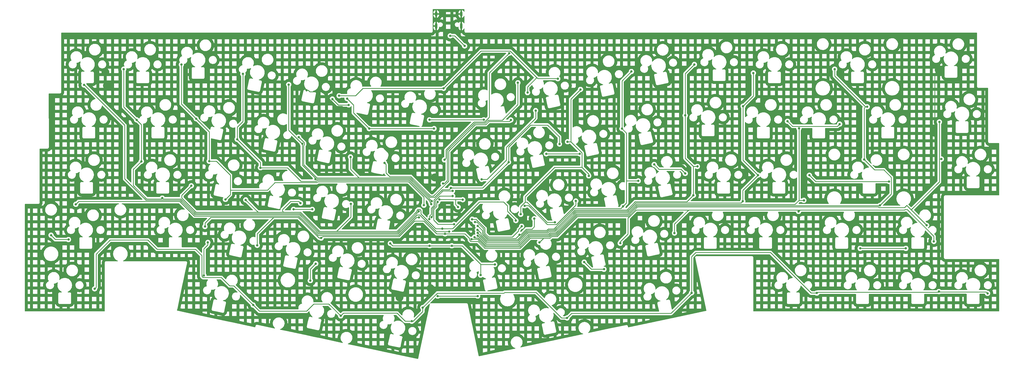
<source format=gtl>
G04 #@! TF.GenerationSoftware,KiCad,Pcbnew,(6.0.1)*
G04 #@! TF.CreationDate,2022-05-09T18:46:19+09:00*
G04 #@! TF.ProjectId,Skeleton68,536b656c-6574-46f6-9e36-382e6b696361,rev?*
G04 #@! TF.SameCoordinates,Original*
G04 #@! TF.FileFunction,Copper,L1,Top*
G04 #@! TF.FilePolarity,Positive*
%FSLAX46Y46*%
G04 Gerber Fmt 4.6, Leading zero omitted, Abs format (unit mm)*
G04 Created by KiCad (PCBNEW (6.0.1)) date 2022-05-09 18:46:19*
%MOMM*%
%LPD*%
G01*
G04 APERTURE LIST*
G04 #@! TA.AperFunction,ComponentPad*
%ADD10O,0.900000X1.700000*%
G04 #@! TD*
G04 #@! TA.AperFunction,ComponentPad*
%ADD11O,0.900000X2.000000*%
G04 #@! TD*
G04 #@! TA.AperFunction,ViaPad*
%ADD12C,0.800000*%
G04 #@! TD*
G04 #@! TA.AperFunction,Conductor*
%ADD13C,0.250000*%
G04 #@! TD*
G04 #@! TA.AperFunction,Conductor*
%ADD14C,0.290000*%
G04 #@! TD*
G04 APERTURE END LIST*
D10*
X153640000Y-1635000D03*
D11*
X153640000Y-5805000D03*
X162280000Y-5805000D03*
D10*
X162280000Y-1635000D03*
D12*
X156457600Y-51999100D03*
X178720500Y-15180900D03*
X151724500Y-96329925D03*
X153150000Y-58070000D03*
X326686700Y-20940500D03*
X140992251Y-99492251D03*
X39704700Y-21704700D03*
X109000000Y-28000000D03*
X137817200Y-53050100D03*
X325285500Y-42677000D03*
X40250000Y-26400000D03*
X156010000Y-60176700D03*
X181750000Y-25400000D03*
X137813600Y-80835500D03*
X161173900Y-68271900D03*
X151361800Y-81643600D03*
X162770000Y-65750000D03*
X21000000Y-78000000D03*
X168940300Y-91792100D03*
X27000000Y-79500000D03*
X159016400Y-81643600D03*
X173814700Y-88099500D03*
X154720600Y-65688100D03*
X156170900Y-27331200D03*
X120193700Y-29887500D03*
X185089000Y-28800000D03*
X195500000Y-24000000D03*
X274608400Y-38690800D03*
X158663200Y-61710200D03*
X292564200Y-39647200D03*
X196084800Y-46547300D03*
X124115241Y-51004759D03*
X178550100Y-52792800D03*
X106260800Y-44151600D03*
X88034500Y-65809300D03*
X309589000Y-59469300D03*
X228712200Y-53604900D03*
X282137300Y-57307600D03*
X155727000Y-75778200D03*
X201701700Y-66196200D03*
X69299200Y-60938500D03*
X106917300Y-66958800D03*
X181059100Y-72940900D03*
X124263908Y-67236092D03*
X239382200Y-56682300D03*
X184074800Y-67841900D03*
X114000000Y-79000000D03*
X325006551Y-80140000D03*
X278400000Y-69800000D03*
X189145500Y-80476500D03*
X217006000Y-80784800D03*
X235687700Y-77255600D03*
X156682000Y-77515100D03*
X92000000Y-81500000D03*
X74000000Y-75000000D03*
X198698200Y-106568200D03*
X343510000Y-98070000D03*
X241583200Y-97895100D03*
X36000000Y-96500000D03*
X90588800Y-102112900D03*
X120743300Y-105844300D03*
X149000000Y-103000000D03*
X284697400Y-97971600D03*
X145198900Y-107698900D03*
X326726300Y-97465100D03*
X163420200Y-12683600D03*
X158450000Y-9200000D03*
X32350000Y-26150000D03*
X158131800Y-76790600D03*
X154120600Y-66510200D03*
X159772200Y-74242100D03*
X151274000Y-72470000D03*
X159248600Y-62741100D03*
X159308600Y-64497700D03*
X152001000Y-71740600D03*
X50485300Y-38217500D03*
X46040700Y-20702200D03*
X52082700Y-52520000D03*
X59292000Y-65201100D03*
X147630000Y-69777900D03*
X75000000Y-80500000D03*
X70956500Y-37813700D03*
X81048300Y-65651800D03*
X149392800Y-67655400D03*
X75431600Y-52463200D03*
X73638200Y-91896100D03*
X65863400Y-19140900D03*
X151929600Y-67267100D03*
X87066600Y-22360100D03*
X93098400Y-54722400D03*
X85080000Y-44910000D03*
X29519000Y-67339700D03*
X147674400Y-71828200D03*
X117871200Y-31012000D03*
X123511300Y-33046400D03*
X170019600Y-38195900D03*
X151338900Y-38195900D03*
X179335000Y-38234100D03*
X135810000Y-53040000D03*
X165847600Y-79414200D03*
X326918900Y-38907600D03*
X322526400Y-74576900D03*
X327595900Y-51719400D03*
X169300800Y-58736400D03*
X187878800Y-35000000D03*
X191534500Y-49923100D03*
X203093000Y-49923100D03*
X104506800Y-69096200D03*
X110940700Y-69096200D03*
X299630900Y-82562000D03*
X315362900Y-82562000D03*
X154150000Y-99000000D03*
X167900000Y-99000000D03*
X107540500Y-46432200D03*
X112166800Y-87831800D03*
X112013400Y-58663800D03*
X102835000Y-26018000D03*
X152118100Y-66261300D03*
X110272200Y-93661900D03*
X152889500Y-41216900D03*
X122959800Y-30855200D03*
X130550800Y-41216900D03*
X187400000Y-72295500D03*
X167000000Y-73500000D03*
X182330548Y-77830548D03*
X183059100Y-74940900D03*
X182730959Y-70793639D03*
X166000000Y-72500000D03*
X206154800Y-57522900D03*
X194537100Y-73565700D03*
X211414900Y-89757200D03*
X198851900Y-45749000D03*
X204594300Y-87306200D03*
X203324100Y-27703300D03*
X223205200Y-59252000D03*
X167927400Y-74798400D03*
X217963000Y-68080100D03*
X217615900Y-41230300D03*
X220855600Y-21500200D03*
X243573400Y-54265700D03*
X167823400Y-76140400D03*
X239377400Y-36653900D03*
X242550200Y-19084900D03*
X242172700Y-64271500D03*
X167913500Y-77173500D03*
X259200000Y-66300000D03*
X259321200Y-33484300D03*
X264437800Y-57267500D03*
X262845100Y-22045300D03*
X167890200Y-78213500D03*
X278545200Y-41158600D03*
X280248900Y-65974800D03*
X306440700Y-67717100D03*
X300982400Y-51858000D03*
X166851900Y-78673100D03*
X302047500Y-33681200D03*
X290848600Y-20698300D03*
D13*
X157001860Y-51454840D02*
X157001860Y-48598140D01*
X157001860Y-48598140D02*
X166679589Y-38920411D01*
X170319703Y-38920411D02*
X171936700Y-37303414D01*
X156457600Y-51999100D02*
X157001860Y-51454840D01*
X171936700Y-21964700D02*
X178720500Y-15180900D01*
X166679589Y-38920411D02*
X170319703Y-38920411D01*
X171936700Y-37303414D02*
X171936700Y-21964700D01*
D14*
X110069472Y-28500000D02*
X114306301Y-28500000D01*
X140992251Y-99492251D02*
X144154577Y-96329925D01*
X109000000Y-28000000D02*
X109569472Y-28000000D01*
X153070200Y-58070000D02*
X148050300Y-53050100D01*
X137817200Y-50147500D02*
X137817200Y-53050100D01*
X148050300Y-53050100D02*
X137817200Y-53050100D01*
X114306301Y-28500000D02*
X119322221Y-33515920D01*
X144154577Y-96329925D02*
X151724500Y-96329925D01*
X109569472Y-28000000D02*
X110069472Y-28500000D01*
X325285500Y-42677000D02*
X325285500Y-22341700D01*
X325285500Y-22341700D02*
X326686700Y-20940500D01*
X119322221Y-33515920D02*
X121185620Y-33515920D01*
X153150000Y-58070000D02*
X153070200Y-58070000D01*
X39704700Y-21704700D02*
X39704700Y-25854700D01*
X121185620Y-33515920D02*
X137817200Y-50147500D01*
X39704700Y-25854700D02*
X40250000Y-26400000D01*
D13*
X181750000Y-25400000D02*
X181750000Y-32903600D01*
X166865787Y-39369931D02*
X157451380Y-48784338D01*
X176353600Y-38300000D02*
X171575832Y-38300000D01*
X171575832Y-38300000D02*
X170505901Y-39369931D01*
X157451380Y-59124216D02*
X156398896Y-60176700D01*
X181750000Y-32903600D02*
X176353600Y-38300000D01*
X170505901Y-39369931D02*
X166865787Y-39369931D01*
X156398896Y-60176700D02*
X156010000Y-60176700D01*
X157451380Y-48784338D02*
X157451380Y-59124216D01*
D14*
X160280700Y-65688100D02*
X160280700Y-67378700D01*
X138621700Y-81643600D02*
X151361800Y-81643600D01*
X162554200Y-81643600D02*
X169010100Y-88099500D01*
X22500000Y-79500000D02*
X27000000Y-79500000D01*
X159016400Y-81643600D02*
X162554200Y-81643600D01*
X151361800Y-81643600D02*
X159016400Y-81643600D01*
X154720600Y-65688100D02*
X160280700Y-65688100D01*
X162710000Y-65690000D02*
X162770000Y-65750000D01*
X169010100Y-88099500D02*
X173814700Y-88099500D01*
X168940300Y-88169300D02*
X169010100Y-88099500D01*
X160280700Y-67378700D02*
X161173900Y-68271900D01*
X137813600Y-80835500D02*
X138621700Y-81643600D01*
X168940300Y-91792100D02*
X168940300Y-88169300D01*
X160282600Y-65690000D02*
X162710000Y-65690000D01*
X160280700Y-65688100D02*
X160282600Y-65690000D01*
X21000000Y-78000000D02*
X22500000Y-79500000D01*
D13*
X185089000Y-26777400D02*
X188245400Y-23621000D01*
X185089000Y-28800000D02*
X185089000Y-26777400D01*
X125844700Y-29887500D02*
X120193700Y-29887500D01*
X195425300Y-23925300D02*
X188549700Y-23925300D01*
X128401000Y-27331200D02*
X125844700Y-29887500D01*
X156170900Y-27331200D02*
X128401000Y-27331200D01*
X195500000Y-24000000D02*
X195425300Y-23925300D01*
X188549700Y-23925300D02*
X188245400Y-23621000D01*
X156170900Y-27331200D02*
X169048600Y-14453500D01*
X179077900Y-14453500D02*
X188245400Y-23621000D01*
X169048600Y-14453500D02*
X179077900Y-14453500D01*
X124147300Y-55297300D02*
X127064280Y-58214280D01*
X107990020Y-47007294D02*
X108265011Y-46732303D01*
X192000000Y-40000000D02*
X196084800Y-44084800D01*
X153078682Y-64950000D02*
X151442518Y-64950000D01*
X127064280Y-58214280D02*
X135604280Y-58214280D01*
X196084800Y-44084800D02*
X196084800Y-46547300D01*
X106285700Y-44151600D02*
X106260800Y-44151600D01*
X144706798Y-58214280D02*
X135604280Y-58214280D01*
X169632700Y-61710200D02*
X178550100Y-52792800D01*
X151442518Y-64950000D02*
X144706798Y-58214280D01*
X124147300Y-55297300D02*
X124147300Y-51036818D01*
X178550100Y-52792800D02*
X178550100Y-47585618D01*
X124147300Y-51036818D02*
X124115241Y-51004759D01*
X158081820Y-62291580D02*
X155737102Y-62291580D01*
X108265011Y-46130911D02*
X106285700Y-44151600D01*
X108265011Y-46732303D02*
X108265011Y-46130911D01*
X276336800Y-40419200D02*
X274608400Y-38690800D01*
X158663200Y-61710200D02*
X169632700Y-61710200D01*
X291792200Y-40419200D02*
X276336800Y-40419200D01*
X112588494Y-58214280D02*
X107990020Y-53615806D01*
X135604280Y-58214280D02*
X112588494Y-58214280D01*
X178550100Y-47585618D02*
X186135718Y-40000000D01*
X186135718Y-40000000D02*
X192000000Y-40000000D01*
X158663200Y-61710200D02*
X158081820Y-62291580D01*
X292564200Y-39647200D02*
X291792200Y-40419200D01*
X107990020Y-53615806D02*
X107990020Y-47007294D01*
X155737102Y-62291580D02*
X153078682Y-64950000D01*
X284299000Y-59469300D02*
X309589000Y-59469300D01*
X146905489Y-69857775D02*
X146905489Y-69477797D01*
X195046300Y-74295700D02*
X191915700Y-74295700D01*
X106881158Y-70064740D02*
X101064740Y-70064740D01*
X101064740Y-70064740D02*
X100680000Y-69680000D01*
X101064740Y-70064740D02*
X92289940Y-70064740D01*
X148354511Y-69477797D02*
X148354511Y-70648611D01*
X106278500Y-66320000D02*
X106917300Y-66958800D01*
X176850628Y-66540628D02*
X168498286Y-66540628D01*
X230337800Y-55230500D02*
X237930400Y-55230500D01*
X178188066Y-67878066D02*
X176850628Y-66540628D01*
X92289940Y-70064740D02*
X70912676Y-70064740D01*
X103470000Y-66320000D02*
X106278500Y-66320000D01*
X140111824Y-76651440D02*
X146905489Y-69857775D01*
X201701700Y-66196200D02*
X201701700Y-67640300D01*
X178188066Y-69758066D02*
X178188066Y-67878066D01*
X146905489Y-69477797D02*
X147329897Y-69053389D01*
X148354511Y-70648611D02*
X153484100Y-75778200D01*
X282137300Y-57307600D02*
X284299000Y-59469300D01*
X147329897Y-69053389D02*
X147930103Y-69053389D01*
X66000000Y-64237700D02*
X69299200Y-60938500D01*
X185450000Y-67830000D02*
X184086700Y-67830000D01*
X201701700Y-67640300D02*
X195046300Y-74295700D01*
X100680000Y-69110000D02*
X103470000Y-66320000D01*
X153484100Y-75778200D02*
X155727000Y-75778200D01*
X181059100Y-72629100D02*
X178188066Y-69758066D01*
X191915700Y-74295700D02*
X185450000Y-67830000D01*
X228712200Y-53604900D02*
X230337800Y-55230500D01*
X119348560Y-76651440D02*
X113467858Y-76651440D01*
X124263908Y-71736092D02*
X124263908Y-67236092D01*
X129651440Y-76651440D02*
X119348560Y-76651440D01*
X100680000Y-69680000D02*
X100680000Y-69110000D01*
X181059100Y-72940900D02*
X181059100Y-72629100D01*
X129651440Y-76651440D02*
X140111824Y-76651440D01*
X237930400Y-55230500D02*
X239382200Y-56682300D01*
X70912676Y-70064740D02*
X66000000Y-65152064D01*
X119348560Y-76651440D02*
X124263908Y-71736092D01*
X168498286Y-66540628D02*
X159260714Y-75778200D01*
X147930103Y-69053389D02*
X148354511Y-69477797D01*
X92289940Y-70064740D02*
X88034500Y-65809300D01*
X113467858Y-76651440D02*
X106881158Y-70064740D01*
X66000000Y-65152064D02*
X66000000Y-64237700D01*
X159260714Y-75778200D02*
X155727000Y-75778200D01*
X184086700Y-67830000D02*
X184074800Y-67841900D01*
X76000000Y-71862820D02*
X97637180Y-71862820D01*
X235687700Y-77255600D02*
X235687700Y-74153258D01*
X168052968Y-80138711D02*
X170414257Y-82500000D01*
X163500000Y-77500000D02*
X165123089Y-79123089D01*
X220482395Y-71282395D02*
X222469311Y-69295479D01*
X279145479Y-69295479D02*
X278904521Y-69295479D01*
X325006551Y-78354431D02*
X315802120Y-69150000D01*
X158431914Y-77515100D02*
X158447014Y-77500000D01*
X185974600Y-79025400D02*
X192825400Y-79025400D01*
X189145500Y-80476500D02*
X190596600Y-79025400D01*
X170414257Y-82500000D02*
X182500000Y-82500000D01*
X97637180Y-71862820D02*
X92000000Y-77500000D01*
X192825400Y-79025400D02*
X193349160Y-78501640D01*
X74049950Y-74950050D02*
X74049950Y-73812870D01*
X106136366Y-71862820D02*
X97637180Y-71862820D01*
X156682000Y-77515100D02*
X158431914Y-77515100D01*
X113273546Y-79000000D02*
X106136366Y-71862820D01*
X219675000Y-72089790D02*
X220482395Y-71282395D01*
X140856616Y-78449520D02*
X114550480Y-78449520D01*
X149416182Y-73110000D02*
X146196136Y-73110000D01*
X276304521Y-69295479D02*
X279145479Y-69295479D01*
X193349160Y-78501640D02*
X195292750Y-78501640D01*
X217006000Y-80784800D02*
X217006000Y-80251000D01*
X190596600Y-79025400D02*
X192825400Y-79025400D01*
X240545479Y-69295479D02*
X276304521Y-69295479D01*
X315050000Y-69150000D02*
X314904521Y-69295479D01*
X219675000Y-77582000D02*
X217006000Y-80251000D01*
X146196136Y-73110000D02*
X140856616Y-78449520D01*
X315802120Y-69150000D02*
X315050000Y-69150000D01*
X325006551Y-80140000D02*
X325006551Y-78354431D01*
X156682000Y-77515100D02*
X153821282Y-77515100D01*
X74049950Y-73812870D02*
X76000000Y-71862820D01*
X158447014Y-77500000D02*
X163500000Y-77500000D01*
X182500000Y-82500000D02*
X185974600Y-79025400D01*
X314904521Y-69295479D02*
X279145479Y-69295479D01*
X195292750Y-78501640D02*
X202255910Y-71538480D01*
X114550480Y-78449520D02*
X114000000Y-79000000D01*
X219675000Y-72089790D02*
X219675000Y-77582000D01*
X165547497Y-80138711D02*
X168052968Y-80138711D01*
X74000000Y-75000000D02*
X74049950Y-74950050D01*
X202255910Y-71538480D02*
X220226310Y-71538480D01*
X222469311Y-69295479D02*
X240545479Y-69295479D01*
X235687700Y-74153258D02*
X240545479Y-69295479D01*
X114000000Y-79000000D02*
X113273546Y-79000000D01*
X153821282Y-77515100D02*
X149416182Y-73110000D01*
X278904521Y-69295479D02*
X278400000Y-69800000D01*
X165123089Y-79714303D02*
X165547497Y-80138711D01*
X92000000Y-77500000D02*
X92000000Y-81500000D01*
X220226310Y-71538480D02*
X220482395Y-71282395D01*
X165123089Y-79123089D02*
X165123089Y-79714303D01*
X343030500Y-97590500D02*
X326851700Y-97590500D01*
X41350000Y-79650000D02*
X54300000Y-79650000D01*
X142951000Y-107698900D02*
X140141500Y-104889400D01*
X177207440Y-97730520D02*
X187979021Y-97730520D01*
X70750000Y-82850000D02*
X72913689Y-85013689D01*
X145687100Y-107698900D02*
X145198900Y-107698900D01*
X326526100Y-97665300D02*
X285003700Y-97665300D01*
X145198900Y-107698900D02*
X142951000Y-107698900D01*
X72913689Y-85013689D02*
X72913689Y-92196203D01*
X108979700Y-104236900D02*
X92712800Y-104236900D01*
X241583200Y-85416800D02*
X241583200Y-97895100D01*
X92712800Y-104236900D02*
X90588800Y-102112900D01*
X268740120Y-84000000D02*
X243000000Y-84000000D01*
X111458800Y-101757800D02*
X108979700Y-104236900D01*
X79653028Y-92620611D02*
X82493644Y-95461227D01*
X36000000Y-96500000D02*
X36480400Y-96019600D01*
X54300000Y-79650000D02*
X57500000Y-82850000D01*
X36480400Y-96019600D02*
X36480400Y-84519600D01*
X187979021Y-97730520D02*
X196816701Y-106568200D01*
X326851700Y-97590500D02*
X326726300Y-97465100D01*
X196816701Y-106568200D02*
X198698200Y-106568200D01*
X149000000Y-104386000D02*
X145687100Y-107698900D01*
X72913689Y-92196203D02*
X73338097Y-92620611D01*
X149000000Y-103000000D02*
X149000000Y-104386000D01*
X36480400Y-84519600D02*
X41350000Y-79650000D01*
X82493644Y-95461227D02*
X83937127Y-95461227D01*
X149000000Y-103000000D02*
X154000000Y-98000000D01*
X200286400Y-104980000D02*
X234498300Y-104980000D01*
X234498300Y-104980000D02*
X241583200Y-97895100D01*
X284697400Y-97971600D02*
X282711720Y-97971600D01*
X140141500Y-104889400D02*
X121698200Y-104889400D01*
X198698200Y-106568200D02*
X200286400Y-104980000D01*
X243000000Y-84000000D02*
X241583200Y-85416800D01*
X176937960Y-98000000D02*
X177207440Y-97730520D01*
X83937127Y-95461227D02*
X90588800Y-102112900D01*
X154000000Y-98000000D02*
X176937960Y-98000000D01*
X57500000Y-82850000D02*
X70750000Y-82850000D01*
X282711720Y-97971600D02*
X268740120Y-84000000D01*
X120743300Y-105844300D02*
X116656800Y-101757800D01*
X343510000Y-98070000D02*
X343030500Y-97590500D01*
X116656800Y-101757800D02*
X111458800Y-101757800D01*
X285003700Y-97665300D02*
X284697400Y-97971600D01*
X121698200Y-104889400D02*
X120743300Y-105844300D01*
X326726300Y-97465100D02*
X326526100Y-97665300D01*
X73338097Y-92620611D02*
X79653028Y-92620611D01*
X158450000Y-9200000D02*
X159936600Y-9200000D01*
X159936600Y-9200000D02*
X163420200Y-12683600D01*
X106508762Y-70963780D02*
X113095462Y-77550480D01*
X140484220Y-77550480D02*
X147002000Y-71032700D01*
X32350000Y-26150000D02*
X32467700Y-26150000D01*
X70540280Y-70963780D02*
X106508762Y-70963780D01*
X113095462Y-77550480D02*
X140484220Y-77550480D01*
X147974600Y-71032700D02*
X153732500Y-76790600D01*
X147002000Y-71032700D02*
X147974600Y-71032700D01*
X46372000Y-40054300D02*
X46372000Y-58572000D01*
X65502111Y-65925611D02*
X70540280Y-70963780D01*
X32467700Y-26150000D02*
X46372000Y-40054300D01*
X53725611Y-65925611D02*
X65502111Y-65925611D01*
X153732500Y-76790600D02*
X158131800Y-76790600D01*
X46372000Y-58572000D02*
X53725611Y-65925611D01*
X159772200Y-74242100D02*
X154242100Y-74242100D01*
X153747440Y-68128794D02*
X153747440Y-66883360D01*
X153747440Y-66883360D02*
X154120600Y-66510200D01*
X154242100Y-74242100D02*
X152800000Y-72800000D01*
X152800000Y-69076236D02*
X153747440Y-68128794D01*
X152800000Y-72800000D02*
X152800000Y-69076236D01*
X155923300Y-62741100D02*
X159248600Y-62741100D01*
X152848400Y-67756400D02*
X152848400Y-65816000D01*
X151274000Y-71442986D02*
X151900960Y-70816026D01*
X151900960Y-70816026D02*
X151900960Y-68703842D01*
X151274000Y-72470000D02*
X151274000Y-71442986D01*
X152848400Y-65816000D02*
X155923300Y-62741100D01*
X151900960Y-68703842D02*
X152848400Y-67756400D01*
X152001000Y-71740600D02*
X152350480Y-71391120D01*
X152350480Y-68890039D02*
X153297920Y-67942597D01*
X153297920Y-67942597D02*
X153297920Y-66068980D01*
X152350480Y-71391120D02*
X152350480Y-68890039D01*
X153297920Y-66068980D02*
X154869200Y-64497700D01*
X154869200Y-64497700D02*
X159308600Y-64497700D01*
X59566991Y-65476091D02*
X65688309Y-65476091D01*
X59017009Y-65476091D02*
X53911809Y-65476091D01*
X46040700Y-33772900D02*
X50485300Y-38217500D01*
X46040700Y-20702200D02*
X46040700Y-33772900D01*
X147621082Y-69777900D02*
X147630000Y-69777900D01*
X59292000Y-65201100D02*
X59017009Y-65476091D01*
X59292000Y-65201100D02*
X59566991Y-65476091D01*
X49300000Y-55302700D02*
X52082700Y-52520000D01*
X52082700Y-52520000D02*
X52082700Y-39814900D01*
X53911809Y-65476091D02*
X49300000Y-60864282D01*
X106694960Y-70514260D02*
X113281660Y-77100960D01*
X52082700Y-39814900D02*
X50485300Y-38217500D01*
X113281660Y-77100960D02*
X140298022Y-77100960D01*
X49300000Y-60864282D02*
X49300000Y-55302700D01*
X140298022Y-77100960D02*
X147621082Y-69777900D01*
X65688309Y-65476091D02*
X70726478Y-70514260D01*
X70726478Y-70514260D02*
X106694960Y-70514260D01*
X82739900Y-63960200D02*
X81048300Y-65651800D01*
X75000000Y-80500000D02*
X75000000Y-81307200D01*
X75431600Y-52463200D02*
X77883500Y-52463200D01*
X149392800Y-64807436D02*
X144148204Y-59562840D01*
X95505800Y-62437900D02*
X82739900Y-62437900D01*
X75431600Y-52463200D02*
X75431600Y-42288800D01*
X149392800Y-67655400D02*
X149392800Y-64807436D01*
X65863400Y-19140900D02*
X65863400Y-32720600D01*
X77883500Y-52463200D02*
X82739900Y-57319600D01*
X112774692Y-59562840D02*
X112499700Y-59837831D01*
X75000000Y-81307200D02*
X73638200Y-82669000D01*
X75431600Y-42288800D02*
X70956500Y-37813700D01*
X112499700Y-59837831D02*
X98105869Y-59837831D01*
X82739900Y-57319600D02*
X82739900Y-62437900D01*
X82739900Y-62437900D02*
X82739900Y-63960200D01*
X65863400Y-32720600D02*
X70956500Y-37813700D01*
X73638200Y-82669000D02*
X73638200Y-91896100D01*
X144148204Y-59562840D02*
X112774692Y-59562840D01*
X98105869Y-59837831D02*
X95505800Y-62437900D01*
X87066600Y-38715000D02*
X87066600Y-22360100D01*
X112313503Y-59388311D02*
X112588494Y-59113320D01*
X93098400Y-54722400D02*
X102407500Y-54722400D01*
X85080000Y-44910000D02*
X85080000Y-40701600D01*
X85080000Y-44910000D02*
X93098400Y-52928400D01*
X151393589Y-66172507D02*
X151393589Y-66561403D01*
X151393589Y-66561403D02*
X151817997Y-66985811D01*
X151929600Y-66985811D02*
X151929600Y-67267100D01*
X151817997Y-66985811D02*
X151929600Y-66985811D01*
X85080000Y-40701600D02*
X87066600Y-38715000D01*
X144334402Y-59113320D02*
X151393589Y-66172507D01*
X112588494Y-59113320D02*
X144334402Y-59113320D01*
X107073411Y-59388311D02*
X112313503Y-59388311D01*
X93098400Y-52928400D02*
X93098400Y-54722400D01*
X102407500Y-54722400D02*
X107073411Y-59388311D01*
X106322564Y-71413300D02*
X112909264Y-78000000D01*
X112909264Y-78000000D02*
X140670418Y-78000000D01*
X65315913Y-66375131D02*
X70354082Y-71413300D01*
X146842218Y-71828200D02*
X147674400Y-71828200D01*
X140670418Y-78000000D02*
X146842218Y-71828200D01*
X29519000Y-67339700D02*
X30483569Y-66375131D01*
X30483569Y-66375131D02*
X65315913Y-66375131D01*
X70354082Y-71413300D02*
X106322564Y-71413300D01*
X123511300Y-33046400D02*
X119905600Y-33046400D01*
X119905600Y-33046400D02*
X117871200Y-31012000D01*
X170019600Y-38195900D02*
X151338900Y-38195900D01*
X157900900Y-59310414D02*
X152710834Y-64500480D01*
X167051985Y-39819451D02*
X157900900Y-48970536D01*
X179335000Y-38234100D02*
X178819580Y-38749520D01*
X157900900Y-48970536D02*
X157900900Y-59310414D01*
X144892996Y-57764760D02*
X137574760Y-57764760D01*
X136363400Y-56553400D02*
X136363400Y-53593400D01*
X151628716Y-64500480D02*
X144892996Y-57764760D01*
X178819580Y-38749520D02*
X171762030Y-38749520D01*
X152710834Y-64500480D02*
X151628716Y-64500480D01*
X170692098Y-39819451D02*
X167051985Y-39819451D01*
X136363400Y-53593400D02*
X135810000Y-53040000D01*
X171762030Y-38749520D02*
X170692098Y-39819451D01*
X137574760Y-57764760D02*
X136363400Y-56553400D01*
X220040112Y-71088960D02*
X202069712Y-71088960D01*
X314863733Y-68441611D02*
X306140597Y-68441611D01*
X326918900Y-51719400D02*
X327595900Y-51719400D01*
X315627422Y-67677922D02*
X314863733Y-68441611D01*
X222880992Y-68248080D02*
X220040112Y-71088960D01*
X195106552Y-78052120D02*
X193162962Y-78052120D01*
X167964175Y-79414200D02*
X165847600Y-79414200D01*
X185788402Y-78575880D02*
X182364281Y-82000000D01*
X317211600Y-69262100D02*
X322526400Y-74576900D01*
X317211600Y-69262100D02*
X326918900Y-59554800D01*
X170549976Y-82000000D02*
X167964175Y-79414200D01*
X305947066Y-68248080D02*
X222880992Y-68248080D01*
X192639203Y-78575880D02*
X185788402Y-78575880D01*
X202069712Y-71088960D02*
X195106552Y-78052120D01*
X306140597Y-68441611D02*
X305947066Y-68248080D01*
X193162962Y-78052120D02*
X192639203Y-78575880D01*
X326918900Y-38907600D02*
X326918900Y-51719400D01*
X326918900Y-59554800D02*
X326918900Y-51719400D01*
X182364281Y-82000000D02*
X170549976Y-82000000D01*
X317211600Y-69262100D02*
X315627422Y-67677922D01*
X177824700Y-52048700D02*
X171137000Y-58736400D01*
X171137000Y-58736400D02*
X169300800Y-58736400D01*
X187878800Y-35000000D02*
X187878800Y-37621200D01*
X177824700Y-47675300D02*
X177824700Y-52048700D01*
X187878800Y-37621200D02*
X177824700Y-47675300D01*
X191534500Y-49923100D02*
X203093000Y-49923100D01*
X110940700Y-69096200D02*
X104506800Y-69096200D01*
X315362900Y-82562000D02*
X299630900Y-82562000D01*
X154150000Y-99000000D02*
X167900000Y-99000000D01*
X112013400Y-58663800D02*
X144520600Y-58663800D01*
X102835000Y-41799600D02*
X102835000Y-26018000D01*
X107540500Y-53802003D02*
X107540500Y-46432200D01*
X112013400Y-58274904D02*
X107540500Y-53802003D01*
X112166800Y-87831800D02*
X110272200Y-89726400D01*
X112013400Y-58663800D02*
X112013400Y-58274904D01*
X107467600Y-46432200D02*
X102835000Y-41799600D01*
X110272200Y-89726400D02*
X110272200Y-93661900D01*
X107540500Y-46432200D02*
X107467600Y-46432200D01*
X144520600Y-58663800D02*
X152118100Y-66261300D01*
X125145200Y-33040600D02*
X122959800Y-30855200D01*
X130550800Y-41216900D02*
X152889500Y-41216900D01*
X125145200Y-35811300D02*
X125145200Y-33040600D01*
X130550800Y-41216900D02*
X125145200Y-35811300D01*
X187401441Y-75098559D02*
X186621240Y-75878760D01*
X182719428Y-77830548D02*
X182330548Y-77830548D01*
X171465242Y-79100960D02*
X181060136Y-79100960D01*
X167653614Y-73500000D02*
X169963271Y-75809657D01*
X169963271Y-75809657D02*
X169963271Y-77598989D01*
X187401441Y-72296941D02*
X187401441Y-75098559D01*
X181060136Y-79100960D02*
X182330548Y-77830548D01*
X169963271Y-77598989D02*
X171465242Y-79100960D01*
X186621240Y-75878760D02*
X184671218Y-75878760D01*
X167000000Y-73500000D02*
X167653614Y-73500000D01*
X184671218Y-75878760D02*
X182719428Y-77830548D01*
X187400000Y-72295500D02*
X187401441Y-72296941D01*
X167289332Y-72500000D02*
X170412791Y-75623459D01*
X207045300Y-89757200D02*
X204594300Y-87306200D01*
X186500000Y-68244282D02*
X191821418Y-73565700D01*
X182730959Y-70793639D02*
X182730959Y-68161127D01*
X171651440Y-78651440D02*
X179849324Y-78651440D01*
X166000000Y-72500000D02*
X167289332Y-72500000D01*
X182730959Y-68161127D02*
X184251606Y-66640480D01*
X170412791Y-77412791D02*
X171651440Y-78651440D01*
X199971600Y-45749000D02*
X198851900Y-45749000D01*
X184251606Y-64748394D02*
X194395100Y-54604900D01*
X170412791Y-75623459D02*
X170412791Y-77412791D01*
X184251606Y-66640480D02*
X184910480Y-66640480D01*
X182000000Y-76500764D02*
X182000000Y-76000000D01*
X203831700Y-54604900D02*
X206154800Y-56928000D01*
X199971600Y-45749000D02*
X203831700Y-49609100D01*
X179849324Y-78651440D02*
X182000000Y-76500764D01*
X184910480Y-66640480D02*
X186500000Y-68230000D01*
X186500000Y-68230000D02*
X186500000Y-68244282D01*
X211414900Y-89757200D02*
X207045300Y-89757200D01*
X206154800Y-56928000D02*
X206154800Y-57522900D01*
X184251606Y-66640480D02*
X184251606Y-64748394D01*
X203831700Y-49609100D02*
X203831700Y-54604900D01*
X191821418Y-73565700D02*
X194537100Y-73565700D01*
X182000000Y-76000000D02*
X183059100Y-74940900D01*
X199971600Y-45749000D02*
X199971600Y-31055800D01*
X194395100Y-54604900D02*
X203831700Y-54604900D01*
X199971600Y-31055800D02*
X203324100Y-27703300D01*
X219168100Y-66875000D02*
X219168100Y-59252000D01*
X217963000Y-68080100D02*
X217203400Y-68839700D01*
X184857415Y-76328280D02*
X181635214Y-79550480D01*
X217615900Y-24739900D02*
X220855600Y-21500200D01*
X201139200Y-68839700D02*
X194174380Y-75804520D01*
X219168100Y-59252000D02*
X223205200Y-59252000D01*
X219168100Y-42782500D02*
X217615900Y-41230300D01*
X217203400Y-68839700D02*
X201139200Y-68839700D01*
X191708218Y-76328280D02*
X184857415Y-76328280D01*
X181635214Y-79550480D02*
X171279044Y-79550480D01*
X171279044Y-79550480D02*
X169513751Y-77785186D01*
X217963000Y-68080100D02*
X219168100Y-66875000D01*
X169513751Y-77785186D02*
X169513751Y-76384751D01*
X192231975Y-75804522D02*
X191708218Y-76328280D01*
X217615900Y-41230300D02*
X217615900Y-24739900D01*
X219168100Y-59252000D02*
X219168100Y-42782500D01*
X194174380Y-75804520D02*
X192231975Y-75804522D01*
X169513751Y-76384751D02*
X167927400Y-74798400D01*
X242172700Y-54265700D02*
X242172700Y-64271500D01*
X242172700Y-64271500D02*
X239994200Y-66450000D01*
X222136200Y-66450000D02*
X219296100Y-69290100D01*
X169064231Y-77971383D02*
X169064231Y-77299617D01*
X239994200Y-66450000D02*
X222136200Y-66450000D01*
X171092846Y-80000000D02*
X169064231Y-77971383D01*
X239377400Y-36653900D02*
X239377400Y-51470400D01*
X239377400Y-22257700D02*
X242550200Y-19084900D01*
X167905014Y-76140400D02*
X167823400Y-76140400D01*
X181821411Y-80000000D02*
X171092846Y-80000000D01*
X219296100Y-69290100D02*
X201325700Y-69290100D01*
X191894415Y-76777800D02*
X185043613Y-76777800D01*
X169064231Y-77299617D02*
X167905014Y-76140400D01*
X201325700Y-69290100D02*
X194361760Y-76254040D01*
X239377400Y-36653900D02*
X239377400Y-22257700D01*
X185043613Y-76777800D02*
X181821411Y-80000000D01*
X192418173Y-76254041D02*
X191894415Y-76777800D01*
X239377400Y-51470400D02*
X242172700Y-54265700D01*
X194361760Y-76254040D02*
X192418173Y-76254041D01*
X242172700Y-54265700D02*
X243573400Y-54265700D01*
X259200000Y-62505300D02*
X264437800Y-57267500D01*
X259321200Y-52150900D02*
X264437800Y-57267500D01*
X181957130Y-80500000D02*
X170957129Y-80500000D01*
X259200000Y-66300000D02*
X259200000Y-62505300D01*
X194547958Y-76703560D02*
X192604371Y-76703560D01*
X258600480Y-66899520D02*
X222322398Y-66899520D01*
X262845100Y-22045300D02*
X262845100Y-29960400D01*
X259200000Y-66300000D02*
X258600480Y-66899520D01*
X168614711Y-77874711D02*
X167913500Y-77173500D01*
X168614711Y-78157580D02*
X168614711Y-77874711D01*
X259321200Y-33484300D02*
X259321200Y-52150900D01*
X170957129Y-80500000D02*
X168614711Y-78157580D01*
X262845100Y-29960400D02*
X259321200Y-33484300D01*
X192080612Y-77227320D02*
X185229810Y-77227320D01*
X222322398Y-66899520D02*
X219482298Y-69739620D01*
X185229810Y-77227320D02*
X181957130Y-80500000D01*
X219482298Y-69739620D02*
X201511898Y-69739620D01*
X192604371Y-76703560D02*
X192080612Y-77227320D01*
X201511898Y-69739620D02*
X194547958Y-76703560D01*
X181991886Y-81100960D02*
X185416008Y-77676840D01*
X278545200Y-65974800D02*
X280248900Y-65974800D01*
X194734156Y-77153080D02*
X201698096Y-70189140D01*
X278545200Y-65974800D02*
X278545200Y-41158600D01*
X167890200Y-78213500D02*
X168034911Y-78213500D01*
X185416008Y-77676840D02*
X192266809Y-77676840D01*
X192790568Y-77153080D02*
X194734156Y-77153080D01*
X277170960Y-67349040D02*
X278545200Y-65974800D01*
X201698096Y-70189140D02*
X219668496Y-70189140D01*
X219668496Y-70189140D02*
X222508596Y-67349040D01*
X222508596Y-67349040D02*
X277170960Y-67349040D01*
X170922371Y-81100960D02*
X181991886Y-81100960D01*
X168034911Y-78213500D02*
X170922371Y-81100960D01*
X192266809Y-77676840D02*
X192790568Y-77153080D01*
X306359240Y-67798560D02*
X306440700Y-67717100D01*
X170736174Y-81550480D02*
X182178084Y-81550480D01*
X185602205Y-78126360D02*
X192453006Y-78126360D01*
X300982400Y-51858000D02*
X304567100Y-55442700D01*
X166851900Y-78673100D02*
X167116811Y-78938011D01*
X168123704Y-78938011D02*
X170736174Y-81550480D01*
X301454700Y-33681200D02*
X302047500Y-33681200D01*
X219854694Y-70638660D02*
X222694794Y-67798560D01*
X222694794Y-67798560D02*
X306359240Y-67798560D01*
X192453006Y-78126360D02*
X192976765Y-77602600D01*
X290848600Y-23075100D02*
X301454700Y-33681200D01*
X194920354Y-77602600D02*
X201884294Y-70638660D01*
X300982400Y-34153500D02*
X301454700Y-33681200D01*
X201884294Y-70638660D02*
X219854694Y-70638660D01*
X192976765Y-77602600D02*
X194920354Y-77602600D01*
X290848600Y-20698300D02*
X290848600Y-23075100D01*
X167116811Y-78938011D02*
X168123704Y-78938011D01*
X310365100Y-63792700D02*
X306440700Y-67717100D01*
X307793700Y-55442700D02*
X310365100Y-58014100D01*
X300982400Y-51858000D02*
X300982400Y-34153500D01*
X182178084Y-81550480D02*
X185602205Y-78126360D01*
X310365100Y-58014100D02*
X310365100Y-63792700D01*
X304567100Y-55442700D02*
X307793700Y-55442700D01*
G04 #@! TA.AperFunction,Conductor*
G36*
X163334121Y-28002D02*
G01*
X163380614Y-81658D01*
X163392000Y-134000D01*
X163392000Y-777839D01*
X163371998Y-845960D01*
X163318342Y-892453D01*
X163248068Y-902557D01*
X163183488Y-873063D01*
X163155798Y-838925D01*
X163073813Y-691021D01*
X163066562Y-680588D01*
X162948215Y-542509D01*
X162939024Y-533756D01*
X162795320Y-422289D01*
X162784560Y-415565D01*
X162621375Y-335268D01*
X162609481Y-330845D01*
X162551530Y-315749D01*
X162537436Y-316183D01*
X162534000Y-324364D01*
X162534000Y-2944229D01*
X162537973Y-2957760D01*
X162544075Y-2958637D01*
X162696136Y-2902690D01*
X162707549Y-2897123D01*
X162862108Y-2801292D01*
X162872174Y-2793540D01*
X163004303Y-2668592D01*
X163012605Y-2658974D01*
X163116908Y-2510013D01*
X163123108Y-2498919D01*
X163150363Y-2435937D01*
X163195774Y-2381363D01*
X163263481Y-2360003D01*
X163331988Y-2378639D01*
X163379544Y-2431355D01*
X163392000Y-2485978D01*
X163392000Y-4797839D01*
X163371998Y-4865960D01*
X163318342Y-4912453D01*
X163248068Y-4922557D01*
X163183488Y-4893063D01*
X163155798Y-4858925D01*
X163073813Y-4711021D01*
X163066562Y-4700588D01*
X162948215Y-4562509D01*
X162939024Y-4553756D01*
X162795320Y-4442289D01*
X162784560Y-4435565D01*
X162621375Y-4355268D01*
X162609481Y-4350845D01*
X162551530Y-4335749D01*
X162537436Y-4336183D01*
X162534000Y-4344364D01*
X162534000Y-7264229D01*
X162537973Y-7277760D01*
X162544075Y-7278637D01*
X162696136Y-7222690D01*
X162707549Y-7217123D01*
X162862108Y-7121292D01*
X162872174Y-7113540D01*
X163004303Y-6988592D01*
X163012605Y-6978974D01*
X163116908Y-6830013D01*
X163123108Y-6818919D01*
X163150363Y-6755937D01*
X163195774Y-6701363D01*
X163263481Y-6680003D01*
X163331988Y-6698639D01*
X163379544Y-6751355D01*
X163392000Y-6805978D01*
X163392000Y-7611298D01*
X163391998Y-7612068D01*
X163391524Y-7689652D01*
X163393990Y-7698281D01*
X163393991Y-7698286D01*
X163399639Y-7718048D01*
X163403217Y-7734809D01*
X163406130Y-7755152D01*
X163406133Y-7755162D01*
X163407405Y-7764045D01*
X163418021Y-7787395D01*
X163424464Y-7804907D01*
X163431512Y-7829565D01*
X163447274Y-7854548D01*
X163455404Y-7869614D01*
X163467633Y-7896510D01*
X163484374Y-7915939D01*
X163495479Y-7930947D01*
X163509160Y-7952631D01*
X163515888Y-7958573D01*
X163531296Y-7972181D01*
X163543340Y-7984373D01*
X163562619Y-8006747D01*
X163570147Y-8011626D01*
X163570150Y-8011629D01*
X163584139Y-8020696D01*
X163599013Y-8031986D01*
X163618228Y-8048956D01*
X163626354Y-8052771D01*
X163626355Y-8052772D01*
X163632021Y-8055432D01*
X163644966Y-8061510D01*
X163659935Y-8069824D01*
X163684727Y-8085893D01*
X163701650Y-8090954D01*
X163709290Y-8093239D01*
X163726736Y-8099901D01*
X163749948Y-8110799D01*
X163779130Y-8115343D01*
X163795849Y-8119126D01*
X163815536Y-8125014D01*
X163815539Y-8125015D01*
X163824141Y-8127587D01*
X163833116Y-8127642D01*
X163833117Y-8127642D01*
X163839810Y-8127683D01*
X163858556Y-8127797D01*
X163859328Y-8127830D01*
X163860423Y-8128000D01*
X163891298Y-8128000D01*
X163892068Y-8128002D01*
X163965716Y-8128452D01*
X163965717Y-8128452D01*
X163969652Y-8128476D01*
X163970996Y-8128092D01*
X163972341Y-8128000D01*
X339786000Y-8128000D01*
X339854121Y-8148002D01*
X339900614Y-8201658D01*
X339912000Y-8254000D01*
X339912000Y-26661298D01*
X339911998Y-26662068D01*
X339911524Y-26739652D01*
X339913990Y-26748281D01*
X339913991Y-26748286D01*
X339919639Y-26768048D01*
X339923217Y-26784809D01*
X339926130Y-26805152D01*
X339926133Y-26805162D01*
X339927405Y-26814045D01*
X339938021Y-26837395D01*
X339944464Y-26854907D01*
X339951512Y-26879565D01*
X339967274Y-26904548D01*
X339975404Y-26919614D01*
X339987633Y-26946510D01*
X340004374Y-26965939D01*
X340015479Y-26980947D01*
X340029160Y-27002631D01*
X340037759Y-27010225D01*
X340051296Y-27022181D01*
X340063340Y-27034373D01*
X340082619Y-27056747D01*
X340090147Y-27061626D01*
X340090150Y-27061629D01*
X340104139Y-27070696D01*
X340119013Y-27081986D01*
X340138228Y-27098956D01*
X340146354Y-27102771D01*
X340146355Y-27102772D01*
X340152021Y-27105432D01*
X340164966Y-27111510D01*
X340179935Y-27119824D01*
X340204727Y-27135893D01*
X340213327Y-27138465D01*
X340229290Y-27143239D01*
X340246736Y-27149901D01*
X340269948Y-27160799D01*
X340299130Y-27165343D01*
X340315849Y-27169126D01*
X340335536Y-27175014D01*
X340335539Y-27175015D01*
X340344141Y-27177587D01*
X340353116Y-27177642D01*
X340353117Y-27177642D01*
X340359810Y-27177683D01*
X340378556Y-27177797D01*
X340379328Y-27177830D01*
X340380423Y-27178000D01*
X340411298Y-27178000D01*
X340412068Y-27178002D01*
X340485716Y-27178452D01*
X340485717Y-27178452D01*
X340489652Y-27178476D01*
X340490996Y-27178092D01*
X340492341Y-27178000D01*
X343596072Y-27178000D01*
X343664193Y-27198002D01*
X343710686Y-27251658D01*
X343722072Y-27303932D01*
X343725323Y-33334909D01*
X343731994Y-45707345D01*
X343731996Y-45711913D01*
X343731994Y-45712683D01*
X343731524Y-45789652D01*
X343733990Y-45798282D01*
X343733991Y-45798286D01*
X343739687Y-45818215D01*
X343743256Y-45834909D01*
X343747483Y-45864311D01*
X343751202Y-45872480D01*
X343751203Y-45872482D01*
X343758036Y-45887489D01*
X343764513Y-45905077D01*
X343768760Y-45919935D01*
X343771512Y-45929565D01*
X343777420Y-45938928D01*
X343787362Y-45954686D01*
X343795473Y-45969709D01*
X343807782Y-45996743D01*
X343824419Y-46016031D01*
X343835565Y-46031085D01*
X343840718Y-46039252D01*
X343849160Y-46052631D01*
X343855886Y-46058571D01*
X343871431Y-46072301D01*
X343883426Y-46084437D01*
X343902828Y-46106929D01*
X343910360Y-46111805D01*
X343910362Y-46111807D01*
X343917127Y-46116186D01*
X343924211Y-46120772D01*
X343939133Y-46132092D01*
X343958228Y-46148956D01*
X343966348Y-46152768D01*
X343966352Y-46152771D01*
X343985118Y-46161582D01*
X344000040Y-46169866D01*
X344017438Y-46181129D01*
X344017445Y-46181132D01*
X344024978Y-46186009D01*
X344039578Y-46190367D01*
X344049384Y-46193294D01*
X344066887Y-46199972D01*
X344089948Y-46210799D01*
X344098819Y-46212180D01*
X344098822Y-46212181D01*
X344111420Y-46214142D01*
X344119299Y-46215369D01*
X344135945Y-46219130D01*
X344164415Y-46227628D01*
X344173392Y-46227678D01*
X344180680Y-46227718D01*
X344198770Y-46227819D01*
X344199443Y-46227847D01*
X344200423Y-46228000D01*
X344230817Y-46228000D01*
X344231519Y-46228002D01*
X344306286Y-46228419D01*
X344306290Y-46228419D01*
X344309926Y-46228439D01*
X344311162Y-46228085D01*
X344312402Y-46228000D01*
X347415925Y-46228000D01*
X347484046Y-46248002D01*
X347530539Y-46301658D01*
X347541925Y-46354070D01*
X347532074Y-64135998D01*
X347512034Y-64204107D01*
X347458353Y-64250571D01*
X347406007Y-64261928D01*
X336609708Y-64256107D01*
X328999382Y-64252004D01*
X328998681Y-64252002D01*
X328962725Y-64251783D01*
X328920348Y-64251524D01*
X328893256Y-64259267D01*
X328892119Y-64259592D01*
X328875290Y-64263180D01*
X328846221Y-64267327D01*
X328822703Y-64278005D01*
X328805263Y-64284416D01*
X328780435Y-64291512D01*
X328772844Y-64296302D01*
X328772843Y-64296302D01*
X328755604Y-64307179D01*
X328740460Y-64315344D01*
X328721899Y-64323771D01*
X328721894Y-64323774D01*
X328713723Y-64327484D01*
X328694160Y-64344322D01*
X328679199Y-64355386D01*
X328664960Y-64364370D01*
X328664958Y-64364372D01*
X328657369Y-64369160D01*
X328637930Y-64391171D01*
X328625690Y-64403256D01*
X328603435Y-64422411D01*
X328598549Y-64429941D01*
X328598545Y-64429945D01*
X328589382Y-64444065D01*
X328578128Y-64458884D01*
X328570719Y-64467273D01*
X328561044Y-64478228D01*
X328550043Y-64501660D01*
X328548567Y-64504804D01*
X328540207Y-64519845D01*
X328529295Y-64536661D01*
X328524223Y-64544476D01*
X328521647Y-64553071D01*
X328521647Y-64553072D01*
X328516813Y-64569204D01*
X328510174Y-64586577D01*
X328499201Y-64609948D01*
X328497820Y-64618816D01*
X328497820Y-64618817D01*
X328494685Y-64638954D01*
X328490883Y-64655740D01*
X328488506Y-64663671D01*
X328485240Y-64674571D01*
X328482454Y-64683867D01*
X328482394Y-64692840D01*
X328482394Y-64692842D01*
X328482356Y-64698536D01*
X328482276Y-64710691D01*
X328482225Y-64718314D01*
X328482187Y-64719219D01*
X328482000Y-64720423D01*
X328482000Y-64751797D01*
X328481997Y-64752634D01*
X328481594Y-64813352D01*
X328481487Y-64829378D01*
X328481902Y-64830832D01*
X328482000Y-64832280D01*
X328482000Y-85711298D01*
X328481998Y-85712068D01*
X328481524Y-85789652D01*
X328483990Y-85798281D01*
X328483991Y-85798286D01*
X328489639Y-85818048D01*
X328493217Y-85834809D01*
X328496130Y-85855152D01*
X328496133Y-85855162D01*
X328497405Y-85864045D01*
X328508021Y-85887395D01*
X328514464Y-85904907D01*
X328514638Y-85905514D01*
X328521512Y-85929565D01*
X328537274Y-85954548D01*
X328545404Y-85969614D01*
X328557633Y-85996510D01*
X328574374Y-86015939D01*
X328585479Y-86030947D01*
X328599160Y-86052631D01*
X328605888Y-86058573D01*
X328621296Y-86072181D01*
X328633340Y-86084373D01*
X328652619Y-86106747D01*
X328660147Y-86111626D01*
X328660150Y-86111629D01*
X328674139Y-86120696D01*
X328689013Y-86131986D01*
X328708228Y-86148956D01*
X328716354Y-86152771D01*
X328716355Y-86152772D01*
X328719254Y-86154133D01*
X328734966Y-86161510D01*
X328749935Y-86169824D01*
X328774727Y-86185893D01*
X328783327Y-86188465D01*
X328799290Y-86193239D01*
X328816736Y-86199901D01*
X328839948Y-86210799D01*
X328869130Y-86215343D01*
X328885849Y-86219126D01*
X328905536Y-86225014D01*
X328905539Y-86225015D01*
X328914141Y-86227587D01*
X328923116Y-86227642D01*
X328923117Y-86227642D01*
X328929810Y-86227683D01*
X328948556Y-86227797D01*
X328949328Y-86227830D01*
X328950423Y-86228000D01*
X328981298Y-86228000D01*
X328982068Y-86228002D01*
X329055716Y-86228452D01*
X329055717Y-86228452D01*
X329059652Y-86228476D01*
X329060996Y-86228092D01*
X329062341Y-86228000D01*
X347406074Y-86228000D01*
X347474195Y-86248002D01*
X347520688Y-86301658D01*
X347532074Y-86353928D01*
X347541926Y-104155914D01*
X347521962Y-104224046D01*
X347468332Y-104270569D01*
X347415911Y-104281984D01*
X262943985Y-104272016D01*
X262875867Y-104252006D01*
X262829380Y-104198345D01*
X262818000Y-104146016D01*
X262818000Y-103267691D01*
X344930254Y-103267691D01*
X346456254Y-103267871D01*
X346456254Y-101860000D01*
X344930254Y-101860000D01*
X344930254Y-103267691D01*
X262818000Y-103267691D01*
X262818000Y-103267391D01*
X342390254Y-103267391D01*
X343916254Y-103267571D01*
X343916254Y-101860000D01*
X342390254Y-101860000D01*
X342390254Y-103267391D01*
X262818000Y-103267391D01*
X262818000Y-103267091D01*
X339850254Y-103267091D01*
X341376254Y-103267271D01*
X341376254Y-102244122D01*
X341356655Y-102266588D01*
X341350530Y-102273125D01*
X341308124Y-102315273D01*
X341304991Y-102318575D01*
X341289367Y-102333916D01*
X341273723Y-102349464D01*
X341270362Y-102352576D01*
X341227715Y-102394448D01*
X341221103Y-102400494D01*
X341193896Y-102423649D01*
X341186869Y-102429211D01*
X341124836Y-102474819D01*
X341063074Y-102520815D01*
X341055702Y-102525908D01*
X341025606Y-102545156D01*
X341017890Y-102549712D01*
X340965339Y-102578275D01*
X340961404Y-102580566D01*
X340942094Y-102590909D01*
X340922723Y-102601438D01*
X340918657Y-102603464D01*
X340865951Y-102631696D01*
X340857908Y-102635642D01*
X340825302Y-102650228D01*
X340816998Y-102653594D01*
X340744728Y-102679934D01*
X340672446Y-102706780D01*
X340663944Y-102709598D01*
X340629657Y-102719625D01*
X340620973Y-102721832D01*
X340562564Y-102734488D01*
X340558100Y-102735594D01*
X340536431Y-102740150D01*
X340515121Y-102744768D01*
X340510636Y-102745574D01*
X340452130Y-102757877D01*
X340443302Y-102759408D01*
X340407906Y-102764257D01*
X340398992Y-102765157D01*
X340290914Y-102772194D01*
X340281957Y-102772458D01*
X340206992Y-102772000D01*
X339850254Y-102772000D01*
X339850254Y-103267091D01*
X262818000Y-103267091D01*
X262818000Y-103266792D01*
X337310254Y-103266792D01*
X338836254Y-103266971D01*
X338836254Y-102772000D01*
X337310254Y-102772000D01*
X337310254Y-103266792D01*
X262818000Y-103266792D01*
X262818000Y-103266492D01*
X334770254Y-103266492D01*
X336296254Y-103266672D01*
X336296254Y-102681650D01*
X336274968Y-102673447D01*
X336202908Y-102646181D01*
X336194648Y-102642715D01*
X336162220Y-102627731D01*
X336154226Y-102623686D01*
X336101876Y-102594817D01*
X336097822Y-102592735D01*
X336078647Y-102582008D01*
X336059388Y-102571387D01*
X336055472Y-102569042D01*
X336003306Y-102539858D01*
X335995646Y-102535208D01*
X335965788Y-102515595D01*
X335958480Y-102510413D01*
X335897420Y-102463771D01*
X335835789Y-102417286D01*
X335828833Y-102411640D01*
X335801912Y-102388155D01*
X335795375Y-102382030D01*
X335753227Y-102339624D01*
X335749925Y-102336491D01*
X335734584Y-102320867D01*
X335719036Y-102305223D01*
X335715924Y-102301862D01*
X335674052Y-102259215D01*
X335668006Y-102252603D01*
X335644851Y-102225396D01*
X335639289Y-102218369D01*
X335593681Y-102156336D01*
X335547685Y-102094574D01*
X335542592Y-102087202D01*
X335523344Y-102057106D01*
X335518788Y-102049390D01*
X335490225Y-101996839D01*
X335487934Y-101992904D01*
X335477591Y-101973594D01*
X335467062Y-101954223D01*
X335465036Y-101950157D01*
X335436804Y-101897451D01*
X335432858Y-101889408D01*
X335419703Y-101860000D01*
X334770254Y-101860000D01*
X334770254Y-103266492D01*
X262818000Y-103266492D01*
X262818000Y-103266192D01*
X332230254Y-103266192D01*
X333756254Y-103266372D01*
X333756254Y-101860000D01*
X332230254Y-101860000D01*
X332230254Y-103266192D01*
X262818000Y-103266192D01*
X262818000Y-103265892D01*
X329690254Y-103265892D01*
X331216254Y-103266072D01*
X331216254Y-101860000D01*
X329690254Y-101860000D01*
X329690254Y-103265892D01*
X262818000Y-103265892D01*
X262818000Y-103265593D01*
X327150254Y-103265593D01*
X328676254Y-103265773D01*
X328676254Y-101860000D01*
X327150254Y-101860000D01*
X327150254Y-103265593D01*
X262818000Y-103265593D01*
X262818000Y-103265293D01*
X324610254Y-103265293D01*
X326136254Y-103265473D01*
X326136254Y-101860000D01*
X324610254Y-101860000D01*
X324610254Y-103265293D01*
X262818000Y-103265293D01*
X262818000Y-103264993D01*
X322070254Y-103264993D01*
X323596254Y-103265173D01*
X323596254Y-101860000D01*
X322566797Y-101860000D01*
X322564681Y-101865592D01*
X322561215Y-101873852D01*
X322546231Y-101906280D01*
X322542186Y-101914274D01*
X322513317Y-101966624D01*
X322511235Y-101970678D01*
X322500508Y-101989853D01*
X322489887Y-102009112D01*
X322487542Y-102013028D01*
X322458358Y-102065194D01*
X322453708Y-102072854D01*
X322434095Y-102102712D01*
X322428913Y-102110020D01*
X322382271Y-102171080D01*
X322335786Y-102232711D01*
X322330140Y-102239667D01*
X322306655Y-102266588D01*
X322300530Y-102273125D01*
X322258124Y-102315273D01*
X322254991Y-102318575D01*
X322239367Y-102333916D01*
X322223723Y-102349464D01*
X322220362Y-102352576D01*
X322177715Y-102394448D01*
X322171103Y-102400494D01*
X322143896Y-102423649D01*
X322136869Y-102429211D01*
X322074809Y-102474838D01*
X322070254Y-102478231D01*
X322070254Y-103264993D01*
X262818000Y-103264993D01*
X262818000Y-103264694D01*
X319530254Y-103264694D01*
X321056254Y-103264873D01*
X321056254Y-102772000D01*
X319530254Y-102772000D01*
X319530254Y-103264694D01*
X262818000Y-103264694D01*
X262818000Y-103264094D01*
X314450254Y-103264094D01*
X315976254Y-103264274D01*
X315976254Y-102560528D01*
X316990254Y-102560528D01*
X316990254Y-103264394D01*
X318516254Y-103264574D01*
X318516254Y-102772000D01*
X317843890Y-102772000D01*
X317840909Y-102772194D01*
X317831957Y-102772458D01*
X317756992Y-102772000D01*
X317728923Y-102772000D01*
X317724057Y-102771906D01*
X317720755Y-102771778D01*
X317686451Y-102771569D01*
X317677498Y-102771195D01*
X317569509Y-102762838D01*
X317560605Y-102761830D01*
X317525272Y-102756549D01*
X317516463Y-102754910D01*
X317458113Y-102741893D01*
X317453663Y-102741037D01*
X317432190Y-102736110D01*
X317410757Y-102731328D01*
X317406387Y-102730188D01*
X317348100Y-102716813D01*
X317339444Y-102714500D01*
X317305279Y-102704055D01*
X317296809Y-102701132D01*
X317224968Y-102673447D01*
X317152908Y-102646181D01*
X317144648Y-102642715D01*
X317112220Y-102627731D01*
X317104226Y-102623686D01*
X317051876Y-102594817D01*
X317047822Y-102592735D01*
X317028647Y-102582008D01*
X317009388Y-102571387D01*
X317005472Y-102569042D01*
X316990254Y-102560528D01*
X315976254Y-102560528D01*
X315976254Y-101860000D01*
X314450254Y-101860000D01*
X314450254Y-103264094D01*
X262818000Y-103264094D01*
X262818000Y-103263794D01*
X311910254Y-103263794D01*
X313436254Y-103263974D01*
X313436254Y-101860000D01*
X311910254Y-101860000D01*
X311910254Y-103263794D01*
X262818000Y-103263794D01*
X262818000Y-103263495D01*
X309370254Y-103263495D01*
X310896254Y-103263674D01*
X310896254Y-101860000D01*
X309370254Y-101860000D01*
X309370254Y-103263495D01*
X262818000Y-103263495D01*
X262818000Y-103263195D01*
X306830254Y-103263195D01*
X308356254Y-103263375D01*
X308356254Y-101860000D01*
X306830254Y-101860000D01*
X306830254Y-103263195D01*
X262818000Y-103263195D01*
X262818000Y-103262895D01*
X304290254Y-103262895D01*
X305816254Y-103263075D01*
X305816254Y-101860000D01*
X304290254Y-101860000D01*
X304290254Y-103262895D01*
X262818000Y-103262895D01*
X262818000Y-103262595D01*
X301750254Y-103262595D01*
X303276254Y-103262775D01*
X303276254Y-102244122D01*
X303256655Y-102266588D01*
X303250530Y-102273125D01*
X303208124Y-102315273D01*
X303204991Y-102318575D01*
X303189367Y-102333916D01*
X303173723Y-102349464D01*
X303170362Y-102352576D01*
X303127715Y-102394448D01*
X303121103Y-102400494D01*
X303093896Y-102423649D01*
X303086869Y-102429211D01*
X303024836Y-102474819D01*
X302963074Y-102520815D01*
X302955702Y-102525908D01*
X302925606Y-102545156D01*
X302917890Y-102549712D01*
X302865339Y-102578275D01*
X302861404Y-102580566D01*
X302842094Y-102590909D01*
X302822723Y-102601438D01*
X302818657Y-102603464D01*
X302765951Y-102631696D01*
X302757908Y-102635642D01*
X302725302Y-102650228D01*
X302716998Y-102653594D01*
X302644728Y-102679934D01*
X302572446Y-102706780D01*
X302563944Y-102709598D01*
X302529657Y-102719625D01*
X302520973Y-102721832D01*
X302462564Y-102734488D01*
X302458100Y-102735594D01*
X302436431Y-102740150D01*
X302415121Y-102744768D01*
X302410636Y-102745574D01*
X302352130Y-102757877D01*
X302343302Y-102759408D01*
X302307906Y-102764257D01*
X302298992Y-102765157D01*
X302190914Y-102772194D01*
X302181957Y-102772458D01*
X302106992Y-102772000D01*
X301750254Y-102772000D01*
X301750254Y-103262595D01*
X262818000Y-103262595D01*
X262818000Y-103262296D01*
X299210254Y-103262296D01*
X300736254Y-103262476D01*
X300736254Y-102772000D01*
X299210254Y-102772000D01*
X299210254Y-103262296D01*
X262818000Y-103262296D01*
X262818000Y-103261996D01*
X296670254Y-103261996D01*
X298196254Y-103262176D01*
X298196254Y-102681650D01*
X298174968Y-102673447D01*
X298102908Y-102646181D01*
X298094648Y-102642715D01*
X298062220Y-102627731D01*
X298054226Y-102623686D01*
X298001876Y-102594817D01*
X297997822Y-102592735D01*
X297978647Y-102582008D01*
X297959388Y-102571387D01*
X297955472Y-102569042D01*
X297903306Y-102539858D01*
X297895646Y-102535208D01*
X297865788Y-102515595D01*
X297858480Y-102510413D01*
X297797420Y-102463771D01*
X297735789Y-102417286D01*
X297728833Y-102411640D01*
X297701912Y-102388155D01*
X297695375Y-102382030D01*
X297653227Y-102339624D01*
X297649925Y-102336491D01*
X297634584Y-102320867D01*
X297619036Y-102305223D01*
X297615924Y-102301862D01*
X297574052Y-102259215D01*
X297568006Y-102252603D01*
X297544851Y-102225396D01*
X297539289Y-102218369D01*
X297493681Y-102156336D01*
X297447685Y-102094574D01*
X297442592Y-102087202D01*
X297423344Y-102057106D01*
X297418788Y-102049390D01*
X297390225Y-101996839D01*
X297387934Y-101992904D01*
X297377591Y-101973594D01*
X297367062Y-101954223D01*
X297365036Y-101950157D01*
X297336804Y-101897451D01*
X297332858Y-101889408D01*
X297319703Y-101860000D01*
X296670254Y-101860000D01*
X296670254Y-103261996D01*
X262818000Y-103261996D01*
X262818000Y-103261696D01*
X294130254Y-103261696D01*
X295656254Y-103261876D01*
X295656254Y-101860000D01*
X294130254Y-101860000D01*
X294130254Y-103261696D01*
X262818000Y-103261696D01*
X262818000Y-103261397D01*
X291590254Y-103261397D01*
X293116254Y-103261576D01*
X293116254Y-101860000D01*
X291590254Y-101860000D01*
X291590254Y-103261397D01*
X262818000Y-103261397D01*
X262818000Y-103261097D01*
X289050254Y-103261097D01*
X290576254Y-103261277D01*
X290576254Y-101860000D01*
X289050254Y-101860000D01*
X289050254Y-103261097D01*
X262818000Y-103261097D01*
X262818000Y-103260797D01*
X286510254Y-103260797D01*
X288036254Y-103260977D01*
X288036254Y-101860000D01*
X286510254Y-101860000D01*
X286510254Y-103260797D01*
X262818000Y-103260797D01*
X262818000Y-103260497D01*
X283970254Y-103260497D01*
X285496254Y-103260677D01*
X285496254Y-101860000D01*
X283970254Y-101860000D01*
X283970254Y-103260497D01*
X262818000Y-103260497D01*
X262818000Y-103260198D01*
X281430254Y-103260198D01*
X282956254Y-103260377D01*
X282956254Y-101860000D01*
X281430254Y-101860000D01*
X281430254Y-103260198D01*
X262818000Y-103260198D01*
X262818000Y-103259898D01*
X278890254Y-103259898D01*
X280416254Y-103260078D01*
X280416254Y-101860000D01*
X279704797Y-101860000D01*
X279702681Y-101865592D01*
X279699215Y-101873852D01*
X279684231Y-101906280D01*
X279680186Y-101914274D01*
X279651317Y-101966624D01*
X279649235Y-101970678D01*
X279638508Y-101989853D01*
X279627887Y-102009112D01*
X279625542Y-102013028D01*
X279596358Y-102065194D01*
X279591708Y-102072854D01*
X279572095Y-102102712D01*
X279566913Y-102110020D01*
X279520271Y-102171080D01*
X279473786Y-102232711D01*
X279468140Y-102239667D01*
X279444655Y-102266588D01*
X279438530Y-102273125D01*
X279396124Y-102315273D01*
X279392991Y-102318575D01*
X279377367Y-102333916D01*
X279361723Y-102349464D01*
X279358362Y-102352576D01*
X279315715Y-102394448D01*
X279309103Y-102400494D01*
X279281896Y-102423649D01*
X279274869Y-102429211D01*
X279212836Y-102474819D01*
X279151074Y-102520815D01*
X279143702Y-102525908D01*
X279113606Y-102545156D01*
X279105890Y-102549712D01*
X279053339Y-102578275D01*
X279049404Y-102580566D01*
X279030094Y-102590909D01*
X279010723Y-102601438D01*
X279006657Y-102603464D01*
X278953951Y-102631696D01*
X278945908Y-102635642D01*
X278913302Y-102650228D01*
X278904998Y-102653594D01*
X278890254Y-102658968D01*
X278890254Y-103259898D01*
X262818000Y-103259898D01*
X262818000Y-103259598D01*
X276350254Y-103259598D01*
X277876254Y-103259778D01*
X277876254Y-102772000D01*
X276350254Y-102772000D01*
X276350254Y-103259598D01*
X262818000Y-103259598D01*
X262818000Y-103258999D01*
X271270254Y-103258999D01*
X272796254Y-103259179D01*
X272796254Y-102308461D01*
X273810254Y-102308461D01*
X273810254Y-103259298D01*
X275336254Y-103259478D01*
X275336254Y-102772000D01*
X274981890Y-102772000D01*
X274978909Y-102772194D01*
X274969957Y-102772458D01*
X274894992Y-102772000D01*
X274866923Y-102772000D01*
X274862057Y-102771906D01*
X274858755Y-102771778D01*
X274824451Y-102771569D01*
X274815498Y-102771195D01*
X274707509Y-102762838D01*
X274698605Y-102761830D01*
X274663272Y-102756549D01*
X274654463Y-102754910D01*
X274596113Y-102741893D01*
X274591663Y-102741037D01*
X274570190Y-102736110D01*
X274548757Y-102731328D01*
X274544387Y-102730188D01*
X274486100Y-102716813D01*
X274477444Y-102714500D01*
X274443279Y-102704055D01*
X274434809Y-102701132D01*
X274362968Y-102673447D01*
X274290908Y-102646181D01*
X274282648Y-102642715D01*
X274250220Y-102627731D01*
X274242226Y-102623686D01*
X274189876Y-102594817D01*
X274185822Y-102592735D01*
X274166647Y-102582008D01*
X274147388Y-102571387D01*
X274143472Y-102569042D01*
X274091306Y-102539858D01*
X274083646Y-102535208D01*
X274053788Y-102515595D01*
X274046480Y-102510413D01*
X273985420Y-102463771D01*
X273923789Y-102417286D01*
X273916833Y-102411640D01*
X273889912Y-102388155D01*
X273883375Y-102382030D01*
X273841227Y-102339624D01*
X273837925Y-102336491D01*
X273822584Y-102320867D01*
X273810254Y-102308461D01*
X272796254Y-102308461D01*
X272796254Y-101860000D01*
X271270254Y-101860000D01*
X271270254Y-103258999D01*
X262818000Y-103258999D01*
X262818000Y-103258699D01*
X268730254Y-103258699D01*
X270256254Y-103258879D01*
X270256254Y-101860000D01*
X268730254Y-101860000D01*
X268730254Y-103258699D01*
X262818000Y-103258699D01*
X262818000Y-103258399D01*
X266190254Y-103258399D01*
X267716254Y-103258579D01*
X267716254Y-101860000D01*
X266190254Y-101860000D01*
X266190254Y-103258399D01*
X262818000Y-103258399D01*
X262818000Y-103258121D01*
X263832000Y-103258121D01*
X265176254Y-103258279D01*
X265176254Y-101860000D01*
X263832000Y-101860000D01*
X263832000Y-103258121D01*
X262818000Y-103258121D01*
X262818000Y-100846000D01*
X263832000Y-100846000D01*
X265176254Y-100846000D01*
X266190254Y-100846000D01*
X267716254Y-100846000D01*
X268730254Y-100846000D01*
X270256254Y-100846000D01*
X271270254Y-100846000D01*
X272796254Y-100846000D01*
X272796254Y-99320000D01*
X271270254Y-99320000D01*
X271270254Y-100846000D01*
X270256254Y-100846000D01*
X270256254Y-99320000D01*
X268730254Y-99320000D01*
X268730254Y-100846000D01*
X267716254Y-100846000D01*
X267716254Y-99320000D01*
X266190254Y-99320000D01*
X266190254Y-100846000D01*
X265176254Y-100846000D01*
X265176254Y-99320000D01*
X263832000Y-99320000D01*
X263832000Y-100846000D01*
X262818000Y-100846000D01*
X262818000Y-98306000D01*
X263832000Y-98306000D01*
X265176254Y-98306000D01*
X266190254Y-98306000D01*
X267716254Y-98306000D01*
X268730254Y-98306000D01*
X270256254Y-98306000D01*
X271270254Y-98306000D01*
X272796254Y-98306000D01*
X272796254Y-97285394D01*
X272768065Y-97304372D01*
X272763581Y-97307255D01*
X272708628Y-97340964D01*
X272704025Y-97343655D01*
X272685409Y-97354017D01*
X272680696Y-97356512D01*
X272623065Y-97385467D01*
X272618249Y-97387760D01*
X272404177Y-97484193D01*
X272399269Y-97486280D01*
X272339398Y-97510257D01*
X272334406Y-97512135D01*
X272314309Y-97519212D01*
X272309243Y-97520876D01*
X272247577Y-97539699D01*
X272242446Y-97541147D01*
X272015188Y-97600131D01*
X272010001Y-97601361D01*
X271946966Y-97614904D01*
X271941730Y-97615913D01*
X271920729Y-97619503D01*
X271915455Y-97620291D01*
X271851484Y-97628458D01*
X271846180Y-97629021D01*
X271671182Y-97643870D01*
X271668520Y-97644067D01*
X271636325Y-97646113D01*
X271633663Y-97646254D01*
X271623010Y-97646705D01*
X271620347Y-97646790D01*
X271588116Y-97647472D01*
X271585450Y-97647500D01*
X271420429Y-97647500D01*
X271418943Y-97647491D01*
X271400973Y-97647279D01*
X271399488Y-97647253D01*
X271393553Y-97647113D01*
X271392070Y-97647069D01*
X271374147Y-97646435D01*
X271372666Y-97646374D01*
X271348067Y-97645214D01*
X271343926Y-97644950D01*
X271293891Y-97640936D01*
X271289758Y-97640536D01*
X271273272Y-97638665D01*
X271270254Y-97638272D01*
X271270254Y-98306000D01*
X270256254Y-98306000D01*
X270256254Y-97285684D01*
X270238418Y-97275531D01*
X270233841Y-97272796D01*
X270179201Y-97238554D01*
X270174743Y-97235627D01*
X270157184Y-97223559D01*
X270152853Y-97220446D01*
X270101305Y-97181707D01*
X270097112Y-97178414D01*
X269915553Y-97029545D01*
X269911501Y-97026077D01*
X269863399Y-96983106D01*
X269859497Y-96979469D01*
X269844223Y-96964615D01*
X269840481Y-96960818D01*
X269796208Y-96913959D01*
X269792629Y-96910007D01*
X269679815Y-96780000D01*
X268730254Y-96780000D01*
X268730254Y-98306000D01*
X267716254Y-98306000D01*
X267716254Y-96780000D01*
X266190254Y-96780000D01*
X266190254Y-98306000D01*
X265176254Y-98306000D01*
X265176254Y-96780000D01*
X263832000Y-96780000D01*
X263832000Y-98306000D01*
X262818000Y-98306000D01*
X262818000Y-95766000D01*
X263832000Y-95766000D01*
X265176254Y-95766000D01*
X266190254Y-95766000D01*
X267716254Y-95766000D01*
X268730254Y-95766000D01*
X269185030Y-95766000D01*
X269155957Y-95627441D01*
X269154972Y-95622197D01*
X269144411Y-95558566D01*
X269143650Y-95553288D01*
X269141054Y-95532141D01*
X269140516Y-95526838D01*
X269135375Y-95462581D01*
X269135063Y-95457259D01*
X269126254Y-95222636D01*
X269126166Y-95217307D01*
X269126474Y-95152847D01*
X269126613Y-95147518D01*
X269127616Y-95126235D01*
X269127979Y-95120914D01*
X269133740Y-95056662D01*
X269134329Y-95051358D01*
X269165179Y-94818605D01*
X269165992Y-94813335D01*
X269177162Y-94749827D01*
X269178196Y-94744596D01*
X269182771Y-94723788D01*
X269184026Y-94718606D01*
X269200524Y-94656274D01*
X269201997Y-94651149D01*
X269271621Y-94426921D01*
X269273310Y-94421863D01*
X269295021Y-94361143D01*
X269296922Y-94356161D01*
X269304938Y-94336420D01*
X269307049Y-94331523D01*
X269333815Y-94272858D01*
X269336130Y-94268054D01*
X269350393Y-94240000D01*
X268730254Y-94240000D01*
X268730254Y-95766000D01*
X267716254Y-95766000D01*
X267716254Y-94240000D01*
X266190254Y-94240000D01*
X266190254Y-95766000D01*
X265176254Y-95766000D01*
X265176254Y-94240000D01*
X263832000Y-94240000D01*
X263832000Y-95766000D01*
X262818000Y-95766000D01*
X262818000Y-93226000D01*
X263832000Y-93226000D01*
X265176254Y-93226000D01*
X266190254Y-93226000D01*
X267716254Y-93226000D01*
X268730254Y-93226000D01*
X269818357Y-93226000D01*
X269795529Y-93096538D01*
X269794841Y-93092191D01*
X269787437Y-93039499D01*
X269786901Y-93035133D01*
X269785064Y-93017650D01*
X269784681Y-93013271D01*
X269780973Y-92960236D01*
X269780743Y-92955845D01*
X269770940Y-92675120D01*
X269770863Y-92670723D01*
X269770863Y-92617556D01*
X269770940Y-92613162D01*
X269771553Y-92595595D01*
X269771783Y-92591203D01*
X269775493Y-92538128D01*
X269775876Y-92533744D01*
X269805237Y-92254387D01*
X269805774Y-92250019D01*
X269813180Y-92197330D01*
X269813868Y-92192985D01*
X269816921Y-92175673D01*
X269817760Y-92171358D01*
X269828815Y-92119351D01*
X269829804Y-92115067D01*
X269897759Y-91842515D01*
X269898897Y-91838268D01*
X269913553Y-91787155D01*
X269914838Y-91782950D01*
X269920270Y-91766231D01*
X269921702Y-91762072D01*
X269939897Y-91712079D01*
X269941474Y-91707972D01*
X269944695Y-91700000D01*
X268730254Y-91700000D01*
X268730254Y-93226000D01*
X267716254Y-93226000D01*
X267716254Y-91700000D01*
X266190254Y-91700000D01*
X266190254Y-93226000D01*
X265176254Y-93226000D01*
X265176254Y-91700000D01*
X263832000Y-91700000D01*
X263832000Y-93226000D01*
X262818000Y-93226000D01*
X262818000Y-90686000D01*
X263832000Y-90686000D01*
X265176254Y-90686000D01*
X266190254Y-90686000D01*
X267716254Y-90686000D01*
X268730254Y-90686000D01*
X270256254Y-90686000D01*
X270256254Y-89160000D01*
X268730254Y-89160000D01*
X268730254Y-90686000D01*
X267716254Y-90686000D01*
X267716254Y-89160000D01*
X266190254Y-89160000D01*
X266190254Y-90686000D01*
X265176254Y-90686000D01*
X265176254Y-89160000D01*
X263832000Y-89160000D01*
X263832000Y-90686000D01*
X262818000Y-90686000D01*
X262818000Y-88146000D01*
X263832000Y-88146000D01*
X265176254Y-88146000D01*
X266190254Y-88146000D01*
X267716254Y-88146000D01*
X268730254Y-88146000D01*
X270256254Y-88146000D01*
X270256254Y-87846048D01*
X269030206Y-86620000D01*
X268730254Y-86620000D01*
X268730254Y-88146000D01*
X267716254Y-88146000D01*
X267716254Y-86620000D01*
X266190254Y-86620000D01*
X266190254Y-88146000D01*
X265176254Y-88146000D01*
X265176254Y-86620000D01*
X263832000Y-86620000D01*
X263832000Y-88146000D01*
X262818000Y-88146000D01*
X262818000Y-85738702D01*
X262818002Y-85737932D01*
X262818293Y-85690264D01*
X262818476Y-85660348D01*
X262816010Y-85651719D01*
X262816009Y-85651714D01*
X262810361Y-85631952D01*
X262806783Y-85615191D01*
X262803870Y-85594848D01*
X262803867Y-85594838D01*
X262802595Y-85585955D01*
X262791979Y-85562605D01*
X262785536Y-85545093D01*
X262780954Y-85529063D01*
X262778488Y-85520435D01*
X262772308Y-85510639D01*
X262771720Y-85509708D01*
X262762726Y-85495452D01*
X262754596Y-85480386D01*
X262742367Y-85453490D01*
X262725626Y-85434061D01*
X262714521Y-85419053D01*
X262710847Y-85413229D01*
X262700840Y-85397369D01*
X262678703Y-85377818D01*
X262666659Y-85365626D01*
X262653239Y-85350051D01*
X262653237Y-85350050D01*
X262647381Y-85343253D01*
X262639853Y-85338374D01*
X262639850Y-85338371D01*
X262625861Y-85329304D01*
X262610987Y-85318014D01*
X262600317Y-85308591D01*
X262591772Y-85301044D01*
X262583646Y-85297229D01*
X262583645Y-85297228D01*
X262576220Y-85293742D01*
X262565034Y-85288490D01*
X262550065Y-85280176D01*
X262525273Y-85264107D01*
X262500709Y-85256761D01*
X262483264Y-85250099D01*
X262460052Y-85239201D01*
X262430870Y-85234657D01*
X262414151Y-85230874D01*
X262394464Y-85224986D01*
X262394461Y-85224985D01*
X262385859Y-85222413D01*
X262376884Y-85222358D01*
X262376883Y-85222358D01*
X262370190Y-85222317D01*
X262351444Y-85222203D01*
X262350672Y-85222170D01*
X262349577Y-85222000D01*
X262318702Y-85222000D01*
X262317932Y-85221998D01*
X262244284Y-85221548D01*
X262244283Y-85221548D01*
X262240348Y-85221524D01*
X262239004Y-85221908D01*
X262237659Y-85222000D01*
X243346225Y-85222000D01*
X243336017Y-85221586D01*
X243297588Y-85218462D01*
X243297585Y-85218462D01*
X243288639Y-85217735D01*
X243279845Y-85219549D01*
X243279840Y-85219549D01*
X243236369Y-85228515D01*
X243228785Y-85229840D01*
X243205159Y-85233223D01*
X243184836Y-85236133D01*
X243184835Y-85236133D01*
X243175955Y-85237405D01*
X243167790Y-85241117D01*
X243161299Y-85243015D01*
X243154916Y-85245314D01*
X243146125Y-85247127D01*
X243098965Y-85272154D01*
X243092071Y-85275545D01*
X243051663Y-85293917D01*
X243043490Y-85297633D01*
X243036690Y-85303492D01*
X243030995Y-85307134D01*
X243025514Y-85311132D01*
X243017587Y-85315338D01*
X242993239Y-85339059D01*
X242979367Y-85352574D01*
X242973689Y-85357777D01*
X242933253Y-85392619D01*
X242928369Y-85400154D01*
X242923921Y-85405253D01*
X242919790Y-85410617D01*
X242913360Y-85416882D01*
X242893621Y-85451848D01*
X242887128Y-85463349D01*
X242883137Y-85469938D01*
X242858991Y-85507190D01*
X242858988Y-85507197D01*
X242854107Y-85514727D01*
X242851536Y-85523325D01*
X242848702Y-85529458D01*
X242846238Y-85535779D01*
X242841824Y-85543597D01*
X242839782Y-85552339D01*
X242839781Y-85552342D01*
X242829688Y-85595554D01*
X242827708Y-85602997D01*
X242814985Y-85645539D01*
X242814984Y-85645543D01*
X242812413Y-85654141D01*
X242812358Y-85663114D01*
X242811357Y-85669815D01*
X242810767Y-85676560D01*
X242808726Y-85685299D01*
X242809220Y-85694263D01*
X242811661Y-85738579D01*
X242811850Y-85746280D01*
X242811725Y-85766736D01*
X242811524Y-85799652D01*
X242820360Y-85830567D01*
X242825674Y-85849161D01*
X242827769Y-85857580D01*
X243773746Y-90306813D01*
X246680792Y-103979595D01*
X246675394Y-104050386D01*
X246632581Y-104107021D01*
X246595345Y-104125242D01*
X246591983Y-104125682D01*
X246583766Y-104129298D01*
X246580935Y-104130088D01*
X246560313Y-104136744D01*
X235593344Y-106472031D01*
X219883975Y-109817156D01*
X219813182Y-109811780D01*
X219756534Y-109768984D01*
X219738304Y-109731744D01*
X219737871Y-109728430D01*
X219734255Y-109720212D01*
X219734254Y-109720208D01*
X219728658Y-109707490D01*
X219722116Y-109688733D01*
X219693417Y-109579386D01*
X219645827Y-109398064D01*
X219644304Y-109391564D01*
X219634660Y-109344840D01*
X219634659Y-109344839D01*
X219632845Y-109336048D01*
X219611982Y-109296747D01*
X219607172Y-109286623D01*
X219595505Y-109258943D01*
X219589890Y-109245623D01*
X219583182Y-109237385D01*
X219569594Y-109216902D01*
X219568823Y-109215450D01*
X219564614Y-109207521D01*
X219533566Y-109175664D01*
X219526110Y-109167298D01*
X219498008Y-109132787D01*
X219490614Y-109127697D01*
X219490612Y-109127695D01*
X219489253Y-109126759D01*
X219470470Y-109110920D01*
X219469317Y-109109737D01*
X219469316Y-109109736D01*
X219463053Y-109103310D01*
X219424302Y-109081441D01*
X219414795Y-109075502D01*
X219385544Y-109055365D01*
X219385537Y-109055361D01*
X219378148Y-109050275D01*
X219369624Y-109047465D01*
X219368054Y-109046947D01*
X219345581Y-109037016D01*
X219344147Y-109036207D01*
X219344144Y-109036206D01*
X219336326Y-109031794D01*
X219327583Y-109029754D01*
X219327582Y-109029753D01*
X219293009Y-109021684D01*
X219282200Y-109018648D01*
X219271761Y-109015207D01*
X219239948Y-109004720D01*
X219229331Y-109004360D01*
X219204965Y-109001134D01*
X219194619Y-108998719D01*
X219185656Y-108999214D01*
X219185655Y-108999214D01*
X219171427Y-109000000D01*
X219150196Y-109001173D01*
X219138978Y-109001292D01*
X219103488Y-109000087D01*
X219103478Y-109000088D01*
X219094517Y-108999784D01*
X219085828Y-109002008D01*
X219085826Y-109002008D01*
X219035625Y-109014856D01*
X219030609Y-109016031D01*
X212822738Y-110336959D01*
X206116668Y-111763895D01*
X206045877Y-111758508D01*
X205989235Y-111715704D01*
X205964726Y-111649072D01*
X205980133Y-111579767D01*
X206002918Y-111550017D01*
X206201557Y-111358194D01*
X206201560Y-111358190D01*
X206204719Y-111355140D01*
X206379722Y-111131146D01*
X206455493Y-110999908D01*
X206519644Y-110888796D01*
X206519647Y-110888791D01*
X206521849Y-110884976D01*
X206523499Y-110880892D01*
X206523502Y-110880886D01*
X206626682Y-110625504D01*
X206626683Y-110625501D01*
X206628331Y-110621422D01*
X206648114Y-110542079D01*
X206680264Y-110413131D01*
X206689687Y-110375339D01*
X207770254Y-110375339D01*
X209296254Y-110050633D01*
X209296254Y-109480000D01*
X207770254Y-109480000D01*
X207770254Y-110375339D01*
X206689687Y-110375339D01*
X206697098Y-110345613D01*
X206698190Y-110335229D01*
X206726352Y-110067286D01*
X206726352Y-110067283D01*
X206726811Y-110062917D01*
X206726259Y-110047101D01*
X206717045Y-109783235D01*
X206717044Y-109783228D01*
X206716891Y-109778838D01*
X206715154Y-109768984D01*
X206680846Y-109574417D01*
X206667531Y-109498904D01*
X206666176Y-109494733D01*
X206666174Y-109494726D01*
X206587921Y-109253891D01*
X206579692Y-109228564D01*
X206563135Y-109194616D01*
X206518585Y-109103276D01*
X206455084Y-108973080D01*
X206452629Y-108969441D01*
X206452626Y-108969435D01*
X206298592Y-108741070D01*
X206298587Y-108741063D01*
X206296132Y-108737424D01*
X206281049Y-108720672D01*
X206108878Y-108529457D01*
X206108877Y-108529456D01*
X206105930Y-108526183D01*
X206034207Y-108466000D01*
X207770254Y-108466000D01*
X209296254Y-108466000D01*
X210310254Y-108466000D01*
X211836254Y-108466000D01*
X212850254Y-108466000D01*
X214376254Y-108466000D01*
X215390254Y-108466000D01*
X216743438Y-108466000D01*
X220470254Y-108466000D01*
X221360560Y-108466000D01*
X221996254Y-108330636D01*
X221996254Y-108114717D01*
X223010254Y-108114717D01*
X224536254Y-107789773D01*
X224536254Y-107573854D01*
X225550254Y-107573854D01*
X227076254Y-107248910D01*
X227076254Y-106940000D01*
X225550254Y-106940000D01*
X225550254Y-107573854D01*
X224536254Y-107573854D01*
X224536254Y-106940000D01*
X223010254Y-106940000D01*
X223010254Y-108114717D01*
X221996254Y-108114717D01*
X221996254Y-106940000D01*
X220470254Y-106940000D01*
X220470254Y-108466000D01*
X216743438Y-108466000D01*
X216916254Y-108429228D01*
X216916254Y-108213466D01*
X217930254Y-108213466D01*
X218801805Y-108028015D01*
X218843111Y-108017444D01*
X218851862Y-108015533D01*
X218958408Y-107996207D01*
X218967274Y-107994923D01*
X219002787Y-107991061D01*
X219011723Y-107990409D01*
X219119951Y-107986381D01*
X219128916Y-107986367D01*
X219133797Y-107986533D01*
X219138677Y-107986263D01*
X219147641Y-107986087D01*
X219255928Y-107987813D01*
X219264875Y-107988274D01*
X219300464Y-107991380D01*
X219309358Y-107992476D01*
X219350020Y-107998963D01*
X219390990Y-108003282D01*
X219399863Y-108004539D01*
X219435037Y-108010801D01*
X219443797Y-108012683D01*
X219456254Y-108015828D01*
X219456254Y-106940000D01*
X217930254Y-106940000D01*
X217930254Y-108213466D01*
X216916254Y-108213466D01*
X216916254Y-106940000D01*
X215390254Y-106940000D01*
X215390254Y-108466000D01*
X214376254Y-108466000D01*
X214376254Y-106940000D01*
X212850254Y-106940000D01*
X212850254Y-108466000D01*
X211836254Y-108466000D01*
X211836254Y-106940000D01*
X210310254Y-106940000D01*
X210310254Y-108466000D01*
X209296254Y-108466000D01*
X209296254Y-106940000D01*
X207770254Y-106940000D01*
X207770254Y-108466000D01*
X206034207Y-108466000D01*
X205888180Y-108343469D01*
X205728449Y-108243658D01*
X205650844Y-108195165D01*
X205647120Y-108192838D01*
X205451894Y-108105918D01*
X205391456Y-108079009D01*
X205391454Y-108079008D01*
X205387442Y-108077222D01*
X205196929Y-108022593D01*
X205118428Y-108000083D01*
X205118427Y-108000083D01*
X205114201Y-107998871D01*
X205109851Y-107998260D01*
X205109848Y-107998259D01*
X205005372Y-107983576D01*
X204832715Y-107959311D01*
X204619613Y-107959311D01*
X204617428Y-107959464D01*
X204617422Y-107959464D01*
X204411414Y-107973869D01*
X204411409Y-107973870D01*
X204407029Y-107974176D01*
X204128988Y-108033276D01*
X204124857Y-108034780D01*
X204124852Y-108034781D01*
X203999991Y-108080227D01*
X203861878Y-108130496D01*
X203789404Y-108169031D01*
X203614790Y-108261874D01*
X203614784Y-108261878D01*
X203610898Y-108263944D01*
X203607338Y-108266530D01*
X203607334Y-108266533D01*
X203384496Y-108428435D01*
X203380933Y-108431024D01*
X203377769Y-108434080D01*
X203377766Y-108434082D01*
X203179621Y-108625428D01*
X203179618Y-108625432D01*
X203176459Y-108628482D01*
X203001456Y-108852476D01*
X202938938Y-108960760D01*
X202866143Y-109086844D01*
X202859329Y-109098646D01*
X202857679Y-109102730D01*
X202857676Y-109102736D01*
X202754496Y-109358118D01*
X202752847Y-109362200D01*
X202684080Y-109638009D01*
X202683621Y-109642379D01*
X202683620Y-109642383D01*
X202656478Y-109900622D01*
X202654367Y-109920705D01*
X202654520Y-109925093D01*
X202654520Y-109925099D01*
X202663332Y-110177433D01*
X202664287Y-110204784D01*
X202665049Y-110209107D01*
X202665050Y-110209114D01*
X202686246Y-110329321D01*
X202713647Y-110484718D01*
X202715002Y-110488889D01*
X202715004Y-110488896D01*
X202784127Y-110701634D01*
X202801486Y-110755058D01*
X202803414Y-110759011D01*
X202803416Y-110759016D01*
X202831708Y-110817023D01*
X202926094Y-111010542D01*
X202928549Y-111014181D01*
X202928552Y-111014187D01*
X203082586Y-111242552D01*
X203082591Y-111242559D01*
X203085046Y-111246198D01*
X203087990Y-111249467D01*
X203087991Y-111249469D01*
X203256772Y-111436919D01*
X203275248Y-111457439D01*
X203492998Y-111640153D01*
X203734058Y-111790784D01*
X203993736Y-111906400D01*
X203997958Y-111907611D01*
X203997959Y-111907611D01*
X204127199Y-111944670D01*
X204187167Y-111982674D01*
X204217069Y-112047066D01*
X204207411Y-112117403D01*
X204161260Y-112171353D01*
X204118694Y-112189029D01*
X182754525Y-116734955D01*
X182683734Y-116729568D01*
X182627092Y-116686764D01*
X182602583Y-116620132D01*
X182617990Y-116550827D01*
X182646035Y-116516741D01*
X182645993Y-116516698D01*
X182646367Y-116516337D01*
X182646368Y-116516336D01*
X182754992Y-116411439D01*
X182847305Y-116322294D01*
X182847308Y-116322290D01*
X182850467Y-116319240D01*
X183025470Y-116095246D01*
X183138202Y-115899990D01*
X183165392Y-115852896D01*
X183165395Y-115852891D01*
X183167597Y-115849076D01*
X183169247Y-115844992D01*
X183169250Y-115844986D01*
X183272430Y-115589604D01*
X183272431Y-115589601D01*
X183274079Y-115585522D01*
X183296273Y-115496509D01*
X183341781Y-115313984D01*
X183342846Y-115309713D01*
X183349043Y-115250759D01*
X183350221Y-115239552D01*
X184910254Y-115239552D01*
X186436254Y-114914846D01*
X186436254Y-114560000D01*
X184910254Y-114560000D01*
X184910254Y-115239552D01*
X183350221Y-115239552D01*
X183372100Y-115031386D01*
X183372100Y-115031383D01*
X183372559Y-115027017D01*
X183372406Y-115022623D01*
X183362793Y-114747335D01*
X183362792Y-114747328D01*
X183362639Y-114742938D01*
X183344886Y-114642252D01*
X183330382Y-114560000D01*
X183313279Y-114463004D01*
X183311924Y-114458833D01*
X183311922Y-114458826D01*
X183226801Y-114196853D01*
X183225440Y-114192664D01*
X183208883Y-114158716D01*
X183167722Y-114074324D01*
X183100832Y-113937180D01*
X183098377Y-113933541D01*
X183098374Y-113933535D01*
X182944340Y-113705170D01*
X182944335Y-113705163D01*
X182941880Y-113701524D01*
X182841039Y-113589528D01*
X182801846Y-113546000D01*
X184910254Y-113546000D01*
X186436254Y-113546000D01*
X187450254Y-113546000D01*
X188976254Y-113546000D01*
X188976254Y-112857078D01*
X189990254Y-112857078D01*
X189990254Y-113546000D01*
X191516254Y-113546000D01*
X192530254Y-113546000D01*
X192869322Y-113546000D01*
X194056254Y-113293442D01*
X194056254Y-113077680D01*
X195070254Y-113077680D01*
X196596254Y-112752974D01*
X196596254Y-112537211D01*
X197610254Y-112537211D01*
X199136254Y-112212505D01*
X199136254Y-112020000D01*
X197610254Y-112020000D01*
X197610254Y-112537211D01*
X196596254Y-112537211D01*
X196596254Y-112020000D01*
X195727485Y-112020000D01*
X195696612Y-112066598D01*
X195691401Y-112073887D01*
X195669603Y-112102191D01*
X195663887Y-112109091D01*
X195612669Y-112166625D01*
X195561837Y-112224436D01*
X195555684Y-112230951D01*
X195530247Y-112256035D01*
X195523649Y-112262094D01*
X195478198Y-112300947D01*
X195474830Y-112304003D01*
X195458093Y-112318135D01*
X195441330Y-112332464D01*
X195437744Y-112335315D01*
X195392082Y-112373868D01*
X195385036Y-112379401D01*
X195356172Y-112400449D01*
X195348750Y-112405467D01*
X195283265Y-112446426D01*
X195218417Y-112487541D01*
X195210685Y-112492067D01*
X195179230Y-112509004D01*
X195171192Y-112512970D01*
X195116691Y-112537491D01*
X195112589Y-112539485D01*
X195092345Y-112548446D01*
X195072414Y-112557413D01*
X195070254Y-112558294D01*
X195070254Y-113077680D01*
X194056254Y-113077680D01*
X194056254Y-112801242D01*
X192530254Y-113125603D01*
X192530254Y-113546000D01*
X191516254Y-113546000D01*
X191516254Y-113341549D01*
X191451334Y-113354935D01*
X191423537Y-113360843D01*
X191418744Y-113361765D01*
X191415468Y-113362330D01*
X191381926Y-113369246D01*
X191373090Y-113370742D01*
X191265720Y-113385021D01*
X191256802Y-113385886D01*
X191221141Y-113388067D01*
X191212184Y-113388296D01*
X191152439Y-113387696D01*
X191147849Y-113387785D01*
X191125678Y-113387427D01*
X191103887Y-113387208D01*
X191099383Y-113387002D01*
X191039554Y-113386036D01*
X191030606Y-113385572D01*
X190995018Y-113382458D01*
X190986127Y-113381361D01*
X190910001Y-113369201D01*
X190833970Y-113357533D01*
X190825169Y-113355860D01*
X190790334Y-113347946D01*
X190781671Y-113345651D01*
X190724461Y-113328296D01*
X190720060Y-113327102D01*
X190699133Y-113320614D01*
X190678028Y-113314212D01*
X190673721Y-113312736D01*
X190616623Y-113295034D01*
X190608166Y-113292079D01*
X190574883Y-113279103D01*
X190566657Y-113275554D01*
X190497097Y-113242563D01*
X190427265Y-113209962D01*
X190419286Y-113205885D01*
X190388074Y-113188512D01*
X190380407Y-113183880D01*
X190330355Y-113151158D01*
X190326482Y-113148785D01*
X190308277Y-113136724D01*
X190289774Y-113124627D01*
X190286045Y-113121995D01*
X190236193Y-113088967D01*
X190228904Y-113083755D01*
X190200601Y-113061958D01*
X190193702Y-113056243D01*
X190136161Y-113005020D01*
X190078352Y-112954189D01*
X190071838Y-112948037D01*
X190046754Y-112922600D01*
X190040695Y-112916002D01*
X190001842Y-112870551D01*
X189998786Y-112867183D01*
X189990254Y-112857078D01*
X188976254Y-112857078D01*
X188976254Y-112020000D01*
X187450254Y-112020000D01*
X187450254Y-113546000D01*
X186436254Y-113546000D01*
X186436254Y-112020000D01*
X184910254Y-112020000D01*
X184910254Y-113546000D01*
X182801846Y-113546000D01*
X182754626Y-113493557D01*
X182754625Y-113493556D01*
X182751678Y-113490283D01*
X182533928Y-113307569D01*
X182292868Y-113156938D01*
X182079539Y-113061958D01*
X182037204Y-113043109D01*
X182037202Y-113043108D01*
X182033190Y-113041322D01*
X181870154Y-112994572D01*
X181764176Y-112964183D01*
X181764175Y-112964183D01*
X181759949Y-112962971D01*
X181755599Y-112962360D01*
X181755596Y-112962359D01*
X181632284Y-112945029D01*
X181478463Y-112923411D01*
X181265361Y-112923411D01*
X181263176Y-112923564D01*
X181263170Y-112923564D01*
X181057162Y-112937969D01*
X181057157Y-112937970D01*
X181052777Y-112938276D01*
X180774736Y-112997376D01*
X180770605Y-112998880D01*
X180770600Y-112998881D01*
X180675656Y-113033438D01*
X180507626Y-113094596D01*
X180449310Y-113125603D01*
X180260538Y-113225974D01*
X180260532Y-113225978D01*
X180256646Y-113228044D01*
X180253086Y-113230630D01*
X180253082Y-113230633D01*
X180030244Y-113392535D01*
X180026681Y-113395124D01*
X180023517Y-113398180D01*
X180023514Y-113398182D01*
X179825369Y-113589528D01*
X179825366Y-113589532D01*
X179822207Y-113592582D01*
X179647204Y-113816576D01*
X179610531Y-113880095D01*
X179529109Y-114021122D01*
X179505077Y-114062746D01*
X179503427Y-114066830D01*
X179503424Y-114066836D01*
X179400244Y-114322218D01*
X179398595Y-114326300D01*
X179329828Y-114602109D01*
X179329369Y-114606479D01*
X179329368Y-114606483D01*
X179300574Y-114880436D01*
X179300115Y-114884805D01*
X179300268Y-114889193D01*
X179300268Y-114889199D01*
X179309028Y-115140043D01*
X179310035Y-115168884D01*
X179310797Y-115173207D01*
X179310798Y-115173214D01*
X179334096Y-115305339D01*
X179359395Y-115448818D01*
X179360750Y-115452989D01*
X179360752Y-115452996D01*
X179424626Y-115649577D01*
X179447234Y-115719158D01*
X179449162Y-115723111D01*
X179449164Y-115723116D01*
X179494384Y-115815830D01*
X179571842Y-115974642D01*
X179574297Y-115978281D01*
X179574300Y-115978287D01*
X179728334Y-116206652D01*
X179728339Y-116206659D01*
X179730794Y-116210298D01*
X179733738Y-116213567D01*
X179733739Y-116213569D01*
X179911902Y-116411439D01*
X179920996Y-116421539D01*
X180138746Y-116604253D01*
X180379806Y-116754884D01*
X180639484Y-116870500D01*
X180643712Y-116871712D01*
X180643711Y-116871712D01*
X180783517Y-116911801D01*
X180843486Y-116949805D01*
X180873388Y-117014197D01*
X180863730Y-117084534D01*
X180817579Y-117138484D01*
X180775011Y-117156161D01*
X168440414Y-119780750D01*
X168369622Y-119775363D01*
X168312980Y-119732559D01*
X168294754Y-119695319D01*
X168294318Y-119691983D01*
X168290703Y-119683767D01*
X168289728Y-119680276D01*
X168283337Y-119660445D01*
X168033440Y-118482360D01*
X169670254Y-118482360D01*
X171196254Y-118157654D01*
X171196254Y-117941892D01*
X172210254Y-117941892D01*
X173736254Y-117617186D01*
X173736254Y-117100000D01*
X172210254Y-117100000D01*
X172210254Y-117941892D01*
X171196254Y-117941892D01*
X171196254Y-117100000D01*
X169670254Y-117100000D01*
X169670254Y-118482360D01*
X168033440Y-118482360D01*
X167525122Y-116086000D01*
X169670254Y-116086000D01*
X171196254Y-116086000D01*
X172210254Y-116086000D01*
X173736254Y-116086000D01*
X174750254Y-116086000D01*
X176276254Y-116086000D01*
X177290254Y-116086000D01*
X178502253Y-116086000D01*
X178484295Y-116036660D01*
X178482863Y-116032501D01*
X178395024Y-115762161D01*
X178393739Y-115757958D01*
X178379083Y-115706850D01*
X178377945Y-115702602D01*
X178373692Y-115685546D01*
X178372701Y-115681258D01*
X178361639Y-115629215D01*
X178360800Y-115624898D01*
X178311440Y-115344964D01*
X178310752Y-115340619D01*
X178303347Y-115287927D01*
X178302811Y-115283559D01*
X178300974Y-115266076D01*
X178300591Y-115261697D01*
X178296883Y-115208662D01*
X178296653Y-115204271D01*
X178286733Y-114920192D01*
X178286656Y-114915797D01*
X178286655Y-114862632D01*
X178286732Y-114858236D01*
X178287345Y-114840668D01*
X178287575Y-114836274D01*
X178291286Y-114783194D01*
X178291669Y-114778811D01*
X178314667Y-114560000D01*
X177290254Y-114560000D01*
X177290254Y-116086000D01*
X176276254Y-116086000D01*
X176276254Y-114560000D01*
X174750254Y-114560000D01*
X174750254Y-116086000D01*
X173736254Y-116086000D01*
X173736254Y-114560000D01*
X172210254Y-114560000D01*
X172210254Y-116086000D01*
X171196254Y-116086000D01*
X171196254Y-114560000D01*
X169670254Y-114560000D01*
X169670254Y-116086000D01*
X167525122Y-116086000D01*
X166662637Y-112020000D01*
X167699197Y-112020000D01*
X168022895Y-113546000D01*
X168656254Y-113546000D01*
X169670254Y-113546000D01*
X171196254Y-113546000D01*
X172210254Y-113546000D01*
X173736254Y-113546000D01*
X174750254Y-113546000D01*
X176276254Y-113546000D01*
X177290254Y-113546000D01*
X178632554Y-113546000D01*
X178769055Y-113309575D01*
X178771320Y-113305805D01*
X178799512Y-113260689D01*
X178801909Y-113256999D01*
X178811739Y-113242426D01*
X178814261Y-113238824D01*
X178816254Y-113236081D01*
X178816254Y-112085280D01*
X182370254Y-112085280D01*
X182371615Y-112085749D01*
X182388134Y-112091761D01*
X182392241Y-112093337D01*
X182441571Y-112113267D01*
X182445621Y-112114986D01*
X182705299Y-112230602D01*
X182709286Y-112232461D01*
X182757102Y-112255783D01*
X182761021Y-112257781D01*
X182776542Y-112266034D01*
X182780388Y-112268165D01*
X182826437Y-112294752D01*
X182830206Y-112297017D01*
X183071266Y-112447648D01*
X183074954Y-112450043D01*
X183119044Y-112479782D01*
X183122646Y-112482304D01*
X183136867Y-112492636D01*
X183140380Y-112495283D01*
X183182296Y-112528031D01*
X183185714Y-112530799D01*
X183403464Y-112713513D01*
X183406785Y-112716401D01*
X183446330Y-112752009D01*
X183449548Y-112755009D01*
X183462193Y-112767221D01*
X183465301Y-112770329D01*
X183502229Y-112808570D01*
X183505227Y-112811786D01*
X183695429Y-113023027D01*
X183698314Y-113026345D01*
X183732488Y-113067071D01*
X183735254Y-113070487D01*
X183746077Y-113084339D01*
X183748725Y-113087852D01*
X183780001Y-113130898D01*
X183782525Y-113134503D01*
X183896254Y-113303113D01*
X183896254Y-112020000D01*
X182370254Y-112020000D01*
X182370254Y-112085280D01*
X178816254Y-112085280D01*
X178816254Y-112020000D01*
X177290254Y-112020000D01*
X177290254Y-113546000D01*
X176276254Y-113546000D01*
X176276254Y-112020000D01*
X174750254Y-112020000D01*
X174750254Y-113546000D01*
X173736254Y-113546000D01*
X173736254Y-112020000D01*
X172210254Y-112020000D01*
X172210254Y-113546000D01*
X171196254Y-113546000D01*
X171196254Y-112020000D01*
X169670254Y-112020000D01*
X169670254Y-113546000D01*
X168656254Y-113546000D01*
X168656254Y-112020000D01*
X167699197Y-112020000D01*
X166662637Y-112020000D01*
X166123849Y-109480000D01*
X167160411Y-109480000D01*
X167484108Y-111006000D01*
X168656254Y-111006000D01*
X169670254Y-111006000D01*
X171196254Y-111006000D01*
X172210254Y-111006000D01*
X173736254Y-111006000D01*
X174750254Y-111006000D01*
X176276254Y-111006000D01*
X177290254Y-111006000D01*
X178816254Y-111006000D01*
X179830254Y-111006000D01*
X181356254Y-111006000D01*
X182370254Y-111006000D01*
X183896254Y-111006000D01*
X184910254Y-111006000D01*
X186436254Y-111006000D01*
X187450254Y-111006000D01*
X188976254Y-111006000D01*
X188976254Y-109480000D01*
X187450254Y-109480000D01*
X187450254Y-111006000D01*
X186436254Y-111006000D01*
X186436254Y-109480000D01*
X184910254Y-109480000D01*
X184910254Y-111006000D01*
X183896254Y-111006000D01*
X183896254Y-109480000D01*
X182370254Y-109480000D01*
X182370254Y-111006000D01*
X181356254Y-111006000D01*
X181356254Y-109480000D01*
X179830254Y-109480000D01*
X179830254Y-111006000D01*
X178816254Y-111006000D01*
X178816254Y-109480000D01*
X177290254Y-109480000D01*
X177290254Y-111006000D01*
X176276254Y-111006000D01*
X176276254Y-109480000D01*
X174750254Y-109480000D01*
X174750254Y-111006000D01*
X173736254Y-111006000D01*
X173736254Y-109480000D01*
X172210254Y-109480000D01*
X172210254Y-111006000D01*
X171196254Y-111006000D01*
X171196254Y-109480000D01*
X169670254Y-109480000D01*
X169670254Y-111006000D01*
X168656254Y-111006000D01*
X168656254Y-109480000D01*
X167160411Y-109480000D01*
X166123849Y-109480000D01*
X165908758Y-108466000D01*
X167130254Y-108466000D01*
X168656254Y-108466000D01*
X169670254Y-108466000D01*
X171196254Y-108466000D01*
X172210254Y-108466000D01*
X173736254Y-108466000D01*
X174750254Y-108466000D01*
X176276254Y-108466000D01*
X177290254Y-108466000D01*
X178816254Y-108466000D01*
X179830254Y-108466000D01*
X181356254Y-108466000D01*
X182370254Y-108466000D01*
X183896254Y-108466000D01*
X183896254Y-106940000D01*
X182370254Y-106940000D01*
X182370254Y-108466000D01*
X181356254Y-108466000D01*
X181356254Y-106940000D01*
X179830254Y-106940000D01*
X179830254Y-108466000D01*
X178816254Y-108466000D01*
X178816254Y-106940000D01*
X177290254Y-106940000D01*
X177290254Y-108466000D01*
X176276254Y-108466000D01*
X176276254Y-106940000D01*
X174750254Y-106940000D01*
X174750254Y-108466000D01*
X173736254Y-108466000D01*
X173736254Y-106940000D01*
X172210254Y-106940000D01*
X172210254Y-108466000D01*
X171196254Y-108466000D01*
X171196254Y-106940000D01*
X169670254Y-106940000D01*
X169670254Y-108466000D01*
X168656254Y-108466000D01*
X168656254Y-106940000D01*
X167130254Y-106940000D01*
X167130254Y-108466000D01*
X165908758Y-108466000D01*
X165369970Y-105926000D01*
X167130254Y-105926000D01*
X168656254Y-105926000D01*
X169670254Y-105926000D01*
X171196254Y-105926000D01*
X172210254Y-105926000D01*
X173736254Y-105926000D01*
X174750254Y-105926000D01*
X176276254Y-105926000D01*
X177290254Y-105926000D01*
X178816254Y-105926000D01*
X179830254Y-105926000D01*
X181356254Y-105926000D01*
X182370254Y-105926000D01*
X183896254Y-105926000D01*
X183896254Y-104400000D01*
X182370254Y-104400000D01*
X182370254Y-105926000D01*
X181356254Y-105926000D01*
X181356254Y-104400000D01*
X179830254Y-104400000D01*
X179830254Y-105926000D01*
X178816254Y-105926000D01*
X178816254Y-104400000D01*
X177290254Y-104400000D01*
X177290254Y-105926000D01*
X176276254Y-105926000D01*
X176276254Y-104400000D01*
X174750254Y-104400000D01*
X174750254Y-105926000D01*
X173736254Y-105926000D01*
X173736254Y-104400000D01*
X172210254Y-104400000D01*
X172210254Y-105926000D01*
X171196254Y-105926000D01*
X171196254Y-104400000D01*
X169670254Y-104400000D01*
X169670254Y-105926000D01*
X168656254Y-105926000D01*
X168656254Y-104400000D01*
X167130254Y-104400000D01*
X167130254Y-105926000D01*
X165369970Y-105926000D01*
X164531243Y-101972001D01*
X164529885Y-101958611D01*
X164529682Y-101958639D01*
X164528471Y-101949742D01*
X164528533Y-101940768D01*
X164514391Y-101891130D01*
X164512312Y-101882754D01*
X164510303Y-101873283D01*
X164510302Y-101873280D01*
X164509374Y-101868905D01*
X164506111Y-101860000D01*
X165544047Y-101860000D01*
X165867744Y-103386000D01*
X166116254Y-103386000D01*
X167130254Y-103386000D01*
X168656254Y-103386000D01*
X169670254Y-103386000D01*
X171196254Y-103386000D01*
X172210254Y-103386000D01*
X173736254Y-103386000D01*
X174750254Y-103386000D01*
X176276254Y-103386000D01*
X179830254Y-103386000D01*
X181356254Y-103386000D01*
X182370254Y-103386000D01*
X183896254Y-103386000D01*
X183896254Y-101860000D01*
X182370254Y-101860000D01*
X182370254Y-103386000D01*
X181356254Y-103386000D01*
X181356254Y-101860000D01*
X181184877Y-101860000D01*
X181173363Y-101880943D01*
X181171400Y-101884383D01*
X181147021Y-101925604D01*
X181144953Y-101928980D01*
X181136474Y-101942340D01*
X181134301Y-101945647D01*
X181107405Y-101985222D01*
X181105130Y-101988459D01*
X180920051Y-102243199D01*
X180917674Y-102246365D01*
X180888336Y-102284187D01*
X180885862Y-102287275D01*
X180875776Y-102299467D01*
X180873206Y-102302476D01*
X180841547Y-102338387D01*
X180838882Y-102341316D01*
X180623335Y-102570850D01*
X180620580Y-102573692D01*
X180586729Y-102607543D01*
X180583887Y-102610298D01*
X180572352Y-102621130D01*
X180569424Y-102623794D01*
X180533517Y-102655450D01*
X180530507Y-102658021D01*
X180287891Y-102858730D01*
X180284802Y-102861205D01*
X180246964Y-102890555D01*
X180243796Y-102892933D01*
X180230995Y-102902233D01*
X180227757Y-102904509D01*
X180188180Y-102931404D01*
X180184874Y-102933575D01*
X179919016Y-103102294D01*
X179915643Y-103104362D01*
X179874442Y-103128729D01*
X179871003Y-103130690D01*
X179857137Y-103138313D01*
X179853638Y-103140166D01*
X179830254Y-103152081D01*
X179830254Y-103386000D01*
X176276254Y-103386000D01*
X176276254Y-103013285D01*
X176150652Y-102933575D01*
X176147346Y-102931404D01*
X176107769Y-102904509D01*
X176104531Y-102902233D01*
X176091730Y-102892933D01*
X176088562Y-102890555D01*
X176050724Y-102861205D01*
X176047635Y-102858730D01*
X175805019Y-102658021D01*
X175802009Y-102655450D01*
X175766102Y-102623794D01*
X175763174Y-102621130D01*
X175751639Y-102610298D01*
X175748797Y-102607543D01*
X175714946Y-102573692D01*
X175712191Y-102570850D01*
X175496644Y-102341316D01*
X175493979Y-102338387D01*
X175462320Y-102302476D01*
X175459750Y-102299467D01*
X175449664Y-102287275D01*
X175447190Y-102284187D01*
X175417852Y-102246365D01*
X175415475Y-102243199D01*
X175230396Y-101988459D01*
X175228121Y-101985222D01*
X175201225Y-101945647D01*
X175199052Y-101942340D01*
X175190573Y-101928980D01*
X175188505Y-101925604D01*
X175164126Y-101884383D01*
X175162163Y-101880943D01*
X175150649Y-101860000D01*
X174750254Y-101860000D01*
X174750254Y-103386000D01*
X173736254Y-103386000D01*
X173736254Y-101860000D01*
X172210254Y-101860000D01*
X172210254Y-103386000D01*
X171196254Y-103386000D01*
X171196254Y-101860000D01*
X169670254Y-101860000D01*
X169670254Y-103386000D01*
X168656254Y-103386000D01*
X168656254Y-101860000D01*
X167130254Y-101860000D01*
X167130254Y-103386000D01*
X166116254Y-103386000D01*
X166116254Y-101860000D01*
X165544047Y-101860000D01*
X164506111Y-101860000D01*
X164505060Y-101857133D01*
X164502191Y-101848312D01*
X164491121Y-101809456D01*
X164491121Y-101809455D01*
X164488661Y-101800822D01*
X164483876Y-101793225D01*
X164480218Y-101785029D01*
X164480232Y-101785023D01*
X164479337Y-101783202D01*
X164479325Y-101783209D01*
X164475070Y-101775298D01*
X164471983Y-101766875D01*
X164442663Y-101727144D01*
X164437429Y-101719475D01*
X164415897Y-101685286D01*
X164415896Y-101685285D01*
X164411114Y-101677692D01*
X164404392Y-101671745D01*
X164398579Y-101664904D01*
X164398590Y-101664894D01*
X164397219Y-101663396D01*
X164397208Y-101663407D01*
X164390911Y-101657016D01*
X164385579Y-101649791D01*
X164346289Y-101619889D01*
X164339114Y-101613998D01*
X164308850Y-101587225D01*
X164308848Y-101587224D01*
X164302126Y-101581277D01*
X164294005Y-101577456D01*
X164286505Y-101572521D01*
X164286514Y-101572507D01*
X164284783Y-101571457D01*
X164284775Y-101571471D01*
X164276929Y-101567100D01*
X164269786Y-101561663D01*
X164223668Y-101543984D01*
X164215148Y-101540353D01*
X164170457Y-101519325D01*
X164161594Y-101517937D01*
X164153004Y-101515303D01*
X164153008Y-101515290D01*
X164151050Y-101514768D01*
X164151046Y-101514783D01*
X164142295Y-101512791D01*
X164133913Y-101509578D01*
X164124968Y-101508847D01*
X164124965Y-101508846D01*
X164084702Y-101505554D01*
X164075488Y-101504458D01*
X164073404Y-101504132D01*
X164059996Y-101502033D01*
X164055134Y-101502029D01*
X164055133Y-101502029D01*
X164046536Y-101502022D01*
X164036371Y-101501603D01*
X163997826Y-101498451D01*
X163997823Y-101498451D01*
X163988881Y-101497720D01*
X163980086Y-101499529D01*
X163978003Y-101499656D01*
X163955409Y-101501946D01*
X151968887Y-101492056D01*
X151955233Y-101490574D01*
X151955222Y-101490721D01*
X151946271Y-101490065D01*
X151937502Y-101488147D01*
X151925073Y-101489007D01*
X151886463Y-101491680D01*
X151877661Y-101491981D01*
X151872587Y-101491977D01*
X151863942Y-101491970D01*
X151859511Y-101492601D01*
X151859507Y-101492601D01*
X151851083Y-101493800D01*
X151842031Y-101494756D01*
X151801288Y-101497577D01*
X151792334Y-101498197D01*
X151783915Y-101501305D01*
X151775137Y-101503188D01*
X151775122Y-101503118D01*
X151773844Y-101503441D01*
X151773864Y-101503509D01*
X151765247Y-101506021D01*
X151756361Y-101507286D01*
X151748189Y-101510993D01*
X151748187Y-101510994D01*
X151714717Y-101526179D01*
X151644418Y-101536109D01*
X151579911Y-101506456D01*
X151541675Y-101446634D01*
X151541851Y-101375638D01*
X151573564Y-101322341D01*
X152049905Y-100846000D01*
X169670254Y-100846000D01*
X171196254Y-100846000D01*
X172210254Y-100846000D01*
X173736254Y-100846000D01*
X173736254Y-99647500D01*
X172210254Y-99647500D01*
X172210254Y-100846000D01*
X171196254Y-100846000D01*
X171196254Y-99647500D01*
X169711049Y-99647500D01*
X169698897Y-99684901D01*
X169696695Y-99691119D01*
X169670254Y-99760000D01*
X169670254Y-100846000D01*
X152049905Y-100846000D01*
X153292436Y-99603469D01*
X153354748Y-99569443D01*
X153425563Y-99574508D01*
X153475167Y-99608253D01*
X153538747Y-99678866D01*
X153613099Y-99732886D01*
X153647294Y-99757730D01*
X153693248Y-99791118D01*
X153699276Y-99793802D01*
X153699278Y-99793803D01*
X153808131Y-99842267D01*
X153867712Y-99868794D01*
X153956055Y-99887572D01*
X154048056Y-99907128D01*
X154048061Y-99907128D01*
X154054513Y-99908500D01*
X154245487Y-99908500D01*
X154251939Y-99907128D01*
X154251944Y-99907128D01*
X154343945Y-99887572D01*
X154432288Y-99868794D01*
X154491869Y-99842267D01*
X154600722Y-99793803D01*
X154600724Y-99793802D01*
X154606752Y-99791118D01*
X154646523Y-99762223D01*
X154752947Y-99684901D01*
X154761253Y-99678866D01*
X154765668Y-99673963D01*
X154770580Y-99669540D01*
X154771705Y-99670789D01*
X154825014Y-99637949D01*
X154858200Y-99633500D01*
X167191800Y-99633500D01*
X167259921Y-99653502D01*
X167279147Y-99669843D01*
X167279420Y-99669540D01*
X167284332Y-99673963D01*
X167288747Y-99678866D01*
X167297053Y-99684901D01*
X167403478Y-99762223D01*
X167443248Y-99791118D01*
X167449276Y-99793802D01*
X167449278Y-99793803D01*
X167558131Y-99842267D01*
X167617712Y-99868794D01*
X167706055Y-99887572D01*
X167798056Y-99907128D01*
X167798061Y-99907128D01*
X167804513Y-99908500D01*
X167995487Y-99908500D01*
X168001939Y-99907128D01*
X168001944Y-99907128D01*
X168093945Y-99887572D01*
X168182288Y-99868794D01*
X168241869Y-99842267D01*
X168350722Y-99793803D01*
X168350724Y-99793802D01*
X168356752Y-99791118D01*
X168402707Y-99757730D01*
X168436901Y-99732886D01*
X168511253Y-99678866D01*
X168530647Y-99657327D01*
X168634621Y-99541852D01*
X168634622Y-99541851D01*
X168639040Y-99536944D01*
X168700701Y-99430145D01*
X168731223Y-99377279D01*
X168731224Y-99377278D01*
X168734527Y-99371556D01*
X168793542Y-99189928D01*
X168798246Y-99145177D01*
X168812814Y-99006565D01*
X168813504Y-99000000D01*
X168805087Y-98919920D01*
X168794232Y-98816635D01*
X168794232Y-98816633D01*
X168793542Y-98810072D01*
X168791503Y-98803797D01*
X168791502Y-98803792D01*
X168789762Y-98798438D01*
X168787733Y-98727471D01*
X168824394Y-98666672D01*
X168888106Y-98635346D01*
X168909594Y-98633500D01*
X175877232Y-98633500D01*
X175945353Y-98653502D01*
X175991846Y-98707158D01*
X176001950Y-98777432D01*
X175987647Y-98820201D01*
X175905346Y-98969907D01*
X175899047Y-98981364D01*
X175783133Y-99274128D01*
X175704827Y-99579111D01*
X175665363Y-99891503D01*
X175665363Y-100206379D01*
X175704827Y-100518771D01*
X175783133Y-100823754D01*
X175784586Y-100827423D01*
X175784586Y-100827424D01*
X175795317Y-100854526D01*
X175899047Y-101116518D01*
X175900949Y-101119977D01*
X175900950Y-101119980D01*
X176046730Y-101385152D01*
X176050739Y-101392445D01*
X176145697Y-101523144D01*
X176215989Y-101619892D01*
X176235818Y-101647185D01*
X176451365Y-101876719D01*
X176693981Y-102077428D01*
X176782952Y-102133891D01*
X176949553Y-102239619D01*
X176959839Y-102246147D01*
X176963418Y-102247831D01*
X176963425Y-102247835D01*
X177241157Y-102378525D01*
X177241161Y-102378527D01*
X177244747Y-102380214D01*
X177248519Y-102381440D01*
X177248520Y-102381440D01*
X177307162Y-102400494D01*
X177544211Y-102477516D01*
X177853509Y-102536518D01*
X177947063Y-102542404D01*
X178087121Y-102551216D01*
X178087137Y-102551217D01*
X178089116Y-102551341D01*
X178246410Y-102551341D01*
X178248389Y-102551217D01*
X178248405Y-102551216D01*
X178388463Y-102542404D01*
X178482017Y-102536518D01*
X178791315Y-102477516D01*
X179028364Y-102400494D01*
X179087006Y-102381440D01*
X179087007Y-102381440D01*
X179090779Y-102380214D01*
X179094365Y-102378527D01*
X179094369Y-102378525D01*
X179372101Y-102247835D01*
X179372108Y-102247831D01*
X179375687Y-102246147D01*
X179385974Y-102239619D01*
X179552574Y-102133891D01*
X179641545Y-102077428D01*
X179884161Y-101876719D01*
X180099708Y-101647185D01*
X180119538Y-101619892D01*
X180189829Y-101523144D01*
X180284787Y-101392445D01*
X180288797Y-101385152D01*
X180434576Y-101119980D01*
X180434577Y-101119977D01*
X180436479Y-101116518D01*
X180540209Y-100854526D01*
X180543585Y-100846000D01*
X182370254Y-100846000D01*
X183896254Y-100846000D01*
X184910254Y-100846000D01*
X186436254Y-100846000D01*
X186436254Y-99531667D01*
X187450254Y-99531667D01*
X187450254Y-100846000D01*
X188764586Y-100846000D01*
X187450254Y-99531667D01*
X186436254Y-99531667D01*
X186436254Y-99378020D01*
X184910254Y-99378020D01*
X184910254Y-100846000D01*
X183896254Y-100846000D01*
X183896254Y-99378020D01*
X182370254Y-99378020D01*
X182370254Y-100846000D01*
X180543585Y-100846000D01*
X180550940Y-100827424D01*
X180550940Y-100827423D01*
X180552393Y-100823754D01*
X180630699Y-100518771D01*
X180670163Y-100206379D01*
X180670163Y-99891503D01*
X180630699Y-99579111D01*
X180552393Y-99274128D01*
X180436479Y-98981364D01*
X180434150Y-98977128D01*
X180286696Y-98708909D01*
X180286694Y-98708906D01*
X180284787Y-98705437D01*
X180182086Y-98564081D01*
X180158227Y-98497213D01*
X180174308Y-98428062D01*
X180225222Y-98378581D01*
X180284022Y-98364020D01*
X187664427Y-98364020D01*
X187732548Y-98384022D01*
X187753522Y-98400925D01*
X192377679Y-103025083D01*
X192411705Y-103087395D01*
X192406640Y-103158210D01*
X192364093Y-103215046D01*
X192297573Y-103239857D01*
X192249648Y-103234011D01*
X192194853Y-103216207D01*
X192184752Y-103212925D01*
X191875454Y-103153923D01*
X191781900Y-103148037D01*
X191641842Y-103139225D01*
X191641826Y-103139224D01*
X191639847Y-103139100D01*
X191482553Y-103139100D01*
X191480574Y-103139224D01*
X191480558Y-103139225D01*
X191340500Y-103148037D01*
X191246946Y-103153923D01*
X190937648Y-103212925D01*
X190638184Y-103310227D01*
X190634598Y-103311914D01*
X190634594Y-103311916D01*
X190356862Y-103442606D01*
X190356855Y-103442610D01*
X190353276Y-103444294D01*
X190087418Y-103613013D01*
X189844802Y-103813722D01*
X189629255Y-104043256D01*
X189626928Y-104046458D01*
X189626927Y-104046460D01*
X189539458Y-104166851D01*
X189483236Y-104210205D01*
X189412500Y-104216280D01*
X189349708Y-104183149D01*
X189314797Y-104121329D01*
X189312212Y-104079622D01*
X189318540Y-104019416D01*
X189317900Y-104001089D01*
X189308891Y-103743088D01*
X189308890Y-103743082D01*
X189308737Y-103738691D01*
X189306917Y-103728364D01*
X189267016Y-103502079D01*
X189259960Y-103462062D01*
X189173159Y-103194914D01*
X189170824Y-103190125D01*
X189106530Y-103058305D01*
X189050022Y-102942447D01*
X189047567Y-102938808D01*
X189047564Y-102938802D01*
X188960168Y-102809232D01*
X188892947Y-102709573D01*
X188882113Y-102697540D01*
X188750474Y-102551341D01*
X188704991Y-102500827D01*
X188660830Y-102463771D01*
X188570714Y-102388155D01*
X188489812Y-102320270D01*
X188251598Y-102171418D01*
X188063592Y-102087712D01*
X187999001Y-102058954D01*
X187998999Y-102058953D01*
X187994987Y-102057167D01*
X187724972Y-101979742D01*
X187720622Y-101979131D01*
X187720619Y-101979130D01*
X187574837Y-101958642D01*
X187446810Y-101940649D01*
X187236216Y-101940649D01*
X187234030Y-101940802D01*
X187234026Y-101940802D01*
X187030535Y-101955031D01*
X187030530Y-101955032D01*
X187026150Y-101955338D01*
X186751392Y-102013740D01*
X186747263Y-102015243D01*
X186747259Y-102015244D01*
X186491581Y-102108303D01*
X186491577Y-102108305D01*
X186487436Y-102109812D01*
X186239420Y-102241685D01*
X186235865Y-102244268D01*
X186235859Y-102244272D01*
X186029159Y-102394448D01*
X186012170Y-102406791D01*
X186009006Y-102409847D01*
X186009003Y-102409849D01*
X185925819Y-102490179D01*
X185810110Y-102601918D01*
X185637174Y-102823267D01*
X185634978Y-102827071D01*
X185634973Y-102827078D01*
X185523726Y-103019764D01*
X185496726Y-103066530D01*
X185391500Y-103326973D01*
X185390435Y-103331246D01*
X185390434Y-103331248D01*
X185324944Y-103593915D01*
X185323545Y-103599525D01*
X185323086Y-103603893D01*
X185323085Y-103603898D01*
X185297809Y-103844388D01*
X185294184Y-103878882D01*
X185294337Y-103883270D01*
X185294337Y-103883276D01*
X185303600Y-104148519D01*
X185303987Y-104159607D01*
X185304749Y-104163930D01*
X185304750Y-104163937D01*
X185328948Y-104301170D01*
X185352764Y-104436236D01*
X185439565Y-104703384D01*
X185441493Y-104707337D01*
X185441495Y-104707342D01*
X185485654Y-104797880D01*
X185562702Y-104955851D01*
X185565157Y-104959490D01*
X185565160Y-104959496D01*
X185617085Y-105036477D01*
X185719777Y-105188725D01*
X185722722Y-105191996D01*
X185722723Y-105191997D01*
X185747786Y-105219832D01*
X185854156Y-105337967D01*
X185862894Y-105347672D01*
X185893611Y-105411680D01*
X185884847Y-105482134D01*
X185839625Y-105536503D01*
X185722169Y-105615579D01*
X185718312Y-105619258D01*
X185718310Y-105619260D01*
X185666619Y-105668571D01*
X185552283Y-105777642D01*
X185549101Y-105781919D01*
X185549100Y-105781920D01*
X185496986Y-105851964D01*
X185412132Y-105966012D01*
X185409716Y-105970763D01*
X185409714Y-105970767D01*
X185329405Y-106128723D01*
X185305723Y-106175303D01*
X185302571Y-106185453D01*
X185237897Y-106393742D01*
X185236099Y-106399531D01*
X185235398Y-106404820D01*
X185206819Y-106620441D01*
X185205249Y-106632284D01*
X185205449Y-106637613D01*
X185205449Y-106637614D01*
X185207911Y-106703188D01*
X185214058Y-106866907D01*
X185223700Y-106912858D01*
X185261117Y-107091186D01*
X185262272Y-107096692D01*
X185348512Y-107315068D01*
X185365770Y-107343508D01*
X185464214Y-107505738D01*
X185470314Y-107515791D01*
X185624195Y-107693123D01*
X185628327Y-107696511D01*
X185801626Y-107838608D01*
X185801632Y-107838612D01*
X185805754Y-107841992D01*
X185810390Y-107844631D01*
X185810393Y-107844633D01*
X185930699Y-107913115D01*
X186009800Y-107958142D01*
X186230499Y-108038252D01*
X186235748Y-108039201D01*
X186235751Y-108039202D01*
X186298065Y-108050470D01*
X186461540Y-108080031D01*
X186465679Y-108080226D01*
X186465686Y-108080227D01*
X186484650Y-108081121D01*
X186484659Y-108081121D01*
X186486139Y-108081191D01*
X186651160Y-108081191D01*
X186732509Y-108074288D01*
X186820847Y-108066793D01*
X186820851Y-108066792D01*
X186826158Y-108066342D01*
X186831313Y-108065004D01*
X186831319Y-108065003D01*
X187038440Y-108011245D01*
X187053416Y-108007358D01*
X187058282Y-108005166D01*
X187058285Y-108005165D01*
X187262627Y-107913115D01*
X187262630Y-107913114D01*
X187267488Y-107910925D01*
X187462251Y-107779803D01*
X187477854Y-107764919D01*
X187557348Y-107689085D01*
X187632137Y-107617740D01*
X187644085Y-107601682D01*
X187709732Y-107513448D01*
X187772288Y-107429370D01*
X187782808Y-107408680D01*
X187876279Y-107224835D01*
X187876279Y-107224834D01*
X187878697Y-107220079D01*
X187943881Y-107010149D01*
X187946739Y-107000946D01*
X187948321Y-106995851D01*
X187964094Y-106876846D01*
X187978471Y-106768381D01*
X187978471Y-106768378D01*
X187979171Y-106763098D01*
X187978852Y-106754586D01*
X187974377Y-106635418D01*
X187970362Y-106528475D01*
X187946828Y-106416313D01*
X187923245Y-106303917D01*
X187923244Y-106303914D01*
X187922148Y-106298690D01*
X187861921Y-106146183D01*
X187837871Y-106085284D01*
X187837870Y-106085281D01*
X187835908Y-106080314D01*
X187822856Y-106058805D01*
X187804618Y-105990191D01*
X187826370Y-105922609D01*
X187887482Y-105875040D01*
X187971940Y-105844300D01*
X188121143Y-105789995D01*
X188121147Y-105789993D01*
X188125288Y-105788486D01*
X188373304Y-105656613D01*
X188379733Y-105651942D01*
X188596991Y-105494096D01*
X188596994Y-105494093D01*
X188600554Y-105491507D01*
X188607767Y-105484542D01*
X188734126Y-105362518D01*
X188802614Y-105296380D01*
X188805322Y-105292914D01*
X188805330Y-105292905D01*
X188854869Y-105229498D01*
X188912570Y-105188132D01*
X188983475Y-105184529D01*
X189045072Y-105219832D01*
X189077805Y-105282833D01*
X189079164Y-105322863D01*
X189058800Y-105484062D01*
X189058800Y-105798938D01*
X189098264Y-106111330D01*
X189176570Y-106416313D01*
X189292484Y-106709077D01*
X189294386Y-106712536D01*
X189294387Y-106712539D01*
X189441779Y-106980643D01*
X189444176Y-106985004D01*
X189537140Y-107112958D01*
X189624230Y-107232827D01*
X189629255Y-107239744D01*
X189844802Y-107469278D01*
X190087418Y-107669987D01*
X190197183Y-107739646D01*
X190338288Y-107829194D01*
X190353276Y-107838706D01*
X190356855Y-107840390D01*
X190356862Y-107840394D01*
X190634594Y-107971084D01*
X190634598Y-107971086D01*
X190638184Y-107972773D01*
X190641956Y-107973999D01*
X190641957Y-107973999D01*
X190748756Y-108008700D01*
X190937648Y-108070075D01*
X190941540Y-108070817D01*
X190941546Y-108070819D01*
X190947834Y-108072018D01*
X191011000Y-108104431D01*
X191046615Y-108165849D01*
X191043371Y-108236771D01*
X191002298Y-108294681D01*
X190950421Y-108319033D01*
X190460539Y-108423160D01*
X190424807Y-108430755D01*
X190424067Y-108430909D01*
X190348234Y-108446545D01*
X190322136Y-108460392D01*
X190306497Y-108467371D01*
X190278769Y-108477546D01*
X190258141Y-108492782D01*
X190242345Y-108502729D01*
X190227624Y-108510540D01*
X190227622Y-108510541D01*
X190219692Y-108514749D01*
X190213262Y-108521013D01*
X190198536Y-108535358D01*
X190185474Y-108546454D01*
X190161720Y-108563999D01*
X190146195Y-108584416D01*
X190133825Y-108598397D01*
X190115460Y-108616287D01*
X190100937Y-108642008D01*
X190091525Y-108656310D01*
X190073641Y-108679829D01*
X190070433Y-108688206D01*
X190070432Y-108688209D01*
X190064472Y-108703776D01*
X190056526Y-108720664D01*
X190043916Y-108742998D01*
X190041873Y-108751741D01*
X190041873Y-108751742D01*
X190037198Y-108771753D01*
X190032172Y-108788141D01*
X190024822Y-108807339D01*
X190021612Y-108815724D01*
X190020884Y-108824668D01*
X190020884Y-108824670D01*
X190019533Y-108841282D01*
X190016644Y-108859730D01*
X190010811Y-108884698D01*
X190011304Y-108893656D01*
X190012434Y-108914189D01*
X190012209Y-108931328D01*
X190011459Y-108940546D01*
X190009815Y-108960760D01*
X190016762Y-108994454D01*
X190016893Y-108995228D01*
X190016954Y-108996335D01*
X190017575Y-108999256D01*
X190017575Y-108999257D01*
X190023418Y-109026747D01*
X190023575Y-109027499D01*
X190038177Y-109098318D01*
X190039199Y-109103276D01*
X190039854Y-109104510D01*
X190040221Y-109105798D01*
X190260584Y-110142520D01*
X190647203Y-111961420D01*
X190662934Y-112037719D01*
X190667141Y-112045647D01*
X190667141Y-112045648D01*
X190668664Y-112048518D01*
X190676781Y-112063817D01*
X190683760Y-112079456D01*
X190693935Y-112107184D01*
X190709171Y-112127812D01*
X190719118Y-112143608D01*
X190724007Y-112152822D01*
X190731138Y-112166261D01*
X190737402Y-112172691D01*
X190751747Y-112187417D01*
X190762843Y-112200479D01*
X190771726Y-112212505D01*
X190780388Y-112224233D01*
X190800805Y-112239758D01*
X190814786Y-112252128D01*
X190832676Y-112270493D01*
X190858397Y-112285016D01*
X190872699Y-112294428D01*
X190896218Y-112312312D01*
X190904595Y-112315520D01*
X190904598Y-112315521D01*
X190920165Y-112321481D01*
X190937053Y-112329427D01*
X190959387Y-112342037D01*
X190968130Y-112344080D01*
X190968131Y-112344080D01*
X190988142Y-112348755D01*
X191004530Y-112353781D01*
X191023728Y-112361131D01*
X191023730Y-112361131D01*
X191032113Y-112364341D01*
X191041057Y-112365069D01*
X191041059Y-112365069D01*
X191057671Y-112366420D01*
X191076120Y-112369309D01*
X191101087Y-112375142D01*
X191110045Y-112374649D01*
X191130578Y-112373519D01*
X191147717Y-112373744D01*
X191168200Y-112375410D01*
X191177149Y-112376138D01*
X191210843Y-112369191D01*
X191211617Y-112369060D01*
X191212724Y-112368999D01*
X191243146Y-112362533D01*
X191243888Y-112362378D01*
X191315806Y-112347550D01*
X191315810Y-112347549D01*
X191319665Y-112346754D01*
X191320899Y-112346099D01*
X191322187Y-112345732D01*
X194568793Y-111655645D01*
X194569546Y-111655488D01*
X194645366Y-111639855D01*
X194671464Y-111626008D01*
X194687103Y-111619029D01*
X194714831Y-111608854D01*
X194735459Y-111593618D01*
X194751255Y-111583671D01*
X194765976Y-111575860D01*
X194765978Y-111575859D01*
X194773908Y-111571651D01*
X194795064Y-111551042D01*
X194808126Y-111539946D01*
X194824656Y-111527737D01*
X194824657Y-111527736D01*
X194831880Y-111522401D01*
X194847405Y-111501984D01*
X194859778Y-111488000D01*
X194871710Y-111476377D01*
X194871711Y-111476376D01*
X194878140Y-111470113D01*
X194892661Y-111444395D01*
X194902077Y-111430088D01*
X194919959Y-111406571D01*
X194929130Y-111382618D01*
X194937080Y-111365725D01*
X194945269Y-111351222D01*
X194945271Y-111351217D01*
X194949684Y-111343401D01*
X194956401Y-111314649D01*
X194961427Y-111298258D01*
X194968778Y-111279059D01*
X194971988Y-111270676D01*
X194974067Y-111245118D01*
X194976956Y-111226670D01*
X194980747Y-111210441D01*
X194982789Y-111201702D01*
X194981166Y-111172212D01*
X194981391Y-111155073D01*
X194983057Y-111134590D01*
X194983785Y-111125640D01*
X194976836Y-111091935D01*
X194976706Y-111091167D01*
X194976645Y-111090065D01*
X194970212Y-111059798D01*
X194970057Y-111059057D01*
X194955198Y-110986989D01*
X194955198Y-110986988D01*
X194954401Y-110983124D01*
X194953745Y-110981886D01*
X194953377Y-110980596D01*
X194933052Y-110884976D01*
X194634416Y-109480000D01*
X195671069Y-109480000D01*
X195944586Y-110766797D01*
X195945393Y-110769662D01*
X195947511Y-110778363D01*
X195962609Y-110851591D01*
X195968487Y-110879244D01*
X195969407Y-110884026D01*
X195969967Y-110887274D01*
X195976898Y-110920891D01*
X195978393Y-110929723D01*
X195988537Y-111006000D01*
X196596254Y-111006000D01*
X197610254Y-111006000D01*
X199136254Y-111006000D01*
X200150254Y-111006000D01*
X201676254Y-111006000D01*
X201676254Y-110440764D01*
X201665692Y-110380864D01*
X201665004Y-110376519D01*
X201657599Y-110323827D01*
X201657063Y-110319459D01*
X201655226Y-110301976D01*
X201654843Y-110297597D01*
X201651135Y-110244562D01*
X201650905Y-110240171D01*
X201640985Y-109956092D01*
X201640908Y-109951697D01*
X201640907Y-109898532D01*
X201640984Y-109894136D01*
X201641597Y-109876568D01*
X201641827Y-109872174D01*
X201645538Y-109819094D01*
X201645921Y-109814711D01*
X201675634Y-109532015D01*
X201676171Y-109527646D01*
X201676254Y-109527056D01*
X201676254Y-109480000D01*
X200150254Y-109480000D01*
X200150254Y-111006000D01*
X199136254Y-111006000D01*
X199136254Y-109480000D01*
X197610254Y-109480000D01*
X197610254Y-111006000D01*
X196596254Y-111006000D01*
X196596254Y-109480000D01*
X195671069Y-109480000D01*
X194634416Y-109480000D01*
X194346444Y-108125197D01*
X194346299Y-108124503D01*
X194344282Y-108114717D01*
X194330666Y-108048681D01*
X194316824Y-108022592D01*
X194309841Y-108006944D01*
X194302760Y-107987647D01*
X194302757Y-107987642D01*
X194299665Y-107979215D01*
X194284423Y-107958578D01*
X194274483Y-107942794D01*
X194262462Y-107920139D01*
X194241857Y-107898987D01*
X194230761Y-107885926D01*
X194218546Y-107869389D01*
X194213212Y-107862167D01*
X194192795Y-107846642D01*
X194178811Y-107834269D01*
X194173868Y-107829194D01*
X194160924Y-107815907D01*
X194135203Y-107801384D01*
X194120901Y-107791972D01*
X194097382Y-107774088D01*
X194089005Y-107770880D01*
X194089002Y-107770879D01*
X194073435Y-107764919D01*
X194056547Y-107756973D01*
X194034213Y-107744363D01*
X194025470Y-107742320D01*
X194025469Y-107742320D01*
X194005458Y-107737645D01*
X193989070Y-107732619D01*
X193969872Y-107725269D01*
X193969870Y-107725269D01*
X193961487Y-107722059D01*
X193952543Y-107721331D01*
X193952541Y-107721331D01*
X193935929Y-107719980D01*
X193917481Y-107717091D01*
X193914035Y-107716286D01*
X193892513Y-107711258D01*
X193883555Y-107711751D01*
X193863022Y-107712881D01*
X193845883Y-107712656D01*
X193825400Y-107710990D01*
X193816451Y-107710262D01*
X193782757Y-107717209D01*
X193781983Y-107717340D01*
X193780876Y-107717401D01*
X193777955Y-107718022D01*
X193777954Y-107718022D01*
X193750464Y-107723865D01*
X193749712Y-107724022D01*
X193677794Y-107738850D01*
X193677790Y-107738851D01*
X193673935Y-107739646D01*
X193672701Y-107740301D01*
X193671413Y-107740668D01*
X193201706Y-107840507D01*
X193130915Y-107835105D01*
X193074282Y-107792288D01*
X193049789Y-107725650D01*
X193065210Y-107656349D01*
X193095194Y-107620175D01*
X193095284Y-107620101D01*
X193277598Y-107469278D01*
X193493145Y-107239744D01*
X193498171Y-107232827D01*
X193557136Y-107151668D01*
X195070254Y-107151668D01*
X195070254Y-107309069D01*
X195091262Y-107337879D01*
X195096280Y-107345301D01*
X195137056Y-107410493D01*
X195178353Y-107475629D01*
X195182878Y-107483361D01*
X195199814Y-107514814D01*
X195203778Y-107522849D01*
X195228296Y-107577341D01*
X195230312Y-107581489D01*
X195239249Y-107601682D01*
X195248213Y-107621603D01*
X195249926Y-107625803D01*
X195274140Y-107680511D01*
X195277472Y-107688827D01*
X195289573Y-107722439D01*
X195292306Y-107730972D01*
X195321656Y-107835216D01*
X195323776Y-107843921D01*
X195338837Y-107916971D01*
X195455537Y-108466000D01*
X196596254Y-108466000D01*
X200150254Y-108466000D01*
X201676254Y-108466000D01*
X201676254Y-107689170D01*
X202690254Y-107689170D01*
X202719299Y-107663018D01*
X202722620Y-107660131D01*
X202736086Y-107648832D01*
X202739504Y-107646064D01*
X202781407Y-107613327D01*
X202784918Y-107610682D01*
X203014883Y-107443602D01*
X203018487Y-107441078D01*
X203062599Y-107411325D01*
X203066289Y-107408929D01*
X203081197Y-107399614D01*
X203084964Y-107397351D01*
X203131009Y-107370767D01*
X203134856Y-107368635D01*
X203385836Y-107235187D01*
X203389754Y-107233190D01*
X203437538Y-107209884D01*
X203441521Y-107208027D01*
X203457579Y-107200877D01*
X203461628Y-107199158D01*
X203510961Y-107179225D01*
X203515069Y-107177648D01*
X203782179Y-107080428D01*
X203786336Y-107078997D01*
X203836896Y-107062568D01*
X203841100Y-107061282D01*
X203857998Y-107056436D01*
X203862249Y-107055297D01*
X203913878Y-107042424D01*
X203918164Y-107041434D01*
X204154419Y-106991216D01*
X205230254Y-106991216D01*
X205255322Y-106994739D01*
X205259665Y-106995427D01*
X205312057Y-107004665D01*
X205316377Y-107005505D01*
X205333571Y-107009160D01*
X205337856Y-107010149D01*
X205389452Y-107023014D01*
X205393698Y-107024152D01*
X205666939Y-107102503D01*
X205671143Y-107103788D01*
X205721709Y-107120217D01*
X205725867Y-107121649D01*
X205742386Y-107127661D01*
X205746493Y-107129237D01*
X205795823Y-107149167D01*
X205799873Y-107150886D01*
X206059551Y-107266502D01*
X206063538Y-107268361D01*
X206111354Y-107291683D01*
X206115273Y-107293681D01*
X206130794Y-107301934D01*
X206134640Y-107304065D01*
X206180689Y-107330652D01*
X206184458Y-107332917D01*
X206425518Y-107483548D01*
X206429206Y-107485943D01*
X206473296Y-107515682D01*
X206476898Y-107518204D01*
X206491119Y-107528536D01*
X206494632Y-107531183D01*
X206536548Y-107563931D01*
X206539966Y-107566699D01*
X206756254Y-107748186D01*
X206756254Y-106940000D01*
X205230254Y-106940000D01*
X205230254Y-106991216D01*
X204154419Y-106991216D01*
X204196205Y-106982334D01*
X204200525Y-106981495D01*
X204216254Y-106978722D01*
X204216254Y-106940000D01*
X202690254Y-106940000D01*
X202690254Y-107689170D01*
X201676254Y-107689170D01*
X201676254Y-106940000D01*
X200656316Y-106940000D01*
X200567802Y-107028514D01*
X200557985Y-107065150D01*
X200556112Y-107071473D01*
X200497097Y-107253101D01*
X200494895Y-107259319D01*
X200466312Y-107333780D01*
X200463788Y-107339875D01*
X200453074Y-107363939D01*
X200450234Y-107369892D01*
X200414024Y-107440959D01*
X200410876Y-107446757D01*
X200315389Y-107612145D01*
X200311942Y-107617770D01*
X200268497Y-107684669D01*
X200264760Y-107690106D01*
X200249277Y-107711416D01*
X200245262Y-107716649D01*
X200195073Y-107778626D01*
X200190789Y-107783641D01*
X200150254Y-107828660D01*
X200150254Y-108466000D01*
X196596254Y-108466000D01*
X196596254Y-108205020D01*
X196594053Y-108204742D01*
X196586234Y-108203503D01*
X196492236Y-108185573D01*
X196484517Y-108183848D01*
X196482244Y-108183264D01*
X196479912Y-108182895D01*
X196472141Y-108181412D01*
X196378744Y-108160533D01*
X196371077Y-108158564D01*
X196340749Y-108149752D01*
X196333222Y-108147306D01*
X196282336Y-108128985D01*
X196230868Y-108112262D01*
X196223422Y-108109581D01*
X196194057Y-108097955D01*
X196186792Y-108094812D01*
X196100200Y-108054066D01*
X196093144Y-108050470D01*
X196091100Y-108049346D01*
X196088957Y-108048419D01*
X196081791Y-108045048D01*
X195996526Y-108001603D01*
X195989590Y-107997789D01*
X195962407Y-107981713D01*
X195955726Y-107977474D01*
X195910959Y-107947052D01*
X195865254Y-107918045D01*
X195858708Y-107913596D01*
X195833158Y-107895032D01*
X195826905Y-107890181D01*
X195753186Y-107829194D01*
X195747248Y-107823959D01*
X195731080Y-107808776D01*
X195720585Y-107799523D01*
X195717657Y-107796859D01*
X195682767Y-107764094D01*
X195679926Y-107761340D01*
X195670083Y-107751497D01*
X195630572Y-107714394D01*
X195624975Y-107708797D01*
X195587876Y-107669291D01*
X195070254Y-107151668D01*
X193557136Y-107151668D01*
X193585260Y-107112958D01*
X193678224Y-106985004D01*
X193680622Y-106980643D01*
X193828013Y-106712539D01*
X193828014Y-106712536D01*
X193829916Y-106709077D01*
X193945830Y-106416313D01*
X194024136Y-106111330D01*
X194063600Y-105798938D01*
X194063600Y-105484062D01*
X194024136Y-105171670D01*
X194023149Y-105167828D01*
X194023148Y-105167820D01*
X193965906Y-104944875D01*
X193968338Y-104873920D01*
X194008746Y-104815544D01*
X194074299Y-104788281D01*
X194144186Y-104800787D01*
X194177041Y-104824445D01*
X196313049Y-106960453D01*
X196320589Y-106968739D01*
X196324701Y-106975218D01*
X196330478Y-106980643D01*
X196374352Y-107021843D01*
X196377194Y-107024598D01*
X196396931Y-107044335D01*
X196400128Y-107046815D01*
X196409148Y-107054518D01*
X196441380Y-107084786D01*
X196448326Y-107088605D01*
X196448329Y-107088607D01*
X196459135Y-107094548D01*
X196475654Y-107105399D01*
X196491660Y-107117814D01*
X196498929Y-107120959D01*
X196498933Y-107120962D01*
X196532238Y-107135374D01*
X196542888Y-107140591D01*
X196581641Y-107161895D01*
X196589316Y-107163866D01*
X196589317Y-107163866D01*
X196601263Y-107166933D01*
X196619967Y-107173337D01*
X196627256Y-107176491D01*
X196638556Y-107181381D01*
X196646379Y-107182620D01*
X196646389Y-107182623D01*
X196682225Y-107188299D01*
X196693845Y-107190705D01*
X196726770Y-107199158D01*
X196736671Y-107201700D01*
X196756925Y-107201700D01*
X196776635Y-107203251D01*
X196796644Y-107206420D01*
X196804536Y-107205674D01*
X196840662Y-107202259D01*
X196852520Y-107201700D01*
X197990000Y-107201700D01*
X198058121Y-107221702D01*
X198077347Y-107238043D01*
X198077620Y-107237740D01*
X198082532Y-107242163D01*
X198086947Y-107247066D01*
X198095253Y-107253101D01*
X198224347Y-107346893D01*
X198241448Y-107359318D01*
X198247476Y-107362002D01*
X198247478Y-107362003D01*
X198409881Y-107434309D01*
X198415912Y-107436994D01*
X198501484Y-107455183D01*
X198596256Y-107475328D01*
X198596261Y-107475328D01*
X198602713Y-107476700D01*
X198793687Y-107476700D01*
X198800139Y-107475328D01*
X198800144Y-107475328D01*
X198894916Y-107455183D01*
X198980488Y-107436994D01*
X198986519Y-107434309D01*
X199148922Y-107362003D01*
X199148924Y-107362002D01*
X199154952Y-107359318D01*
X199172054Y-107346893D01*
X199222696Y-107310099D01*
X199309453Y-107247066D01*
X199320149Y-107235187D01*
X199432821Y-107110052D01*
X199432822Y-107110051D01*
X199437240Y-107105144D01*
X199500711Y-106995210D01*
X199529423Y-106945479D01*
X199529424Y-106945478D01*
X199532727Y-106939756D01*
X199591742Y-106758128D01*
X199596758Y-106710409D01*
X199609107Y-106592908D01*
X199636120Y-106527251D01*
X199645322Y-106516982D01*
X200511901Y-105650404D01*
X200574213Y-105616379D01*
X200600996Y-105613500D01*
X234419533Y-105613500D01*
X234430716Y-105614027D01*
X234438209Y-105615702D01*
X234446135Y-105615453D01*
X234446136Y-105615453D01*
X234506286Y-105613562D01*
X234510245Y-105613500D01*
X234538156Y-105613500D01*
X234542091Y-105613003D01*
X234542156Y-105612995D01*
X234553993Y-105612062D01*
X234586251Y-105611048D01*
X234590270Y-105610922D01*
X234598189Y-105610673D01*
X234617643Y-105605021D01*
X234637000Y-105601013D01*
X234649230Y-105599468D01*
X234649231Y-105599468D01*
X234657097Y-105598474D01*
X234664468Y-105595555D01*
X234664470Y-105595555D01*
X234698212Y-105582196D01*
X234709442Y-105578351D01*
X234744283Y-105568229D01*
X234744284Y-105568229D01*
X234751893Y-105566018D01*
X234758712Y-105561985D01*
X234758717Y-105561983D01*
X234769328Y-105555707D01*
X234787076Y-105547012D01*
X234805917Y-105539552D01*
X234817723Y-105530975D01*
X234841687Y-105513564D01*
X234851607Y-105507048D01*
X234882835Y-105488580D01*
X234882838Y-105488578D01*
X234889662Y-105484542D01*
X234903983Y-105470221D01*
X234919017Y-105457380D01*
X234919859Y-105456768D01*
X234935407Y-105445472D01*
X234963598Y-105411395D01*
X234971588Y-105402616D01*
X235504665Y-104869539D01*
X238250254Y-104869539D01*
X239776254Y-104544595D01*
X239776254Y-104400000D01*
X238250254Y-104400000D01*
X238250254Y-104869539D01*
X235504665Y-104869539D01*
X236988204Y-103386000D01*
X238422214Y-103386000D01*
X239776254Y-103386000D01*
X240790254Y-103386000D01*
X242316254Y-103386000D01*
X243330254Y-103386000D01*
X244856254Y-103386000D01*
X244856254Y-101860000D01*
X243330254Y-101860000D01*
X243330254Y-103386000D01*
X242316254Y-103386000D01*
X242316254Y-101860000D01*
X240790254Y-101860000D01*
X240790254Y-103386000D01*
X239776254Y-103386000D01*
X239776254Y-102031960D01*
X238422214Y-103386000D01*
X236988204Y-103386000D01*
X239528204Y-100846000D01*
X240962214Y-100846000D01*
X242316254Y-100846000D01*
X243330254Y-100846000D01*
X244856254Y-100846000D01*
X244856254Y-100273978D01*
X244653423Y-99320000D01*
X243330254Y-99320000D01*
X243330254Y-100846000D01*
X242316254Y-100846000D01*
X242316254Y-99673162D01*
X242277918Y-99690230D01*
X242271824Y-99692754D01*
X242197366Y-99721336D01*
X242191148Y-99723538D01*
X242166096Y-99731678D01*
X242159770Y-99733552D01*
X242082726Y-99754196D01*
X242076312Y-99755736D01*
X242046044Y-99762170D01*
X240962214Y-100846000D01*
X239528204Y-100846000D01*
X241533699Y-98840505D01*
X241596011Y-98806479D01*
X241622794Y-98803600D01*
X241678687Y-98803600D01*
X241685139Y-98802228D01*
X241685144Y-98802228D01*
X241772088Y-98783747D01*
X241865488Y-98763894D01*
X241873381Y-98760380D01*
X242033922Y-98688903D01*
X242033924Y-98688902D01*
X242039952Y-98686218D01*
X242194453Y-98573966D01*
X242200484Y-98567268D01*
X242317821Y-98436952D01*
X242317822Y-98436951D01*
X242322240Y-98432044D01*
X242392880Y-98309693D01*
X242414423Y-98272379D01*
X242414424Y-98272378D01*
X242417727Y-98266656D01*
X242476742Y-98085028D01*
X242477632Y-98076565D01*
X242496014Y-97901665D01*
X242496704Y-97895100D01*
X242491054Y-97841344D01*
X242477432Y-97711735D01*
X242477432Y-97711733D01*
X242476742Y-97705172D01*
X242417727Y-97523544D01*
X242413521Y-97516258D01*
X242356802Y-97418019D01*
X242322240Y-97358156D01*
X242249063Y-97276885D01*
X242218347Y-97212879D01*
X242216700Y-97192576D01*
X242216700Y-97083634D01*
X243330254Y-97083634D01*
X243335234Y-97093408D01*
X243338074Y-97099361D01*
X243348788Y-97123425D01*
X243351312Y-97129520D01*
X243379895Y-97203981D01*
X243382097Y-97210199D01*
X243441112Y-97391827D01*
X243442985Y-97398150D01*
X243463628Y-97475187D01*
X243465168Y-97481602D01*
X243470645Y-97507368D01*
X243471848Y-97513854D01*
X243484327Y-97592640D01*
X243485188Y-97599182D01*
X243505150Y-97789110D01*
X243505667Y-97795686D01*
X243509841Y-97875336D01*
X243510014Y-97881930D01*
X243510014Y-97908270D01*
X243509841Y-97914864D01*
X243505667Y-97994514D01*
X243505150Y-98001090D01*
X243485188Y-98191018D01*
X243484327Y-98197560D01*
X243471848Y-98276346D01*
X243470645Y-98282832D01*
X243465720Y-98306000D01*
X244437831Y-98306000D01*
X244113380Y-96780000D01*
X243330254Y-96780000D01*
X243330254Y-97083634D01*
X242216700Y-97083634D01*
X242216700Y-95766000D01*
X243330254Y-95766000D01*
X243897788Y-95766000D01*
X243573336Y-94240000D01*
X243330254Y-94240000D01*
X243330254Y-95766000D01*
X242216700Y-95766000D01*
X242216700Y-85731394D01*
X242236702Y-85663273D01*
X242253601Y-85642303D01*
X243225502Y-84670403D01*
X243287812Y-84636379D01*
X243314595Y-84633500D01*
X268425526Y-84633500D01*
X268493647Y-84653502D01*
X268514621Y-84670405D01*
X276390706Y-92546490D01*
X276424732Y-92608802D01*
X276419667Y-92679617D01*
X276377120Y-92736453D01*
X276309523Y-92761336D01*
X276308299Y-92761413D01*
X276292246Y-92762423D01*
X275982948Y-92821425D01*
X275880868Y-92854593D01*
X275702092Y-92912681D01*
X275683484Y-92918727D01*
X275679898Y-92920414D01*
X275679894Y-92920416D01*
X275402162Y-93051106D01*
X275402155Y-93051110D01*
X275398576Y-93052794D01*
X275395230Y-93054918D01*
X275395229Y-93054918D01*
X275384204Y-93061915D01*
X275132718Y-93221513D01*
X274949181Y-93373348D01*
X274931913Y-93387633D01*
X274866676Y-93415643D01*
X274796651Y-93403936D01*
X274744071Y-93356229D01*
X274725631Y-93287669D01*
X274729341Y-93260066D01*
X274730090Y-93257064D01*
X274752789Y-93166023D01*
X274778253Y-93063893D01*
X274778254Y-93063888D01*
X274779317Y-93059624D01*
X274779851Y-93054548D01*
X274808219Y-92784636D01*
X274808219Y-92784633D01*
X274808678Y-92780267D01*
X274808487Y-92774786D01*
X274799029Y-92503939D01*
X274799028Y-92503933D01*
X274798875Y-92499542D01*
X274797803Y-92493458D01*
X274758855Y-92272578D01*
X274750098Y-92222913D01*
X274663297Y-91955765D01*
X274660250Y-91949516D01*
X274605920Y-91838126D01*
X274540160Y-91703298D01*
X274537705Y-91699659D01*
X274537702Y-91699653D01*
X274430741Y-91541077D01*
X274383085Y-91470424D01*
X274195129Y-91261678D01*
X274188594Y-91256194D01*
X274025768Y-91119567D01*
X273979950Y-91081121D01*
X273741736Y-90932269D01*
X273559336Y-90851059D01*
X273489139Y-90819805D01*
X273489137Y-90819804D01*
X273485125Y-90818018D01*
X273315290Y-90769319D01*
X273219337Y-90741805D01*
X273219336Y-90741805D01*
X273215110Y-90740593D01*
X273210760Y-90739982D01*
X273210757Y-90739981D01*
X273091295Y-90723192D01*
X272936948Y-90701500D01*
X272726354Y-90701500D01*
X272724168Y-90701653D01*
X272724164Y-90701653D01*
X272520673Y-90715882D01*
X272520668Y-90715883D01*
X272516288Y-90716189D01*
X272241530Y-90774591D01*
X272237401Y-90776094D01*
X272237397Y-90776095D01*
X271981719Y-90869154D01*
X271981715Y-90869156D01*
X271977574Y-90870663D01*
X271729558Y-91002536D01*
X271725999Y-91005122D01*
X271725997Y-91005123D01*
X271545974Y-91135917D01*
X271502308Y-91167642D01*
X271499144Y-91170698D01*
X271499141Y-91170700D01*
X271454428Y-91213879D01*
X271300248Y-91362769D01*
X271197346Y-91494478D01*
X271145146Y-91561292D01*
X271127312Y-91584118D01*
X271125116Y-91587922D01*
X271125111Y-91587929D01*
X271027553Y-91756905D01*
X270986864Y-91827381D01*
X270881638Y-92087824D01*
X270880573Y-92092097D01*
X270880572Y-92092099D01*
X270816821Y-92347791D01*
X270813683Y-92360376D01*
X270813224Y-92364744D01*
X270813223Y-92364749D01*
X270784997Y-92633310D01*
X270784322Y-92639733D01*
X270784475Y-92644121D01*
X270784475Y-92644127D01*
X270793869Y-92913121D01*
X270794125Y-92920458D01*
X270794887Y-92924781D01*
X270794888Y-92924788D01*
X270819416Y-93063893D01*
X270842902Y-93197087D01*
X270929703Y-93464235D01*
X270931631Y-93468188D01*
X270931633Y-93468193D01*
X270974244Y-93555558D01*
X271052840Y-93716702D01*
X271078512Y-93754763D01*
X271087834Y-93768583D01*
X271109344Y-93836243D01*
X271090860Y-93904791D01*
X271035127Y-93953923D01*
X270998000Y-93970647D01*
X270856083Y-94034576D01*
X270856080Y-94034577D01*
X270851222Y-94036766D01*
X270656459Y-94167888D01*
X270652602Y-94171567D01*
X270652600Y-94171569D01*
X270582345Y-94238590D01*
X270486573Y-94329951D01*
X270483391Y-94334228D01*
X270483390Y-94334229D01*
X270462102Y-94362841D01*
X270346422Y-94518321D01*
X270344006Y-94523072D01*
X270344004Y-94523076D01*
X270252212Y-94703619D01*
X270240013Y-94727612D01*
X270237691Y-94735089D01*
X270177977Y-94927404D01*
X270170389Y-94951840D01*
X270169688Y-94957129D01*
X270140747Y-95175482D01*
X270139539Y-95184593D01*
X270148348Y-95419216D01*
X270149443Y-95424434D01*
X270195288Y-95642927D01*
X270196562Y-95649001D01*
X270282802Y-95867377D01*
X270297171Y-95891057D01*
X270399665Y-96059960D01*
X270404604Y-96068100D01*
X270558485Y-96245432D01*
X270562617Y-96248820D01*
X270735916Y-96390917D01*
X270735922Y-96390921D01*
X270740044Y-96394301D01*
X270744680Y-96396940D01*
X270744683Y-96396942D01*
X270872703Y-96469815D01*
X270944090Y-96510451D01*
X271164789Y-96590561D01*
X271170038Y-96591510D01*
X271170041Y-96591511D01*
X271231426Y-96602611D01*
X271395830Y-96632340D01*
X271399969Y-96632535D01*
X271399976Y-96632536D01*
X271418940Y-96633430D01*
X271418949Y-96633430D01*
X271420429Y-96633500D01*
X271585450Y-96633500D01*
X271666799Y-96626597D01*
X271755137Y-96619102D01*
X271755141Y-96619101D01*
X271760448Y-96618651D01*
X271765603Y-96617313D01*
X271765609Y-96617312D01*
X271943323Y-96571186D01*
X271987706Y-96559667D01*
X271992572Y-96557475D01*
X271992575Y-96557474D01*
X272196917Y-96465424D01*
X272196921Y-96465422D01*
X272201778Y-96463234D01*
X272396541Y-96332112D01*
X272425934Y-96304073D01*
X272485449Y-96247298D01*
X272566427Y-96170049D01*
X272706578Y-95981679D01*
X272713140Y-95968774D01*
X272810569Y-95777144D01*
X272810569Y-95777143D01*
X272812987Y-95772388D01*
X272882611Y-95548160D01*
X272890567Y-95488136D01*
X272912761Y-95320690D01*
X272912761Y-95320687D01*
X272913461Y-95315407D01*
X272911612Y-95266146D01*
X272908711Y-95188897D01*
X272904652Y-95080784D01*
X272886182Y-94992755D01*
X272858873Y-94862602D01*
X272864460Y-94791826D01*
X272907425Y-94735305D01*
X272973398Y-94711035D01*
X273006855Y-94708696D01*
X273072328Y-94704118D01*
X273072334Y-94704117D01*
X273076712Y-94703811D01*
X273351470Y-94645409D01*
X273355599Y-94643906D01*
X273355603Y-94643905D01*
X273611281Y-94550846D01*
X273611285Y-94550844D01*
X273615426Y-94549337D01*
X273863442Y-94417464D01*
X273938625Y-94362841D01*
X274047827Y-94283501D01*
X274114695Y-94259642D01*
X274183847Y-94275723D01*
X274233327Y-94326637D01*
X274247426Y-94396220D01*
X274239040Y-94431820D01*
X274221870Y-94475187D01*
X274143564Y-94780170D01*
X274104100Y-95092562D01*
X274104100Y-95407438D01*
X274143564Y-95719830D01*
X274221870Y-96024813D01*
X274223323Y-96028482D01*
X274223323Y-96028483D01*
X274225356Y-96033618D01*
X274337784Y-96317577D01*
X274339686Y-96321036D01*
X274339687Y-96321039D01*
X274486467Y-96588030D01*
X274489476Y-96593504D01*
X274545279Y-96670310D01*
X274658355Y-96825946D01*
X274674555Y-96848244D01*
X274890102Y-97077778D01*
X275132718Y-97278487D01*
X275289123Y-97377745D01*
X275376182Y-97432994D01*
X275398576Y-97447206D01*
X275513528Y-97501298D01*
X275515003Y-97501992D01*
X275568124Y-97549094D01*
X275587347Y-97617439D01*
X275566568Y-97685327D01*
X275512385Y-97731204D01*
X275461355Y-97742000D01*
X274915202Y-97742000D01*
X274914432Y-97741998D01*
X274913578Y-97741993D01*
X274836848Y-97741524D01*
X274828219Y-97743990D01*
X274828214Y-97743991D01*
X274808452Y-97749639D01*
X274791691Y-97753217D01*
X274771348Y-97756130D01*
X274771338Y-97756133D01*
X274762455Y-97757405D01*
X274739105Y-97768021D01*
X274721593Y-97774464D01*
X274713557Y-97776761D01*
X274696935Y-97781512D01*
X274671952Y-97797274D01*
X274656886Y-97805404D01*
X274629990Y-97817633D01*
X274610561Y-97834374D01*
X274595553Y-97845479D01*
X274573869Y-97859160D01*
X274567927Y-97865888D01*
X274554319Y-97881296D01*
X274542127Y-97893340D01*
X274538345Y-97896598D01*
X274532466Y-97901665D01*
X274519753Y-97912619D01*
X274514874Y-97920147D01*
X274514871Y-97920150D01*
X274505804Y-97934139D01*
X274494514Y-97949013D01*
X274477544Y-97968228D01*
X274464990Y-97994966D01*
X274456676Y-98009935D01*
X274440607Y-98034727D01*
X274438035Y-98043327D01*
X274433261Y-98059290D01*
X274426599Y-98076736D01*
X274415701Y-98099948D01*
X274411219Y-98128738D01*
X274411158Y-98129128D01*
X274407374Y-98145849D01*
X274401486Y-98165536D01*
X274401485Y-98165539D01*
X274398913Y-98174141D01*
X274398858Y-98183116D01*
X274398858Y-98183117D01*
X274398829Y-98187884D01*
X274398706Y-98208092D01*
X274398703Y-98208546D01*
X274398670Y-98209328D01*
X274398500Y-98210423D01*
X274398500Y-98241298D01*
X274398498Y-98242068D01*
X274398024Y-98319652D01*
X274398408Y-98320996D01*
X274398500Y-98322341D01*
X274398500Y-101241298D01*
X274398498Y-101242068D01*
X274398024Y-101319652D01*
X274400490Y-101328281D01*
X274400491Y-101328286D01*
X274406139Y-101348048D01*
X274409717Y-101364809D01*
X274412630Y-101385152D01*
X274412633Y-101385162D01*
X274413905Y-101394045D01*
X274424521Y-101417395D01*
X274430964Y-101434907D01*
X274438012Y-101459565D01*
X274453774Y-101484548D01*
X274461904Y-101499614D01*
X274474133Y-101526510D01*
X274490874Y-101545939D01*
X274501979Y-101560947D01*
X274515660Y-101582631D01*
X274522388Y-101588573D01*
X274537796Y-101602181D01*
X274549840Y-101614373D01*
X274569119Y-101636747D01*
X274576647Y-101641626D01*
X274576650Y-101641629D01*
X274590639Y-101650696D01*
X274605513Y-101661986D01*
X274624728Y-101678956D01*
X274632854Y-101682771D01*
X274632855Y-101682772D01*
X274634862Y-101683714D01*
X274651466Y-101691510D01*
X274666435Y-101699824D01*
X274691227Y-101715893D01*
X274708150Y-101720954D01*
X274715790Y-101723239D01*
X274733236Y-101729901D01*
X274756448Y-101740799D01*
X274785630Y-101745343D01*
X274802349Y-101749126D01*
X274822036Y-101755014D01*
X274822039Y-101755015D01*
X274830641Y-101757587D01*
X274839616Y-101757642D01*
X274839617Y-101757642D01*
X274846310Y-101757683D01*
X274865056Y-101757797D01*
X274865828Y-101757830D01*
X274866923Y-101758000D01*
X274897798Y-101758000D01*
X274898568Y-101758002D01*
X274972216Y-101758452D01*
X274972217Y-101758452D01*
X274976152Y-101758476D01*
X274977496Y-101758092D01*
X274978841Y-101758000D01*
X278297798Y-101758000D01*
X278298569Y-101758002D01*
X278376152Y-101758476D01*
X278384781Y-101756010D01*
X278384786Y-101756009D01*
X278404548Y-101750361D01*
X278421309Y-101746783D01*
X278441652Y-101743870D01*
X278441662Y-101743867D01*
X278450545Y-101742595D01*
X278473895Y-101731979D01*
X278491407Y-101725536D01*
X278507437Y-101720954D01*
X278516065Y-101718488D01*
X278541048Y-101702726D01*
X278556114Y-101694596D01*
X278583010Y-101682367D01*
X278602439Y-101665626D01*
X278617447Y-101654521D01*
X278621746Y-101651809D01*
X278639131Y-101640840D01*
X278658682Y-101618703D01*
X278670874Y-101606659D01*
X278686449Y-101593239D01*
X278686450Y-101593237D01*
X278693247Y-101587381D01*
X278698126Y-101579853D01*
X278698129Y-101579850D01*
X278707196Y-101565861D01*
X278718486Y-101550987D01*
X278726558Y-101541847D01*
X278735456Y-101531772D01*
X278748010Y-101505034D01*
X278756324Y-101490065D01*
X278772393Y-101465273D01*
X278779739Y-101440709D01*
X278786401Y-101423264D01*
X278789163Y-101417381D01*
X278797299Y-101400052D01*
X278801843Y-101370870D01*
X278805626Y-101354151D01*
X278811514Y-101334464D01*
X278811515Y-101334461D01*
X278814087Y-101325859D01*
X278814297Y-101291444D01*
X278814330Y-101290672D01*
X278814500Y-101289577D01*
X278814500Y-101258702D01*
X278814502Y-101257932D01*
X278814952Y-101184284D01*
X278814952Y-101184283D01*
X278814976Y-101180348D01*
X278814592Y-101179004D01*
X278814500Y-101177659D01*
X278814500Y-100846000D01*
X279828500Y-100846000D01*
X280416254Y-100846000D01*
X281430254Y-100846000D01*
X282956254Y-100846000D01*
X283970254Y-100846000D01*
X285496254Y-100846000D01*
X286510254Y-100846000D01*
X288036254Y-100846000D01*
X289050254Y-100846000D01*
X290576254Y-100846000D01*
X291590254Y-100846000D01*
X293116254Y-100846000D01*
X294130254Y-100846000D01*
X295656254Y-100846000D01*
X296670254Y-100846000D01*
X297196500Y-100846000D01*
X297196500Y-99320000D01*
X296670254Y-99320000D01*
X296670254Y-100846000D01*
X295656254Y-100846000D01*
X295656254Y-99320000D01*
X294130254Y-99320000D01*
X294130254Y-100846000D01*
X293116254Y-100846000D01*
X293116254Y-99320000D01*
X291590254Y-99320000D01*
X291590254Y-100846000D01*
X290576254Y-100846000D01*
X290576254Y-99320000D01*
X289050254Y-99320000D01*
X289050254Y-100846000D01*
X288036254Y-100846000D01*
X288036254Y-99320000D01*
X286510254Y-99320000D01*
X286510254Y-100846000D01*
X285496254Y-100846000D01*
X285496254Y-99720366D01*
X285392118Y-99766730D01*
X285386024Y-99769254D01*
X285311566Y-99797836D01*
X285305348Y-99800038D01*
X285280296Y-99808178D01*
X285273970Y-99810052D01*
X285196926Y-99830696D01*
X285190512Y-99832236D01*
X285003711Y-99871942D01*
X284997224Y-99873144D01*
X284918433Y-99885623D01*
X284911892Y-99886484D01*
X284885695Y-99889237D01*
X284879119Y-99889754D01*
X284799480Y-99893927D01*
X284792887Y-99894100D01*
X284601913Y-99894100D01*
X284595320Y-99893927D01*
X284515681Y-99889754D01*
X284509105Y-99889237D01*
X284482908Y-99886484D01*
X284476367Y-99885623D01*
X284397576Y-99873144D01*
X284391089Y-99871942D01*
X284204288Y-99832236D01*
X284197874Y-99830696D01*
X284120830Y-99810052D01*
X284114504Y-99808178D01*
X284089452Y-99800038D01*
X284083234Y-99797836D01*
X284008776Y-99769254D01*
X284002682Y-99766730D01*
X283970254Y-99752292D01*
X283970254Y-100846000D01*
X282956254Y-100846000D01*
X282956254Y-99619100D01*
X282789418Y-99619100D01*
X282787091Y-99619320D01*
X282779191Y-99619817D01*
X282683546Y-99622823D01*
X282675631Y-99622823D01*
X282644062Y-99621831D01*
X282636162Y-99621334D01*
X282582278Y-99616241D01*
X282528285Y-99612844D01*
X282520406Y-99612100D01*
X282489072Y-99608142D01*
X282481253Y-99606903D01*
X282387255Y-99588973D01*
X282379536Y-99587248D01*
X282377263Y-99586664D01*
X282374931Y-99586295D01*
X282367161Y-99584812D01*
X282273777Y-99563937D01*
X282266111Y-99561969D01*
X282235781Y-99553157D01*
X282228252Y-99550710D01*
X282177343Y-99532381D01*
X282125877Y-99515659D01*
X282118427Y-99512977D01*
X282089061Y-99501350D01*
X282081797Y-99498206D01*
X281995218Y-99457465D01*
X281988163Y-99453871D01*
X281986110Y-99452742D01*
X281983967Y-99451815D01*
X281976804Y-99448444D01*
X281891547Y-99405003D01*
X281884611Y-99401190D01*
X281857426Y-99385113D01*
X281850743Y-99380872D01*
X281805981Y-99350452D01*
X281760298Y-99321461D01*
X281758148Y-99320000D01*
X281430254Y-99320000D01*
X281430254Y-100846000D01*
X280416254Y-100846000D01*
X280416254Y-99320000D01*
X279828500Y-99320000D01*
X279828500Y-100846000D01*
X278814500Y-100846000D01*
X278814500Y-98258702D01*
X278814502Y-98257932D01*
X278814921Y-98189322D01*
X278814976Y-98180348D01*
X278812510Y-98171720D01*
X278812509Y-98171713D01*
X278806861Y-98151952D01*
X278803283Y-98135191D01*
X278800370Y-98114848D01*
X278800367Y-98114838D01*
X278799095Y-98105955D01*
X278788479Y-98082605D01*
X278782036Y-98065093D01*
X278777454Y-98049063D01*
X278774988Y-98040435D01*
X278759226Y-98015452D01*
X278751096Y-98000386D01*
X278738867Y-97973490D01*
X278722126Y-97954061D01*
X278711021Y-97939053D01*
X278702130Y-97924961D01*
X278697340Y-97917369D01*
X278675203Y-97897818D01*
X278663159Y-97885626D01*
X278649739Y-97870051D01*
X278649737Y-97870050D01*
X278643881Y-97863253D01*
X278636353Y-97858374D01*
X278636350Y-97858371D01*
X278622361Y-97849304D01*
X278607487Y-97838014D01*
X278600777Y-97832088D01*
X278588272Y-97821044D01*
X278580146Y-97817229D01*
X278580145Y-97817228D01*
X278573205Y-97813970D01*
X278561534Y-97808490D01*
X278546565Y-97800176D01*
X278521773Y-97784107D01*
X278497209Y-97776761D01*
X278479764Y-97770099D01*
X278475327Y-97768016D01*
X278456552Y-97759201D01*
X278427370Y-97754657D01*
X278410651Y-97750874D01*
X278390964Y-97744986D01*
X278390961Y-97744985D01*
X278382359Y-97742413D01*
X278373384Y-97742358D01*
X278373383Y-97742358D01*
X278366690Y-97742317D01*
X278347944Y-97742203D01*
X278347172Y-97742170D01*
X278346077Y-97742000D01*
X278315202Y-97742000D01*
X278314432Y-97741998D01*
X278240784Y-97741548D01*
X278240783Y-97741548D01*
X278236848Y-97741524D01*
X278235504Y-97741908D01*
X278234159Y-97742000D01*
X277751645Y-97742000D01*
X277683524Y-97721998D01*
X277637031Y-97668342D01*
X277626927Y-97598068D01*
X277656421Y-97533488D01*
X277697997Y-97501992D01*
X277699472Y-97501298D01*
X277814424Y-97447206D01*
X277836819Y-97432994D01*
X277923877Y-97377745D01*
X278080282Y-97278487D01*
X278322898Y-97077778D01*
X278538445Y-96848244D01*
X278554646Y-96825946D01*
X278667721Y-96670310D01*
X278723524Y-96593504D01*
X278726534Y-96588030D01*
X278873313Y-96321039D01*
X278873314Y-96321036D01*
X278875216Y-96317577D01*
X278987644Y-96033618D01*
X278989677Y-96028483D01*
X278989677Y-96028482D01*
X278991130Y-96024813D01*
X279069436Y-95719830D01*
X279092676Y-95535864D01*
X279121058Y-95470788D01*
X279180117Y-95431386D01*
X279251103Y-95430169D01*
X279306777Y-95462561D01*
X282208063Y-98363847D01*
X282215607Y-98372137D01*
X282219720Y-98378618D01*
X282225497Y-98384043D01*
X282269387Y-98425258D01*
X282272229Y-98428013D01*
X282291950Y-98447734D01*
X282295145Y-98450212D01*
X282304167Y-98457918D01*
X282336399Y-98488186D01*
X282343348Y-98492006D01*
X282354152Y-98497946D01*
X282370676Y-98508799D01*
X282386679Y-98521213D01*
X282427263Y-98538776D01*
X282437893Y-98543983D01*
X282476660Y-98565295D01*
X282484337Y-98567266D01*
X282484342Y-98567268D01*
X282496278Y-98570332D01*
X282514986Y-98576737D01*
X282533575Y-98584781D01*
X282541403Y-98586021D01*
X282541410Y-98586023D01*
X282577244Y-98591699D01*
X282588864Y-98594105D01*
X282616601Y-98601226D01*
X282631690Y-98605100D01*
X282651944Y-98605100D01*
X282671654Y-98606651D01*
X282691663Y-98609820D01*
X282699555Y-98609074D01*
X282710983Y-98607994D01*
X282735682Y-98605659D01*
X282747539Y-98605100D01*
X283989200Y-98605100D01*
X284057321Y-98625102D01*
X284076547Y-98641443D01*
X284076820Y-98641140D01*
X284081732Y-98645563D01*
X284086147Y-98650466D01*
X284107729Y-98666146D01*
X284222834Y-98749775D01*
X284240648Y-98762718D01*
X284246676Y-98765402D01*
X284246678Y-98765403D01*
X284392970Y-98830536D01*
X284415112Y-98840394D01*
X284488923Y-98856083D01*
X284595456Y-98878728D01*
X284595461Y-98878728D01*
X284601913Y-98880100D01*
X284792887Y-98880100D01*
X284799339Y-98878728D01*
X284799344Y-98878728D01*
X284905877Y-98856083D01*
X284979688Y-98840394D01*
X285001830Y-98830536D01*
X285148122Y-98765403D01*
X285148124Y-98765402D01*
X285154152Y-98762718D01*
X285171967Y-98749775D01*
X285232992Y-98705437D01*
X285308653Y-98650466D01*
X285317050Y-98641140D01*
X285432021Y-98513452D01*
X285432022Y-98513451D01*
X285436440Y-98508544D01*
X285498946Y-98400281D01*
X285521163Y-98361800D01*
X285572546Y-98312807D01*
X285630282Y-98298800D01*
X298084500Y-98298800D01*
X298152621Y-98318802D01*
X298199114Y-98372458D01*
X298210500Y-98424800D01*
X298210500Y-101241298D01*
X298210498Y-101242068D01*
X298210024Y-101319652D01*
X298212490Y-101328281D01*
X298212491Y-101328286D01*
X298218139Y-101348048D01*
X298221717Y-101364809D01*
X298224630Y-101385152D01*
X298224633Y-101385162D01*
X298225905Y-101394045D01*
X298236521Y-101417395D01*
X298242964Y-101434907D01*
X298250012Y-101459565D01*
X298265774Y-101484548D01*
X298273904Y-101499614D01*
X298286133Y-101526510D01*
X298302874Y-101545939D01*
X298313979Y-101560947D01*
X298327660Y-101582631D01*
X298334388Y-101588573D01*
X298349796Y-101602181D01*
X298361840Y-101614373D01*
X298381119Y-101636747D01*
X298388647Y-101641626D01*
X298388650Y-101641629D01*
X298402639Y-101650696D01*
X298417513Y-101661986D01*
X298436728Y-101678956D01*
X298444854Y-101682771D01*
X298444855Y-101682772D01*
X298446862Y-101683714D01*
X298463466Y-101691510D01*
X298478435Y-101699824D01*
X298503227Y-101715893D01*
X298520150Y-101720954D01*
X298527790Y-101723239D01*
X298545236Y-101729901D01*
X298568448Y-101740799D01*
X298597630Y-101745343D01*
X298614349Y-101749126D01*
X298634036Y-101755014D01*
X298634039Y-101755015D01*
X298642641Y-101757587D01*
X298651616Y-101757642D01*
X298651617Y-101757642D01*
X298658310Y-101757683D01*
X298677056Y-101757797D01*
X298677828Y-101757830D01*
X298678923Y-101758000D01*
X298709798Y-101758000D01*
X298710568Y-101758002D01*
X298784216Y-101758452D01*
X298784217Y-101758452D01*
X298788152Y-101758476D01*
X298789496Y-101758092D01*
X298790841Y-101758000D01*
X302109798Y-101758000D01*
X302110569Y-101758002D01*
X302188152Y-101758476D01*
X302196781Y-101756010D01*
X302196786Y-101756009D01*
X302216548Y-101750361D01*
X302233309Y-101746783D01*
X302253652Y-101743870D01*
X302253662Y-101743867D01*
X302262545Y-101742595D01*
X302285895Y-101731979D01*
X302303407Y-101725536D01*
X302319437Y-101720954D01*
X302328065Y-101718488D01*
X302353048Y-101702726D01*
X302368114Y-101694596D01*
X302395010Y-101682367D01*
X302414439Y-101665626D01*
X302429447Y-101654521D01*
X302433746Y-101651809D01*
X302451131Y-101640840D01*
X302470682Y-101618703D01*
X302482874Y-101606659D01*
X302498449Y-101593239D01*
X302498450Y-101593237D01*
X302505247Y-101587381D01*
X302510126Y-101579853D01*
X302510129Y-101579850D01*
X302519196Y-101565861D01*
X302530486Y-101550987D01*
X302538558Y-101541847D01*
X302547456Y-101531772D01*
X302560010Y-101505034D01*
X302568324Y-101490065D01*
X302584393Y-101465273D01*
X302591739Y-101440709D01*
X302598401Y-101423264D01*
X302601163Y-101417381D01*
X302609299Y-101400052D01*
X302613843Y-101370870D01*
X302617626Y-101354151D01*
X302623514Y-101334464D01*
X302623515Y-101334461D01*
X302626087Y-101325859D01*
X302626297Y-101291444D01*
X302626330Y-101290672D01*
X302626500Y-101289577D01*
X302626500Y-101258702D01*
X302626502Y-101257932D01*
X302626952Y-101184284D01*
X302626952Y-101184283D01*
X302626976Y-101180348D01*
X302626592Y-101179004D01*
X302626500Y-101177659D01*
X302626500Y-100846000D01*
X304290254Y-100846000D01*
X305816254Y-100846000D01*
X306830254Y-100846000D01*
X308356254Y-100846000D01*
X309370254Y-100846000D01*
X310896254Y-100846000D01*
X311910254Y-100846000D01*
X313436254Y-100846000D01*
X314450254Y-100846000D01*
X315976254Y-100846000D01*
X315976254Y-99320000D01*
X314450254Y-99320000D01*
X314450254Y-100846000D01*
X313436254Y-100846000D01*
X313436254Y-99320000D01*
X311910254Y-99320000D01*
X311910254Y-100846000D01*
X310896254Y-100846000D01*
X310896254Y-99320000D01*
X309370254Y-99320000D01*
X309370254Y-100846000D01*
X308356254Y-100846000D01*
X308356254Y-99320000D01*
X306830254Y-99320000D01*
X306830254Y-100846000D01*
X305816254Y-100846000D01*
X305816254Y-99320000D01*
X304290254Y-99320000D01*
X304290254Y-100846000D01*
X302626500Y-100846000D01*
X302626500Y-98424800D01*
X302646502Y-98356679D01*
X302700158Y-98310186D01*
X302752500Y-98298800D01*
X317134500Y-98298800D01*
X317202621Y-98318802D01*
X317249114Y-98372458D01*
X317260500Y-98424800D01*
X317260500Y-101241298D01*
X317260498Y-101242068D01*
X317260024Y-101319652D01*
X317262490Y-101328281D01*
X317262491Y-101328286D01*
X317268139Y-101348048D01*
X317271717Y-101364809D01*
X317274630Y-101385152D01*
X317274633Y-101385162D01*
X317275905Y-101394045D01*
X317286521Y-101417395D01*
X317292964Y-101434907D01*
X317300012Y-101459565D01*
X317315774Y-101484548D01*
X317323904Y-101499614D01*
X317336133Y-101526510D01*
X317352874Y-101545939D01*
X317363979Y-101560947D01*
X317377660Y-101582631D01*
X317384388Y-101588573D01*
X317399796Y-101602181D01*
X317411840Y-101614373D01*
X317431119Y-101636747D01*
X317438647Y-101641626D01*
X317438650Y-101641629D01*
X317452639Y-101650696D01*
X317467513Y-101661986D01*
X317486728Y-101678956D01*
X317494854Y-101682771D01*
X317494855Y-101682772D01*
X317496862Y-101683714D01*
X317513466Y-101691510D01*
X317528435Y-101699824D01*
X317553227Y-101715893D01*
X317570150Y-101720954D01*
X317577790Y-101723239D01*
X317595236Y-101729901D01*
X317618448Y-101740799D01*
X317647630Y-101745343D01*
X317664349Y-101749126D01*
X317684036Y-101755014D01*
X317684039Y-101755015D01*
X317692641Y-101757587D01*
X317701616Y-101757642D01*
X317701617Y-101757642D01*
X317708310Y-101757683D01*
X317727056Y-101757797D01*
X317727828Y-101757830D01*
X317728923Y-101758000D01*
X317759798Y-101758000D01*
X317760568Y-101758002D01*
X317834216Y-101758452D01*
X317834217Y-101758452D01*
X317838152Y-101758476D01*
X317839496Y-101758092D01*
X317840841Y-101758000D01*
X321159798Y-101758000D01*
X321160569Y-101758002D01*
X321238152Y-101758476D01*
X321246781Y-101756010D01*
X321246786Y-101756009D01*
X321266548Y-101750361D01*
X321283309Y-101746783D01*
X321303652Y-101743870D01*
X321303662Y-101743867D01*
X321312545Y-101742595D01*
X321335895Y-101731979D01*
X321353407Y-101725536D01*
X321369437Y-101720954D01*
X321378065Y-101718488D01*
X321403048Y-101702726D01*
X321418114Y-101694596D01*
X321445010Y-101682367D01*
X321464439Y-101665626D01*
X321479447Y-101654521D01*
X321483746Y-101651809D01*
X321501131Y-101640840D01*
X321520682Y-101618703D01*
X321532874Y-101606659D01*
X321548449Y-101593239D01*
X321548450Y-101593237D01*
X321555247Y-101587381D01*
X321560126Y-101579853D01*
X321560129Y-101579850D01*
X321569196Y-101565861D01*
X321580486Y-101550987D01*
X321588558Y-101541847D01*
X321597456Y-101531772D01*
X321610010Y-101505034D01*
X321618324Y-101490065D01*
X321634393Y-101465273D01*
X321641739Y-101440709D01*
X321648401Y-101423264D01*
X321651163Y-101417381D01*
X321659299Y-101400052D01*
X321663843Y-101370870D01*
X321667626Y-101354151D01*
X321673514Y-101334464D01*
X321673515Y-101334461D01*
X321676087Y-101325859D01*
X321676297Y-101291444D01*
X321676330Y-101290672D01*
X321676500Y-101289577D01*
X321676500Y-101258702D01*
X321676502Y-101257932D01*
X321676952Y-101184284D01*
X321676952Y-101184283D01*
X321676976Y-101180348D01*
X321676592Y-101179004D01*
X321676500Y-101177659D01*
X321676500Y-100846000D01*
X322690500Y-100846000D01*
X323596254Y-100846000D01*
X324610254Y-100846000D01*
X326136254Y-100846000D01*
X327150254Y-100846000D01*
X328676254Y-100846000D01*
X329690254Y-100846000D01*
X331216254Y-100846000D01*
X332230254Y-100846000D01*
X333756254Y-100846000D01*
X334770254Y-100846000D01*
X335296500Y-100846000D01*
X335296500Y-99320000D01*
X334770254Y-99320000D01*
X334770254Y-100846000D01*
X333756254Y-100846000D01*
X333756254Y-99320000D01*
X332230254Y-99320000D01*
X332230254Y-100846000D01*
X331216254Y-100846000D01*
X331216254Y-99320000D01*
X329690254Y-99320000D01*
X329690254Y-100846000D01*
X328676254Y-100846000D01*
X328676254Y-99320000D01*
X327241486Y-99320000D01*
X327225827Y-99324196D01*
X327219412Y-99325736D01*
X327150254Y-99340436D01*
X327150254Y-100846000D01*
X326136254Y-100846000D01*
X326136254Y-99320000D01*
X324610254Y-99320000D01*
X324610254Y-100846000D01*
X323596254Y-100846000D01*
X323596254Y-99320000D01*
X322690500Y-99320000D01*
X322690500Y-100846000D01*
X321676500Y-100846000D01*
X321676500Y-98424800D01*
X321696502Y-98356679D01*
X321750158Y-98310186D01*
X321802500Y-98298800D01*
X326338407Y-98298800D01*
X326389655Y-98309693D01*
X326437976Y-98331207D01*
X326437979Y-98331208D01*
X326444012Y-98333894D01*
X326485640Y-98342742D01*
X326624356Y-98372228D01*
X326624361Y-98372228D01*
X326630813Y-98373600D01*
X326821787Y-98373600D01*
X326828239Y-98372228D01*
X326828244Y-98372228D01*
X326915188Y-98353747D01*
X327008588Y-98333894D01*
X327014623Y-98331207D01*
X327177022Y-98258903D01*
X327177024Y-98258902D01*
X327183052Y-98256218D01*
X327194275Y-98248064D01*
X327261143Y-98224205D01*
X327268336Y-98224000D01*
X336184500Y-98224000D01*
X336252621Y-98244002D01*
X336299114Y-98297658D01*
X336310500Y-98350000D01*
X336310500Y-101241298D01*
X336310498Y-101242068D01*
X336310024Y-101319652D01*
X336312490Y-101328281D01*
X336312491Y-101328286D01*
X336318139Y-101348048D01*
X336321717Y-101364809D01*
X336324630Y-101385152D01*
X336324633Y-101385162D01*
X336325905Y-101394045D01*
X336336521Y-101417395D01*
X336342964Y-101434907D01*
X336350012Y-101459565D01*
X336365774Y-101484548D01*
X336373904Y-101499614D01*
X336386133Y-101526510D01*
X336402874Y-101545939D01*
X336413979Y-101560947D01*
X336427660Y-101582631D01*
X336434388Y-101588573D01*
X336449796Y-101602181D01*
X336461840Y-101614373D01*
X336481119Y-101636747D01*
X336488647Y-101641626D01*
X336488650Y-101641629D01*
X336502639Y-101650696D01*
X336517513Y-101661986D01*
X336536728Y-101678956D01*
X336544854Y-101682771D01*
X336544855Y-101682772D01*
X336546862Y-101683714D01*
X336563466Y-101691510D01*
X336578435Y-101699824D01*
X336603227Y-101715893D01*
X336620150Y-101720954D01*
X336627790Y-101723239D01*
X336645236Y-101729901D01*
X336668448Y-101740799D01*
X336697630Y-101745343D01*
X336714349Y-101749126D01*
X336734036Y-101755014D01*
X336734039Y-101755015D01*
X336742641Y-101757587D01*
X336751616Y-101757642D01*
X336751617Y-101757642D01*
X336758310Y-101757683D01*
X336777056Y-101757797D01*
X336777828Y-101757830D01*
X336778923Y-101758000D01*
X336809798Y-101758000D01*
X336810568Y-101758002D01*
X336884216Y-101758452D01*
X336884217Y-101758452D01*
X336888152Y-101758476D01*
X336889496Y-101758092D01*
X336890841Y-101758000D01*
X340209798Y-101758000D01*
X340210569Y-101758002D01*
X340288152Y-101758476D01*
X340296781Y-101756010D01*
X340296786Y-101756009D01*
X340316548Y-101750361D01*
X340333309Y-101746783D01*
X340353652Y-101743870D01*
X340353662Y-101743867D01*
X340362545Y-101742595D01*
X340385895Y-101731979D01*
X340403407Y-101725536D01*
X340419437Y-101720954D01*
X340428065Y-101718488D01*
X340453048Y-101702726D01*
X340468114Y-101694596D01*
X340495010Y-101682367D01*
X340514439Y-101665626D01*
X340529447Y-101654521D01*
X340533746Y-101651809D01*
X340551131Y-101640840D01*
X340570682Y-101618703D01*
X340582874Y-101606659D01*
X340598449Y-101593239D01*
X340598450Y-101593237D01*
X340605247Y-101587381D01*
X340610126Y-101579853D01*
X340610129Y-101579850D01*
X340619196Y-101565861D01*
X340630486Y-101550987D01*
X340638558Y-101541847D01*
X340647456Y-101531772D01*
X340660010Y-101505034D01*
X340668324Y-101490065D01*
X340684393Y-101465273D01*
X340691739Y-101440709D01*
X340698401Y-101423264D01*
X340701163Y-101417381D01*
X340709299Y-101400052D01*
X340713843Y-101370870D01*
X340717626Y-101354151D01*
X340723514Y-101334464D01*
X340723515Y-101334461D01*
X340726087Y-101325859D01*
X340726297Y-101291444D01*
X340726330Y-101290672D01*
X340726500Y-101289577D01*
X340726500Y-101258702D01*
X340726502Y-101257932D01*
X340726952Y-101184284D01*
X340726952Y-101184283D01*
X340726976Y-101180348D01*
X340726592Y-101179004D01*
X340726500Y-101177659D01*
X340726500Y-99632797D01*
X342390254Y-99632797D01*
X342390254Y-100846000D01*
X343916254Y-100846000D01*
X344930254Y-100846000D01*
X346456254Y-100846000D01*
X346456254Y-99320000D01*
X344971472Y-99320000D01*
X344930254Y-99365777D01*
X344930254Y-100846000D01*
X343916254Y-100846000D01*
X343916254Y-99949098D01*
X343816311Y-99970342D01*
X343809824Y-99971544D01*
X343731033Y-99984023D01*
X343724492Y-99984884D01*
X343698295Y-99987637D01*
X343691719Y-99988154D01*
X343612080Y-99992327D01*
X343605487Y-99992500D01*
X343414513Y-99992500D01*
X343407920Y-99992327D01*
X343328281Y-99988154D01*
X343321705Y-99987637D01*
X343295508Y-99984884D01*
X343288967Y-99984023D01*
X343210176Y-99971544D01*
X343203689Y-99970342D01*
X343016888Y-99930636D01*
X343010474Y-99929096D01*
X342933430Y-99908452D01*
X342927104Y-99906578D01*
X342902052Y-99898438D01*
X342895834Y-99896236D01*
X342821376Y-99867654D01*
X342815282Y-99865130D01*
X342640818Y-99787454D01*
X342634864Y-99784614D01*
X342563785Y-99748397D01*
X342557986Y-99745248D01*
X342535174Y-99732077D01*
X342529551Y-99728631D01*
X342462668Y-99685196D01*
X342457232Y-99681460D01*
X342390254Y-99632797D01*
X340726500Y-99632797D01*
X340726500Y-98350000D01*
X340746502Y-98281879D01*
X340800158Y-98235386D01*
X340852500Y-98224000D01*
X342513240Y-98224000D01*
X342581361Y-98244002D01*
X342627854Y-98297658D01*
X342633072Y-98311062D01*
X342675473Y-98441556D01*
X342678776Y-98447278D01*
X342678777Y-98447279D01*
X342701056Y-98485867D01*
X342770960Y-98606944D01*
X342775378Y-98611851D01*
X342775379Y-98611852D01*
X342879483Y-98727471D01*
X342898747Y-98748866D01*
X342988107Y-98813790D01*
X343041267Y-98852413D01*
X343053248Y-98861118D01*
X343059276Y-98863802D01*
X343059278Y-98863803D01*
X343211134Y-98931413D01*
X343227712Y-98938794D01*
X343300996Y-98954371D01*
X343408056Y-98977128D01*
X343408061Y-98977128D01*
X343414513Y-98978500D01*
X343605487Y-98978500D01*
X343611939Y-98977128D01*
X343611944Y-98977128D01*
X343719004Y-98954371D01*
X343792288Y-98938794D01*
X343808866Y-98931413D01*
X343960722Y-98863803D01*
X343960724Y-98863802D01*
X343966752Y-98861118D01*
X343978734Y-98852413D01*
X344031893Y-98813790D01*
X344121253Y-98748866D01*
X344140517Y-98727471D01*
X344244621Y-98611852D01*
X344244622Y-98611851D01*
X344249040Y-98606944D01*
X344318944Y-98485867D01*
X344341223Y-98447279D01*
X344341224Y-98447278D01*
X344344527Y-98441556D01*
X344403542Y-98259928D01*
X344405142Y-98244710D01*
X344422814Y-98076565D01*
X344423504Y-98070000D01*
X344413361Y-97973490D01*
X344404232Y-97886635D01*
X344404232Y-97886633D01*
X344403542Y-97880072D01*
X344344527Y-97698444D01*
X344340060Y-97690706D01*
X344274633Y-97577384D01*
X344249040Y-97533056D01*
X344241352Y-97524517D01*
X344125675Y-97396045D01*
X344125674Y-97396044D01*
X344121253Y-97391134D01*
X344005804Y-97307255D01*
X343972094Y-97282763D01*
X343972093Y-97282762D01*
X343966752Y-97278882D01*
X343960724Y-97276198D01*
X343960722Y-97276197D01*
X343798319Y-97203891D01*
X343798318Y-97203891D01*
X343792288Y-97201206D01*
X343687187Y-97178866D01*
X343611944Y-97162872D01*
X343611939Y-97162872D01*
X343605487Y-97161500D01*
X343549595Y-97161500D01*
X343481474Y-97141498D01*
X343460500Y-97124595D01*
X343450270Y-97114365D01*
X343447073Y-97111885D01*
X343438051Y-97104180D01*
X343432919Y-97099361D01*
X343408646Y-97076567D01*
X345156352Y-97076567D01*
X345222676Y-97191443D01*
X345225824Y-97197241D01*
X345262034Y-97268308D01*
X345264874Y-97274261D01*
X345275588Y-97298325D01*
X345278112Y-97304420D01*
X345306695Y-97378881D01*
X345308897Y-97385099D01*
X345367912Y-97566727D01*
X345369785Y-97573050D01*
X345390428Y-97650087D01*
X345391968Y-97656502D01*
X345397445Y-97682268D01*
X345398648Y-97688754D01*
X345411127Y-97767540D01*
X345411988Y-97774082D01*
X345431950Y-97964010D01*
X345432467Y-97970586D01*
X345436641Y-98050236D01*
X345436814Y-98056830D01*
X345436814Y-98083170D01*
X345436641Y-98089764D01*
X345432467Y-98169414D01*
X345431950Y-98175990D01*
X345418286Y-98306000D01*
X346456254Y-98306000D01*
X346456254Y-96780000D01*
X345448310Y-96780000D01*
X345408047Y-96829589D01*
X345404600Y-96833655D01*
X345390483Y-96849612D01*
X345386865Y-96853532D01*
X345342122Y-96899987D01*
X345338342Y-96903749D01*
X345168456Y-97065812D01*
X345164520Y-97069410D01*
X345156352Y-97076567D01*
X343408646Y-97076567D01*
X343405821Y-97073914D01*
X343398875Y-97070095D01*
X343398872Y-97070093D01*
X343388066Y-97064152D01*
X343371547Y-97053301D01*
X343366961Y-97049744D01*
X343355541Y-97040886D01*
X343348272Y-97037741D01*
X343348268Y-97037738D01*
X343314963Y-97023326D01*
X343304313Y-97018109D01*
X343265560Y-96996805D01*
X343245937Y-96991767D01*
X343227234Y-96985363D01*
X343215920Y-96980467D01*
X343215919Y-96980467D01*
X343208645Y-96977319D01*
X343200822Y-96976080D01*
X343200812Y-96976077D01*
X343164976Y-96970401D01*
X343153356Y-96967995D01*
X343118211Y-96958972D01*
X343118210Y-96958972D01*
X343110530Y-96957000D01*
X343090276Y-96957000D01*
X343070565Y-96955449D01*
X343058386Y-96953520D01*
X343050557Y-96952280D01*
X343042665Y-96953026D01*
X343006539Y-96956441D01*
X342994681Y-96957000D01*
X340618718Y-96957000D01*
X340550597Y-96936998D01*
X340504104Y-96883342D01*
X340494000Y-96813068D01*
X340516782Y-96756939D01*
X340633193Y-96596713D01*
X340633196Y-96596708D01*
X340635524Y-96593504D01*
X340638534Y-96588030D01*
X340785313Y-96321039D01*
X340785314Y-96321036D01*
X340787216Y-96317577D01*
X340899644Y-96033618D01*
X340901677Y-96028483D01*
X340901677Y-96028482D01*
X340903130Y-96024813D01*
X340981436Y-95719830D01*
X341020900Y-95407438D01*
X341020900Y-95184593D01*
X342211539Y-95184593D01*
X342220348Y-95419216D01*
X342221443Y-95424434D01*
X342267288Y-95642927D01*
X342268562Y-95649001D01*
X342354802Y-95867377D01*
X342369171Y-95891057D01*
X342471665Y-96059960D01*
X342476604Y-96068100D01*
X342630485Y-96245432D01*
X342634617Y-96248820D01*
X342807916Y-96390917D01*
X342807922Y-96390921D01*
X342812044Y-96394301D01*
X342816680Y-96396940D01*
X342816683Y-96396942D01*
X342944703Y-96469815D01*
X343016090Y-96510451D01*
X343236789Y-96590561D01*
X343242038Y-96591510D01*
X343242041Y-96591511D01*
X343303426Y-96602611D01*
X343467830Y-96632340D01*
X343471969Y-96632535D01*
X343471976Y-96632536D01*
X343490940Y-96633430D01*
X343490949Y-96633430D01*
X343492429Y-96633500D01*
X343657450Y-96633500D01*
X343738799Y-96626597D01*
X343827137Y-96619102D01*
X343827141Y-96619101D01*
X343832448Y-96618651D01*
X343837603Y-96617313D01*
X343837609Y-96617312D01*
X344015323Y-96571186D01*
X344059706Y-96559667D01*
X344064572Y-96557475D01*
X344064575Y-96557474D01*
X344268917Y-96465424D01*
X344268921Y-96465422D01*
X344273778Y-96463234D01*
X344468541Y-96332112D01*
X344497934Y-96304073D01*
X344557449Y-96247298D01*
X344638427Y-96170049D01*
X344778578Y-95981679D01*
X344785140Y-95968774D01*
X344882569Y-95777144D01*
X344882569Y-95777143D01*
X344884987Y-95772388D01*
X344954611Y-95548160D01*
X344962567Y-95488136D01*
X344984761Y-95320690D01*
X344984761Y-95320687D01*
X344985461Y-95315407D01*
X344983612Y-95266146D01*
X344980711Y-95188897D01*
X344976652Y-95080784D01*
X344951581Y-94961299D01*
X344929535Y-94856226D01*
X344929534Y-94856223D01*
X344928438Y-94850999D01*
X344842198Y-94632623D01*
X344780346Y-94530694D01*
X344723164Y-94436461D01*
X344723162Y-94436458D01*
X344720396Y-94431900D01*
X344566515Y-94254568D01*
X344556438Y-94246306D01*
X344548747Y-94240000D01*
X345776471Y-94240000D01*
X345783255Y-94255256D01*
X345785317Y-94260171D01*
X345871557Y-94478547D01*
X345873410Y-94483544D01*
X345894530Y-94544445D01*
X345896170Y-94549518D01*
X345902293Y-94569925D01*
X345903717Y-94575066D01*
X345919623Y-94637578D01*
X345920829Y-94642774D01*
X345969043Y-94872559D01*
X345970028Y-94877803D01*
X345980589Y-94941434D01*
X345981350Y-94946712D01*
X345983946Y-94967859D01*
X345984484Y-94973162D01*
X345989625Y-95037419D01*
X345989937Y-95042741D01*
X345998746Y-95277364D01*
X345998834Y-95282693D01*
X345998526Y-95347153D01*
X345998387Y-95352482D01*
X345997384Y-95373765D01*
X345997021Y-95379086D01*
X345991260Y-95443338D01*
X345990671Y-95448642D01*
X345959821Y-95681395D01*
X345959008Y-95686665D01*
X345947838Y-95750173D01*
X345946804Y-95755404D01*
X345944474Y-95766000D01*
X346456254Y-95766000D01*
X346456254Y-94240000D01*
X345776471Y-94240000D01*
X344548747Y-94240000D01*
X344389084Y-94109083D01*
X344389078Y-94109079D01*
X344384956Y-94105699D01*
X344380320Y-94103060D01*
X344380317Y-94103058D01*
X344185553Y-93992192D01*
X344180910Y-93989549D01*
X343960211Y-93909439D01*
X343954962Y-93908490D01*
X343954959Y-93908489D01*
X343851556Y-93889791D01*
X343729170Y-93867660D01*
X343725031Y-93867465D01*
X343725024Y-93867464D01*
X343706060Y-93866570D01*
X343706051Y-93866570D01*
X343704571Y-93866500D01*
X343539550Y-93866500D01*
X343458201Y-93873403D01*
X343369863Y-93880898D01*
X343369859Y-93880899D01*
X343364552Y-93881349D01*
X343359397Y-93882687D01*
X343359391Y-93882688D01*
X343206299Y-93922423D01*
X343137294Y-93940333D01*
X343132428Y-93942525D01*
X343132425Y-93942526D01*
X342928083Y-94034576D01*
X342928080Y-94034577D01*
X342923222Y-94036766D01*
X342728459Y-94167888D01*
X342724602Y-94171567D01*
X342724600Y-94171569D01*
X342654345Y-94238590D01*
X342558573Y-94329951D01*
X342555391Y-94334228D01*
X342555390Y-94334229D01*
X342534102Y-94362841D01*
X342418422Y-94518321D01*
X342416006Y-94523072D01*
X342416004Y-94523076D01*
X342324212Y-94703619D01*
X342312013Y-94727612D01*
X342309691Y-94735089D01*
X342249977Y-94927404D01*
X342242389Y-94951840D01*
X342241688Y-94957129D01*
X342212747Y-95175482D01*
X342211539Y-95184593D01*
X341020900Y-95184593D01*
X341020900Y-95092562D01*
X340981436Y-94780170D01*
X340903130Y-94475187D01*
X340895495Y-94455902D01*
X340871865Y-94396220D01*
X340787216Y-94182423D01*
X340781249Y-94171569D01*
X340637433Y-93909968D01*
X340637431Y-93909965D01*
X340635524Y-93906496D01*
X340462585Y-93668465D01*
X340452773Y-93654960D01*
X340452772Y-93654958D01*
X340450445Y-93651756D01*
X340234898Y-93422222D01*
X339997706Y-93226000D01*
X344930254Y-93226000D01*
X346456254Y-93226000D01*
X346456254Y-91700000D01*
X344930254Y-91700000D01*
X344930254Y-93226000D01*
X339997706Y-93226000D01*
X339992282Y-93221513D01*
X339919079Y-93175057D01*
X342390254Y-93175057D01*
X342416372Y-93159036D01*
X342420975Y-93156345D01*
X342439591Y-93145983D01*
X342444304Y-93143488D01*
X342501935Y-93114533D01*
X342506751Y-93112240D01*
X342720823Y-93015807D01*
X342725731Y-93013720D01*
X342785602Y-92989743D01*
X342790594Y-92987865D01*
X342810691Y-92980788D01*
X342815757Y-92979124D01*
X342877423Y-92960301D01*
X342882554Y-92958853D01*
X343109812Y-92899869D01*
X343114999Y-92898639D01*
X343178034Y-92885096D01*
X343183270Y-92884087D01*
X343204271Y-92880497D01*
X343209545Y-92879709D01*
X343273516Y-92871542D01*
X343278820Y-92870979D01*
X343453818Y-92856130D01*
X343456480Y-92855933D01*
X343488675Y-92853887D01*
X343491337Y-92853746D01*
X343501990Y-92853295D01*
X343504653Y-92853210D01*
X343536884Y-92852528D01*
X343539550Y-92852500D01*
X343704571Y-92852500D01*
X343706057Y-92852509D01*
X343724027Y-92852721D01*
X343725512Y-92852747D01*
X343731447Y-92852887D01*
X343732930Y-92852931D01*
X343750853Y-92853565D01*
X343752334Y-92853626D01*
X343776933Y-92854786D01*
X343781074Y-92855050D01*
X343831109Y-92859064D01*
X343835242Y-92859464D01*
X343851728Y-92861335D01*
X343855845Y-92861871D01*
X343905510Y-92869172D01*
X343909605Y-92869843D01*
X343916254Y-92871045D01*
X343916254Y-91700000D01*
X343665236Y-91700000D01*
X343605837Y-91802882D01*
X343603574Y-91806649D01*
X343575402Y-91851736D01*
X343573007Y-91855424D01*
X343563178Y-91869997D01*
X343560654Y-91873602D01*
X343529380Y-91916648D01*
X343526733Y-91920161D01*
X343353797Y-92141510D01*
X343351028Y-92144929D01*
X343316837Y-92185676D01*
X343313952Y-92188995D01*
X343302189Y-92202059D01*
X343299190Y-92205275D01*
X343262246Y-92243532D01*
X343259136Y-92246642D01*
X343057076Y-92441769D01*
X343053859Y-92444769D01*
X343014325Y-92480365D01*
X343011005Y-92483251D01*
X342997539Y-92494550D01*
X342994121Y-92497317D01*
X342952216Y-92530056D01*
X342948705Y-92532702D01*
X342721455Y-92697808D01*
X342717852Y-92700331D01*
X342673762Y-92730070D01*
X342670074Y-92732465D01*
X342655167Y-92741780D01*
X342651397Y-92744045D01*
X342605335Y-92770639D01*
X342601489Y-92772771D01*
X342390254Y-92885087D01*
X342390254Y-93175057D01*
X339919079Y-93175057D01*
X339740796Y-93061915D01*
X339729771Y-93054918D01*
X339729770Y-93054918D01*
X339726424Y-93052794D01*
X339722845Y-93051110D01*
X339722838Y-93051106D01*
X339445106Y-92920416D01*
X339445102Y-92920414D01*
X339441516Y-92918727D01*
X339422909Y-92912681D01*
X339244132Y-92854593D01*
X339142052Y-92821425D01*
X338832754Y-92762423D01*
X338739200Y-92756537D01*
X338599142Y-92747725D01*
X338599126Y-92747724D01*
X338597147Y-92747600D01*
X338439853Y-92747600D01*
X338437874Y-92747724D01*
X338437858Y-92747725D01*
X338297800Y-92756537D01*
X338204246Y-92762423D01*
X337894948Y-92821425D01*
X337792868Y-92854593D01*
X337614092Y-92912681D01*
X337595484Y-92918727D01*
X337591898Y-92920414D01*
X337591894Y-92920416D01*
X337314162Y-93051106D01*
X337314155Y-93051110D01*
X337310576Y-93052794D01*
X337307230Y-93054918D01*
X337307229Y-93054918D01*
X337296204Y-93061915D01*
X337044718Y-93221513D01*
X336861181Y-93373348D01*
X336843913Y-93387633D01*
X336778676Y-93415643D01*
X336708651Y-93403936D01*
X336656071Y-93356229D01*
X336637631Y-93287669D01*
X336641341Y-93260066D01*
X336642090Y-93257064D01*
X336664789Y-93166023D01*
X336690253Y-93063893D01*
X336690254Y-93063888D01*
X336691317Y-93059624D01*
X336691851Y-93054548D01*
X336720219Y-92784636D01*
X336720219Y-92784633D01*
X336720678Y-92780267D01*
X336720487Y-92774786D01*
X336711029Y-92503939D01*
X336711028Y-92503933D01*
X336710875Y-92499542D01*
X336709803Y-92493458D01*
X336670855Y-92272578D01*
X336662098Y-92222913D01*
X336575297Y-91955765D01*
X336572250Y-91949516D01*
X336517920Y-91838126D01*
X336452160Y-91703298D01*
X336449705Y-91699659D01*
X336449702Y-91699653D01*
X336342741Y-91541077D01*
X336295085Y-91470424D01*
X336107129Y-91261678D01*
X336100594Y-91256194D01*
X335937768Y-91119567D01*
X335891950Y-91081121D01*
X335653736Y-90932269D01*
X335471336Y-90851059D01*
X335401139Y-90819805D01*
X335401137Y-90819804D01*
X335397125Y-90818018D01*
X335227290Y-90769319D01*
X335131337Y-90741805D01*
X335131336Y-90741805D01*
X335127110Y-90740593D01*
X335122760Y-90739982D01*
X335122757Y-90739981D01*
X335003295Y-90723192D01*
X334848948Y-90701500D01*
X334638354Y-90701500D01*
X334636168Y-90701653D01*
X334636164Y-90701653D01*
X334432673Y-90715882D01*
X334432668Y-90715883D01*
X334428288Y-90716189D01*
X334153530Y-90774591D01*
X334149401Y-90776094D01*
X334149397Y-90776095D01*
X333893719Y-90869154D01*
X333893715Y-90869156D01*
X333889574Y-90870663D01*
X333641558Y-91002536D01*
X333637999Y-91005122D01*
X333637997Y-91005123D01*
X333457974Y-91135917D01*
X333414308Y-91167642D01*
X333411144Y-91170698D01*
X333411141Y-91170700D01*
X333366428Y-91213879D01*
X333212248Y-91362769D01*
X333109346Y-91494478D01*
X333057146Y-91561292D01*
X333039312Y-91584118D01*
X333037116Y-91587922D01*
X333037111Y-91587929D01*
X332939553Y-91756905D01*
X332898864Y-91827381D01*
X332793638Y-92087824D01*
X332792573Y-92092097D01*
X332792572Y-92092099D01*
X332728821Y-92347791D01*
X332725683Y-92360376D01*
X332725224Y-92364744D01*
X332725223Y-92364749D01*
X332696997Y-92633310D01*
X332696322Y-92639733D01*
X332696475Y-92644121D01*
X332696475Y-92644127D01*
X332705869Y-92913121D01*
X332706125Y-92920458D01*
X332706887Y-92924781D01*
X332706888Y-92924788D01*
X332731416Y-93063893D01*
X332754902Y-93197087D01*
X332841703Y-93464235D01*
X332843631Y-93468188D01*
X332843633Y-93468193D01*
X332886244Y-93555558D01*
X332964840Y-93716702D01*
X332990512Y-93754763D01*
X332999834Y-93768583D01*
X333021344Y-93836243D01*
X333002860Y-93904791D01*
X332947127Y-93953923D01*
X332910000Y-93970647D01*
X332768083Y-94034576D01*
X332768080Y-94034577D01*
X332763222Y-94036766D01*
X332568459Y-94167888D01*
X332564602Y-94171567D01*
X332564600Y-94171569D01*
X332494345Y-94238590D01*
X332398573Y-94329951D01*
X332395391Y-94334228D01*
X332395390Y-94334229D01*
X332374102Y-94362841D01*
X332258422Y-94518321D01*
X332256006Y-94523072D01*
X332256004Y-94523076D01*
X332164212Y-94703619D01*
X332152013Y-94727612D01*
X332149691Y-94735089D01*
X332089977Y-94927404D01*
X332082389Y-94951840D01*
X332081688Y-94957129D01*
X332052747Y-95175482D01*
X332051539Y-95184593D01*
X332060348Y-95419216D01*
X332061443Y-95424434D01*
X332107288Y-95642927D01*
X332108562Y-95649001D01*
X332194802Y-95867377D01*
X332209171Y-95891057D01*
X332311665Y-96059960D01*
X332316604Y-96068100D01*
X332470485Y-96245432D01*
X332474617Y-96248820D01*
X332647916Y-96390917D01*
X332647922Y-96390921D01*
X332652044Y-96394301D01*
X332656680Y-96396940D01*
X332656683Y-96396942D01*
X332784703Y-96469815D01*
X332856090Y-96510451D01*
X333076789Y-96590561D01*
X333082038Y-96591510D01*
X333082041Y-96591511D01*
X333143426Y-96602611D01*
X333307830Y-96632340D01*
X333311969Y-96632535D01*
X333311976Y-96632536D01*
X333330940Y-96633430D01*
X333330949Y-96633430D01*
X333332429Y-96633500D01*
X333497450Y-96633500D01*
X333578799Y-96626597D01*
X333667137Y-96619102D01*
X333667141Y-96619101D01*
X333672448Y-96618651D01*
X333677603Y-96617313D01*
X333677609Y-96617312D01*
X333855323Y-96571186D01*
X333899706Y-96559667D01*
X333904572Y-96557475D01*
X333904575Y-96557474D01*
X334108917Y-96465424D01*
X334108921Y-96465422D01*
X334113778Y-96463234D01*
X334308541Y-96332112D01*
X334337934Y-96304073D01*
X334397449Y-96247298D01*
X334478427Y-96170049D01*
X334618578Y-95981679D01*
X334625140Y-95968774D01*
X334722569Y-95777144D01*
X334722569Y-95777143D01*
X334724987Y-95772388D01*
X334794611Y-95548160D01*
X334802567Y-95488136D01*
X334824761Y-95320690D01*
X334824761Y-95320687D01*
X334825461Y-95315407D01*
X334823612Y-95266146D01*
X334820711Y-95188897D01*
X334816652Y-95080784D01*
X334798182Y-94992755D01*
X334770873Y-94862602D01*
X334776460Y-94791826D01*
X334819425Y-94735305D01*
X334885398Y-94711035D01*
X334918855Y-94708696D01*
X334984328Y-94704118D01*
X334984334Y-94704117D01*
X334988712Y-94703811D01*
X335263470Y-94645409D01*
X335267599Y-94643906D01*
X335267603Y-94643905D01*
X335523281Y-94550846D01*
X335523285Y-94550844D01*
X335527426Y-94549337D01*
X335775442Y-94417464D01*
X335850625Y-94362841D01*
X335959827Y-94283501D01*
X336026695Y-94259642D01*
X336095847Y-94275723D01*
X336145327Y-94326637D01*
X336159426Y-94396220D01*
X336151040Y-94431820D01*
X336133870Y-94475187D01*
X336055564Y-94780170D01*
X336016100Y-95092562D01*
X336016100Y-95407438D01*
X336055564Y-95719830D01*
X336133870Y-96024813D01*
X336135323Y-96028482D01*
X336135323Y-96028483D01*
X336137356Y-96033618D01*
X336249784Y-96317577D01*
X336251686Y-96321036D01*
X336251687Y-96321039D01*
X336398467Y-96588030D01*
X336401476Y-96593504D01*
X336403804Y-96596708D01*
X336403807Y-96596713D01*
X336520218Y-96756939D01*
X336544077Y-96823807D01*
X336527996Y-96892959D01*
X336477082Y-96942439D01*
X336418282Y-96957000D01*
X327547409Y-96957000D01*
X327479288Y-96936998D01*
X327453773Y-96915310D01*
X327453091Y-96914552D01*
X327344485Y-96793933D01*
X327341975Y-96791145D01*
X327341974Y-96791144D01*
X327337553Y-96786234D01*
X327227995Y-96706635D01*
X327188394Y-96677863D01*
X327188393Y-96677862D01*
X327183052Y-96673982D01*
X327177024Y-96671298D01*
X327177022Y-96671297D01*
X327014619Y-96598991D01*
X327014618Y-96598991D01*
X327008588Y-96596306D01*
X326915187Y-96576453D01*
X326828244Y-96557972D01*
X326828239Y-96557972D01*
X326821787Y-96556600D01*
X326630813Y-96556600D01*
X326624361Y-96557972D01*
X326624356Y-96557972D01*
X326537413Y-96576453D01*
X326444012Y-96596306D01*
X326437982Y-96598991D01*
X326437981Y-96598991D01*
X326275578Y-96671297D01*
X326275576Y-96671298D01*
X326269548Y-96673982D01*
X326264207Y-96677862D01*
X326264206Y-96677863D01*
X326224605Y-96706635D01*
X326115047Y-96786234D01*
X326110626Y-96791144D01*
X326110625Y-96791145D01*
X325998827Y-96915310D01*
X325987260Y-96928156D01*
X325983961Y-96933869D01*
X325983958Y-96933874D01*
X325963794Y-96968800D01*
X325912411Y-97017793D01*
X325854675Y-97031800D01*
X321514373Y-97031800D01*
X321446252Y-97011798D01*
X321399759Y-96958142D01*
X321389655Y-96887868D01*
X321412437Y-96831739D01*
X321583193Y-96596713D01*
X321583196Y-96596708D01*
X321585524Y-96593504D01*
X321588534Y-96588030D01*
X321735313Y-96321039D01*
X321735314Y-96321036D01*
X321737216Y-96317577D01*
X321849644Y-96033618D01*
X321851677Y-96028483D01*
X321851677Y-96028482D01*
X321853130Y-96024813D01*
X321931436Y-95719830D01*
X321970900Y-95407438D01*
X321970900Y-95184593D01*
X323161539Y-95184593D01*
X323170348Y-95419216D01*
X323171443Y-95424434D01*
X323217288Y-95642927D01*
X323218562Y-95649001D01*
X323304802Y-95867377D01*
X323319171Y-95891057D01*
X323421665Y-96059960D01*
X323426604Y-96068100D01*
X323580485Y-96245432D01*
X323584617Y-96248820D01*
X323757916Y-96390917D01*
X323757922Y-96390921D01*
X323762044Y-96394301D01*
X323766680Y-96396940D01*
X323766683Y-96396942D01*
X323894703Y-96469815D01*
X323966090Y-96510451D01*
X324186789Y-96590561D01*
X324192038Y-96591510D01*
X324192041Y-96591511D01*
X324253426Y-96602611D01*
X324417830Y-96632340D01*
X324421969Y-96632535D01*
X324421976Y-96632536D01*
X324440940Y-96633430D01*
X324440949Y-96633430D01*
X324442429Y-96633500D01*
X324607450Y-96633500D01*
X324688799Y-96626597D01*
X324777137Y-96619102D01*
X324777141Y-96619101D01*
X324782448Y-96618651D01*
X324787603Y-96617313D01*
X324787609Y-96617312D01*
X324965323Y-96571186D01*
X325009706Y-96559667D01*
X325014572Y-96557475D01*
X325014575Y-96557474D01*
X325218917Y-96465424D01*
X325218921Y-96465422D01*
X325223778Y-96463234D01*
X325418541Y-96332112D01*
X325447934Y-96304073D01*
X325507449Y-96247298D01*
X325588427Y-96170049D01*
X325728578Y-95981679D01*
X325735140Y-95968774D01*
X325832569Y-95777144D01*
X325832569Y-95777143D01*
X325834987Y-95772388D01*
X325891693Y-95589764D01*
X327150254Y-95589764D01*
X327219412Y-95604464D01*
X327225826Y-95606004D01*
X327302870Y-95626648D01*
X327309196Y-95628522D01*
X327334248Y-95636662D01*
X327340466Y-95638864D01*
X327414924Y-95667446D01*
X327421018Y-95669970D01*
X327595482Y-95747646D01*
X327601436Y-95750486D01*
X327631884Y-95766000D01*
X328676254Y-95766000D01*
X329690254Y-95766000D01*
X331097030Y-95766000D01*
X331067957Y-95627441D01*
X331066972Y-95622197D01*
X331056411Y-95558566D01*
X331055650Y-95553288D01*
X331053054Y-95532141D01*
X331052516Y-95526838D01*
X331047375Y-95462581D01*
X331047063Y-95457259D01*
X331038254Y-95222636D01*
X331038166Y-95217307D01*
X331038474Y-95152847D01*
X331038613Y-95147518D01*
X331039616Y-95126235D01*
X331039979Y-95120914D01*
X331045740Y-95056662D01*
X331046329Y-95051358D01*
X331077179Y-94818605D01*
X331077992Y-94813335D01*
X331089162Y-94749827D01*
X331090196Y-94744596D01*
X331094771Y-94723788D01*
X331096026Y-94718606D01*
X331112524Y-94656274D01*
X331113997Y-94651149D01*
X331183621Y-94426921D01*
X331185310Y-94421863D01*
X331207021Y-94361143D01*
X331208922Y-94356161D01*
X331216254Y-94338104D01*
X331216254Y-94240000D01*
X329690254Y-94240000D01*
X329690254Y-95766000D01*
X328676254Y-95766000D01*
X328676254Y-94240000D01*
X327150254Y-94240000D01*
X327150254Y-95589764D01*
X325891693Y-95589764D01*
X325904611Y-95548160D01*
X325912567Y-95488136D01*
X325934761Y-95320690D01*
X325934761Y-95320687D01*
X325935461Y-95315407D01*
X325933612Y-95266146D01*
X325930711Y-95188897D01*
X325926652Y-95080784D01*
X325901581Y-94961299D01*
X325879535Y-94856226D01*
X325879534Y-94856223D01*
X325878438Y-94850999D01*
X325792198Y-94632623D01*
X325730346Y-94530694D01*
X325673164Y-94436461D01*
X325673162Y-94436458D01*
X325670396Y-94431900D01*
X325516515Y-94254568D01*
X325506438Y-94246306D01*
X325339084Y-94109083D01*
X325339078Y-94109079D01*
X325334956Y-94105699D01*
X325330320Y-94103060D01*
X325330317Y-94103058D01*
X325135553Y-93992192D01*
X325130910Y-93989549D01*
X324910211Y-93909439D01*
X324904962Y-93908490D01*
X324904959Y-93908489D01*
X324801556Y-93889791D01*
X324679170Y-93867660D01*
X324675031Y-93867465D01*
X324675024Y-93867464D01*
X324656060Y-93866570D01*
X324656051Y-93866570D01*
X324654571Y-93866500D01*
X324489550Y-93866500D01*
X324408201Y-93873403D01*
X324319863Y-93880898D01*
X324319859Y-93880899D01*
X324314552Y-93881349D01*
X324309397Y-93882687D01*
X324309391Y-93882688D01*
X324156299Y-93922423D01*
X324087294Y-93940333D01*
X324082428Y-93942525D01*
X324082425Y-93942526D01*
X323878083Y-94034576D01*
X323878080Y-94034577D01*
X323873222Y-94036766D01*
X323678459Y-94167888D01*
X323674602Y-94171567D01*
X323674600Y-94171569D01*
X323604345Y-94238590D01*
X323508573Y-94329951D01*
X323505391Y-94334228D01*
X323505390Y-94334229D01*
X323484102Y-94362841D01*
X323368422Y-94518321D01*
X323366006Y-94523072D01*
X323366004Y-94523076D01*
X323274212Y-94703619D01*
X323262013Y-94727612D01*
X323259691Y-94735089D01*
X323199977Y-94927404D01*
X323192389Y-94951840D01*
X323191688Y-94957129D01*
X323162747Y-95175482D01*
X323161539Y-95184593D01*
X321970900Y-95184593D01*
X321970900Y-95092562D01*
X321931436Y-94780170D01*
X321853130Y-94475187D01*
X321845495Y-94455902D01*
X321821865Y-94396220D01*
X321737216Y-94182423D01*
X321731249Y-94171569D01*
X321587433Y-93909968D01*
X321587431Y-93909965D01*
X321585524Y-93906496D01*
X321412585Y-93668465D01*
X321402773Y-93654960D01*
X321402772Y-93654958D01*
X321400445Y-93651756D01*
X321184898Y-93422222D01*
X320942282Y-93221513D01*
X320690796Y-93061915D01*
X320679771Y-93054918D01*
X320679770Y-93054918D01*
X320676424Y-93052794D01*
X320672845Y-93051110D01*
X320672838Y-93051106D01*
X320395106Y-92920416D01*
X320395102Y-92920414D01*
X320391516Y-92918727D01*
X320372909Y-92912681D01*
X320194132Y-92854593D01*
X320187690Y-92852500D01*
X324610254Y-92852500D01*
X324654571Y-92852500D01*
X324656057Y-92852509D01*
X324674027Y-92852721D01*
X324675512Y-92852747D01*
X324681447Y-92852887D01*
X324682930Y-92852931D01*
X324700853Y-92853565D01*
X324702334Y-92853626D01*
X324726933Y-92854786D01*
X324731074Y-92855050D01*
X324781109Y-92859064D01*
X324785242Y-92859464D01*
X324801728Y-92861335D01*
X324805845Y-92861871D01*
X324855510Y-92869172D01*
X324859605Y-92869843D01*
X325090646Y-92911622D01*
X325095872Y-92912681D01*
X325158776Y-92926828D01*
X325163951Y-92928108D01*
X325184521Y-92933658D01*
X325189639Y-92935156D01*
X325251137Y-92954575D01*
X325256188Y-92956288D01*
X325476887Y-93036398D01*
X325481861Y-93038324D01*
X325541494Y-93062873D01*
X325546381Y-93065006D01*
X325565722Y-93073943D01*
X325570514Y-93076282D01*
X325627848Y-93105780D01*
X325632536Y-93108319D01*
X325836582Y-93224469D01*
X325839144Y-93226000D01*
X326136254Y-93226000D01*
X327150254Y-93226000D01*
X328676254Y-93226000D01*
X329690254Y-93226000D01*
X331216254Y-93226000D01*
X331216254Y-91700000D01*
X329690254Y-91700000D01*
X329690254Y-93226000D01*
X328676254Y-93226000D01*
X328676254Y-91700000D01*
X327150254Y-91700000D01*
X327150254Y-93226000D01*
X326136254Y-93226000D01*
X326136254Y-91700000D01*
X324615236Y-91700000D01*
X324610254Y-91708629D01*
X324610254Y-92852500D01*
X320187690Y-92852500D01*
X320092052Y-92821425D01*
X319782754Y-92762423D01*
X319689200Y-92756537D01*
X319549142Y-92747725D01*
X319549126Y-92747724D01*
X319547147Y-92747600D01*
X319389853Y-92747600D01*
X319387874Y-92747724D01*
X319387858Y-92747725D01*
X319247800Y-92756537D01*
X319154246Y-92762423D01*
X318844948Y-92821425D01*
X318742868Y-92854593D01*
X318564092Y-92912681D01*
X318545484Y-92918727D01*
X318541898Y-92920414D01*
X318541894Y-92920416D01*
X318264162Y-93051106D01*
X318264155Y-93051110D01*
X318260576Y-93052794D01*
X318257230Y-93054918D01*
X318257229Y-93054918D01*
X318246204Y-93061915D01*
X317994718Y-93221513D01*
X317811181Y-93373348D01*
X317793913Y-93387633D01*
X317728676Y-93415643D01*
X317658651Y-93403936D01*
X317606071Y-93356229D01*
X317587631Y-93287669D01*
X317591341Y-93260066D01*
X317592090Y-93257064D01*
X317614789Y-93166023D01*
X317640253Y-93063893D01*
X317640254Y-93063888D01*
X317641317Y-93059624D01*
X317641851Y-93054548D01*
X317670219Y-92784636D01*
X317670219Y-92784633D01*
X317670678Y-92780267D01*
X317670487Y-92774786D01*
X317661029Y-92503939D01*
X317661028Y-92503933D01*
X317660875Y-92499542D01*
X317659803Y-92493458D01*
X317620855Y-92272578D01*
X317612098Y-92222913D01*
X317525297Y-91955765D01*
X317522250Y-91949516D01*
X317467920Y-91838126D01*
X317402160Y-91703298D01*
X317399705Y-91699659D01*
X317399702Y-91699653D01*
X317292741Y-91541077D01*
X317245085Y-91470424D01*
X317057129Y-91261678D01*
X317050594Y-91256194D01*
X316887768Y-91119567D01*
X316841950Y-91081121D01*
X316603736Y-90932269D01*
X316421336Y-90851059D01*
X316351139Y-90819805D01*
X316351137Y-90819804D01*
X316347125Y-90818018D01*
X316177290Y-90769319D01*
X316081337Y-90741805D01*
X316081336Y-90741805D01*
X316077110Y-90740593D01*
X316072760Y-90739982D01*
X316072757Y-90739981D01*
X315953295Y-90723192D01*
X315798948Y-90701500D01*
X315588354Y-90701500D01*
X315586168Y-90701653D01*
X315586164Y-90701653D01*
X315382673Y-90715882D01*
X315382668Y-90715883D01*
X315378288Y-90716189D01*
X315103530Y-90774591D01*
X315099401Y-90776094D01*
X315099397Y-90776095D01*
X314843719Y-90869154D01*
X314843715Y-90869156D01*
X314839574Y-90870663D01*
X314591558Y-91002536D01*
X314587999Y-91005122D01*
X314587997Y-91005123D01*
X314407974Y-91135917D01*
X314364308Y-91167642D01*
X314361144Y-91170698D01*
X314361141Y-91170700D01*
X314316428Y-91213879D01*
X314162248Y-91362769D01*
X314059346Y-91494478D01*
X314007146Y-91561292D01*
X313989312Y-91584118D01*
X313987116Y-91587922D01*
X313987111Y-91587929D01*
X313889553Y-91756905D01*
X313848864Y-91827381D01*
X313743638Y-92087824D01*
X313742573Y-92092097D01*
X313742572Y-92092099D01*
X313678821Y-92347791D01*
X313675683Y-92360376D01*
X313675224Y-92364744D01*
X313675223Y-92364749D01*
X313646997Y-92633310D01*
X313646322Y-92639733D01*
X313646475Y-92644121D01*
X313646475Y-92644127D01*
X313655869Y-92913121D01*
X313656125Y-92920458D01*
X313656887Y-92924781D01*
X313656888Y-92924788D01*
X313681416Y-93063893D01*
X313704902Y-93197087D01*
X313791703Y-93464235D01*
X313793631Y-93468188D01*
X313793633Y-93468193D01*
X313836244Y-93555558D01*
X313914840Y-93716702D01*
X313940512Y-93754763D01*
X313949834Y-93768583D01*
X313971344Y-93836243D01*
X313952860Y-93904791D01*
X313897127Y-93953923D01*
X313860000Y-93970647D01*
X313718083Y-94034576D01*
X313718080Y-94034577D01*
X313713222Y-94036766D01*
X313518459Y-94167888D01*
X313514602Y-94171567D01*
X313514600Y-94171569D01*
X313444345Y-94238590D01*
X313348573Y-94329951D01*
X313345391Y-94334228D01*
X313345390Y-94334229D01*
X313324102Y-94362841D01*
X313208422Y-94518321D01*
X313206006Y-94523072D01*
X313206004Y-94523076D01*
X313114212Y-94703619D01*
X313102013Y-94727612D01*
X313099691Y-94735089D01*
X313039977Y-94927404D01*
X313032389Y-94951840D01*
X313031688Y-94957129D01*
X313002747Y-95175482D01*
X313001539Y-95184593D01*
X313010348Y-95419216D01*
X313011443Y-95424434D01*
X313057288Y-95642927D01*
X313058562Y-95649001D01*
X313144802Y-95867377D01*
X313159171Y-95891057D01*
X313261665Y-96059960D01*
X313266604Y-96068100D01*
X313420485Y-96245432D01*
X313424617Y-96248820D01*
X313597916Y-96390917D01*
X313597922Y-96390921D01*
X313602044Y-96394301D01*
X313606680Y-96396940D01*
X313606683Y-96396942D01*
X313734703Y-96469815D01*
X313806090Y-96510451D01*
X314026789Y-96590561D01*
X314032038Y-96591510D01*
X314032041Y-96591511D01*
X314093426Y-96602611D01*
X314257830Y-96632340D01*
X314261969Y-96632535D01*
X314261976Y-96632536D01*
X314280940Y-96633430D01*
X314280949Y-96633430D01*
X314282429Y-96633500D01*
X314447450Y-96633500D01*
X314528799Y-96626597D01*
X314617137Y-96619102D01*
X314617141Y-96619101D01*
X314622448Y-96618651D01*
X314627603Y-96617313D01*
X314627609Y-96617312D01*
X314805323Y-96571186D01*
X314849706Y-96559667D01*
X314854572Y-96557475D01*
X314854575Y-96557474D01*
X315058917Y-96465424D01*
X315058921Y-96465422D01*
X315063778Y-96463234D01*
X315258541Y-96332112D01*
X315287934Y-96304073D01*
X315347449Y-96247298D01*
X315428427Y-96170049D01*
X315568578Y-95981679D01*
X315575140Y-95968774D01*
X315672569Y-95777144D01*
X315672569Y-95777143D01*
X315674987Y-95772388D01*
X315744611Y-95548160D01*
X315752567Y-95488136D01*
X315774761Y-95320690D01*
X315774761Y-95320687D01*
X315775461Y-95315407D01*
X315773612Y-95266146D01*
X315770711Y-95188897D01*
X315766652Y-95080784D01*
X315748182Y-94992755D01*
X315720873Y-94862602D01*
X315726460Y-94791826D01*
X315769425Y-94735305D01*
X315835398Y-94711035D01*
X315868855Y-94708696D01*
X315934328Y-94704118D01*
X315934334Y-94704117D01*
X315938712Y-94703811D01*
X316213470Y-94645409D01*
X316217599Y-94643906D01*
X316217603Y-94643905D01*
X316473281Y-94550846D01*
X316473285Y-94550844D01*
X316477426Y-94549337D01*
X316725442Y-94417464D01*
X316800625Y-94362841D01*
X316909827Y-94283501D01*
X316976695Y-94259642D01*
X317045847Y-94275723D01*
X317095327Y-94326637D01*
X317109426Y-94396220D01*
X317101040Y-94431820D01*
X317083870Y-94475187D01*
X317005564Y-94780170D01*
X316966100Y-95092562D01*
X316966100Y-95407438D01*
X317005564Y-95719830D01*
X317083870Y-96024813D01*
X317085323Y-96028482D01*
X317085323Y-96028483D01*
X317087356Y-96033618D01*
X317199784Y-96317577D01*
X317201686Y-96321036D01*
X317201687Y-96321039D01*
X317348467Y-96588030D01*
X317351476Y-96593504D01*
X317353804Y-96596708D01*
X317353807Y-96596713D01*
X317524563Y-96831739D01*
X317548422Y-96898607D01*
X317532341Y-96967759D01*
X317481427Y-97017239D01*
X317422627Y-97031800D01*
X302464373Y-97031800D01*
X302396252Y-97011798D01*
X302349759Y-96958142D01*
X302339655Y-96887868D01*
X302362437Y-96831739D01*
X302533193Y-96596713D01*
X302533196Y-96596708D01*
X302535524Y-96593504D01*
X302538534Y-96588030D01*
X302685313Y-96321039D01*
X302685314Y-96321036D01*
X302687216Y-96317577D01*
X302799644Y-96033618D01*
X302801677Y-96028483D01*
X302801677Y-96028482D01*
X302803130Y-96024813D01*
X302881436Y-95719830D01*
X302920900Y-95407438D01*
X302920900Y-95184593D01*
X304111539Y-95184593D01*
X304120348Y-95419216D01*
X304121443Y-95424434D01*
X304167288Y-95642927D01*
X304168562Y-95649001D01*
X304254802Y-95867377D01*
X304269171Y-95891057D01*
X304371665Y-96059960D01*
X304376604Y-96068100D01*
X304530485Y-96245432D01*
X304534617Y-96248820D01*
X304707916Y-96390917D01*
X304707922Y-96390921D01*
X304712044Y-96394301D01*
X304716680Y-96396940D01*
X304716683Y-96396942D01*
X304844703Y-96469815D01*
X304916090Y-96510451D01*
X305136789Y-96590561D01*
X305142038Y-96591510D01*
X305142041Y-96591511D01*
X305203426Y-96602611D01*
X305367830Y-96632340D01*
X305371969Y-96632535D01*
X305371976Y-96632536D01*
X305390940Y-96633430D01*
X305390949Y-96633430D01*
X305392429Y-96633500D01*
X305557450Y-96633500D01*
X305638799Y-96626597D01*
X305727137Y-96619102D01*
X305727141Y-96619101D01*
X305732448Y-96618651D01*
X305737603Y-96617313D01*
X305737609Y-96617312D01*
X305915323Y-96571186D01*
X305959706Y-96559667D01*
X305964572Y-96557475D01*
X305964575Y-96557474D01*
X306168917Y-96465424D01*
X306168921Y-96465422D01*
X306173778Y-96463234D01*
X306368541Y-96332112D01*
X306397934Y-96304073D01*
X306457449Y-96247298D01*
X306538427Y-96170049D01*
X306678578Y-95981679D01*
X306685140Y-95968774D01*
X306782569Y-95777144D01*
X306782569Y-95777143D01*
X306784987Y-95772388D01*
X306854611Y-95548160D01*
X306862567Y-95488136D01*
X306884761Y-95320690D01*
X306884761Y-95320687D01*
X306885461Y-95315407D01*
X306883612Y-95266146D01*
X306880711Y-95188897D01*
X306876652Y-95080784D01*
X306851581Y-94961299D01*
X306829535Y-94856226D01*
X306829534Y-94856223D01*
X306828438Y-94850999D01*
X306742198Y-94632623D01*
X306680346Y-94530694D01*
X306623164Y-94436461D01*
X306623162Y-94436458D01*
X306620396Y-94431900D01*
X306466515Y-94254568D01*
X306456438Y-94246306D01*
X306448747Y-94240000D01*
X307676471Y-94240000D01*
X307683255Y-94255256D01*
X307685317Y-94260171D01*
X307771557Y-94478547D01*
X307773410Y-94483544D01*
X307794530Y-94544445D01*
X307796170Y-94549518D01*
X307802293Y-94569925D01*
X307803717Y-94575066D01*
X307819623Y-94637578D01*
X307820829Y-94642774D01*
X307869043Y-94872559D01*
X307870028Y-94877803D01*
X307880589Y-94941434D01*
X307881350Y-94946712D01*
X307883946Y-94967859D01*
X307884484Y-94973162D01*
X307889625Y-95037419D01*
X307889937Y-95042741D01*
X307898746Y-95277364D01*
X307898834Y-95282693D01*
X307898526Y-95347153D01*
X307898387Y-95352482D01*
X307897384Y-95373765D01*
X307897021Y-95379086D01*
X307891260Y-95443338D01*
X307890671Y-95448642D01*
X307859821Y-95681395D01*
X307859008Y-95686665D01*
X307847838Y-95750173D01*
X307846804Y-95755404D01*
X307844474Y-95766000D01*
X308356254Y-95766000D01*
X309370254Y-95766000D01*
X310896254Y-95766000D01*
X310896254Y-94240000D01*
X309370254Y-94240000D01*
X309370254Y-95766000D01*
X308356254Y-95766000D01*
X308356254Y-94240000D01*
X307676471Y-94240000D01*
X306448747Y-94240000D01*
X306289084Y-94109083D01*
X306289078Y-94109079D01*
X306284956Y-94105699D01*
X306280320Y-94103060D01*
X306280317Y-94103058D01*
X306085553Y-93992192D01*
X306080910Y-93989549D01*
X305860211Y-93909439D01*
X305854962Y-93908490D01*
X305854959Y-93908489D01*
X305751556Y-93889791D01*
X305629170Y-93867660D01*
X305625031Y-93867465D01*
X305625024Y-93867464D01*
X305606060Y-93866570D01*
X305606051Y-93866570D01*
X305604571Y-93866500D01*
X305439550Y-93866500D01*
X305358201Y-93873403D01*
X305269863Y-93880898D01*
X305269859Y-93880899D01*
X305264552Y-93881349D01*
X305259397Y-93882687D01*
X305259391Y-93882688D01*
X305106299Y-93922423D01*
X305037294Y-93940333D01*
X305032428Y-93942525D01*
X305032425Y-93942526D01*
X304828083Y-94034576D01*
X304828080Y-94034577D01*
X304823222Y-94036766D01*
X304628459Y-94167888D01*
X304624602Y-94171567D01*
X304624600Y-94171569D01*
X304554345Y-94238590D01*
X304458573Y-94329951D01*
X304455391Y-94334228D01*
X304455390Y-94334229D01*
X304434102Y-94362841D01*
X304318422Y-94518321D01*
X304316006Y-94523072D01*
X304316004Y-94523076D01*
X304224212Y-94703619D01*
X304212013Y-94727612D01*
X304209691Y-94735089D01*
X304149977Y-94927404D01*
X304142389Y-94951840D01*
X304141688Y-94957129D01*
X304112747Y-95175482D01*
X304111539Y-95184593D01*
X302920900Y-95184593D01*
X302920900Y-95092562D01*
X302881436Y-94780170D01*
X302803130Y-94475187D01*
X302795495Y-94455902D01*
X302771865Y-94396220D01*
X302687216Y-94182423D01*
X302681249Y-94171569D01*
X302537433Y-93909968D01*
X302537431Y-93909965D01*
X302535524Y-93906496D01*
X302362585Y-93668465D01*
X302352773Y-93654960D01*
X302352772Y-93654958D01*
X302350445Y-93651756D01*
X302134898Y-93422222D01*
X301897706Y-93226000D01*
X306830254Y-93226000D01*
X308356254Y-93226000D01*
X309370254Y-93226000D01*
X310896254Y-93226000D01*
X311910254Y-93226000D01*
X312680357Y-93226000D01*
X312657529Y-93096538D01*
X312656841Y-93092191D01*
X312649437Y-93039499D01*
X312648901Y-93035133D01*
X312647064Y-93017650D01*
X312646681Y-93013271D01*
X312642973Y-92960236D01*
X312642743Y-92955845D01*
X312632940Y-92675120D01*
X312632863Y-92670723D01*
X312632863Y-92617556D01*
X312632940Y-92613162D01*
X312633553Y-92595595D01*
X312633783Y-92591203D01*
X312637493Y-92538128D01*
X312637876Y-92533744D01*
X312667237Y-92254387D01*
X312667774Y-92250019D01*
X312675180Y-92197330D01*
X312675868Y-92192985D01*
X312678921Y-92175673D01*
X312679760Y-92171358D01*
X312690815Y-92119351D01*
X312691804Y-92115067D01*
X312759759Y-91842515D01*
X312760897Y-91838268D01*
X312775553Y-91787155D01*
X312776838Y-91782950D01*
X312782270Y-91766231D01*
X312783702Y-91762072D01*
X312801897Y-91712079D01*
X312803474Y-91707972D01*
X312806695Y-91700000D01*
X311910254Y-91700000D01*
X311910254Y-93226000D01*
X310896254Y-93226000D01*
X310896254Y-91700000D01*
X309370254Y-91700000D01*
X309370254Y-93226000D01*
X308356254Y-93226000D01*
X308356254Y-91700000D01*
X306830254Y-91700000D01*
X306830254Y-93226000D01*
X301897706Y-93226000D01*
X301892282Y-93221513D01*
X301819079Y-93175057D01*
X304290254Y-93175057D01*
X304316372Y-93159036D01*
X304320975Y-93156345D01*
X304339591Y-93145983D01*
X304344304Y-93143488D01*
X304401935Y-93114533D01*
X304406751Y-93112240D01*
X304620823Y-93015807D01*
X304625731Y-93013720D01*
X304685602Y-92989743D01*
X304690594Y-92987865D01*
X304710691Y-92980788D01*
X304715757Y-92979124D01*
X304777423Y-92960301D01*
X304782554Y-92958853D01*
X305009812Y-92899869D01*
X305014999Y-92898639D01*
X305078034Y-92885096D01*
X305083270Y-92884087D01*
X305104271Y-92880497D01*
X305109545Y-92879709D01*
X305173516Y-92871542D01*
X305178820Y-92870979D01*
X305353818Y-92856130D01*
X305356480Y-92855933D01*
X305388675Y-92853887D01*
X305391337Y-92853746D01*
X305401990Y-92853295D01*
X305404653Y-92853210D01*
X305436884Y-92852528D01*
X305439550Y-92852500D01*
X305604571Y-92852500D01*
X305606057Y-92852509D01*
X305624027Y-92852721D01*
X305625512Y-92852747D01*
X305631447Y-92852887D01*
X305632930Y-92852931D01*
X305650853Y-92853565D01*
X305652334Y-92853626D01*
X305676933Y-92854786D01*
X305681074Y-92855050D01*
X305731109Y-92859064D01*
X305735242Y-92859464D01*
X305751728Y-92861335D01*
X305755845Y-92861871D01*
X305805510Y-92869172D01*
X305809605Y-92869843D01*
X305816254Y-92871045D01*
X305816254Y-91700000D01*
X305565236Y-91700000D01*
X305505837Y-91802882D01*
X305503574Y-91806649D01*
X305475402Y-91851736D01*
X305473007Y-91855424D01*
X305463178Y-91869997D01*
X305460654Y-91873602D01*
X305429380Y-91916648D01*
X305426733Y-91920161D01*
X305253797Y-92141510D01*
X305251028Y-92144929D01*
X305216837Y-92185676D01*
X305213952Y-92188995D01*
X305202189Y-92202059D01*
X305199190Y-92205275D01*
X305162246Y-92243532D01*
X305159136Y-92246642D01*
X304957076Y-92441769D01*
X304953859Y-92444769D01*
X304914325Y-92480365D01*
X304911005Y-92483251D01*
X304897539Y-92494550D01*
X304894121Y-92497317D01*
X304852216Y-92530056D01*
X304848705Y-92532702D01*
X304621455Y-92697808D01*
X304617852Y-92700331D01*
X304573762Y-92730070D01*
X304570074Y-92732465D01*
X304555167Y-92741780D01*
X304551397Y-92744045D01*
X304505335Y-92770639D01*
X304501489Y-92772771D01*
X304290254Y-92885087D01*
X304290254Y-93175057D01*
X301819079Y-93175057D01*
X301640796Y-93061915D01*
X301629771Y-93054918D01*
X301629770Y-93054918D01*
X301626424Y-93052794D01*
X301622845Y-93051110D01*
X301622838Y-93051106D01*
X301345106Y-92920416D01*
X301345102Y-92920414D01*
X301341516Y-92918727D01*
X301322909Y-92912681D01*
X301144132Y-92854593D01*
X301042052Y-92821425D01*
X300732754Y-92762423D01*
X300639200Y-92756537D01*
X300499142Y-92747725D01*
X300499126Y-92747724D01*
X300497147Y-92747600D01*
X300339853Y-92747600D01*
X300337874Y-92747724D01*
X300337858Y-92747725D01*
X300197800Y-92756537D01*
X300104246Y-92762423D01*
X299794948Y-92821425D01*
X299692868Y-92854593D01*
X299514092Y-92912681D01*
X299495484Y-92918727D01*
X299491898Y-92920414D01*
X299491894Y-92920416D01*
X299214162Y-93051106D01*
X299214155Y-93051110D01*
X299210576Y-93052794D01*
X299207230Y-93054918D01*
X299207229Y-93054918D01*
X299196204Y-93061915D01*
X298944718Y-93221513D01*
X298761181Y-93373348D01*
X298743913Y-93387633D01*
X298678676Y-93415643D01*
X298608651Y-93403936D01*
X298556071Y-93356229D01*
X298537631Y-93287669D01*
X298541341Y-93260066D01*
X298542090Y-93257064D01*
X298564789Y-93166023D01*
X298590253Y-93063893D01*
X298590254Y-93063888D01*
X298591317Y-93059624D01*
X298591851Y-93054548D01*
X298620219Y-92784636D01*
X298620219Y-92784633D01*
X298620678Y-92780267D01*
X298620487Y-92774786D01*
X298611029Y-92503939D01*
X298611028Y-92503933D01*
X298610875Y-92499542D01*
X298609803Y-92493458D01*
X298570855Y-92272578D01*
X298562098Y-92222913D01*
X298475297Y-91955765D01*
X298472250Y-91949516D01*
X298417920Y-91838126D01*
X298352160Y-91703298D01*
X298349705Y-91699659D01*
X298349702Y-91699653D01*
X298242741Y-91541077D01*
X298195085Y-91470424D01*
X298007129Y-91261678D01*
X298000594Y-91256194D01*
X297837768Y-91119567D01*
X297791950Y-91081121D01*
X297553736Y-90932269D01*
X297371336Y-90851059D01*
X297301139Y-90819805D01*
X297301137Y-90819804D01*
X297297125Y-90818018D01*
X297127290Y-90769319D01*
X297031337Y-90741805D01*
X297031336Y-90741805D01*
X297027110Y-90740593D01*
X297022760Y-90739982D01*
X297022757Y-90739981D01*
X296903295Y-90723192D01*
X296748948Y-90701500D01*
X296538354Y-90701500D01*
X296536168Y-90701653D01*
X296536164Y-90701653D01*
X296332673Y-90715882D01*
X296332668Y-90715883D01*
X296328288Y-90716189D01*
X296053530Y-90774591D01*
X296049401Y-90776094D01*
X296049397Y-90776095D01*
X295793719Y-90869154D01*
X295793715Y-90869156D01*
X295789574Y-90870663D01*
X295541558Y-91002536D01*
X295537999Y-91005122D01*
X295537997Y-91005123D01*
X295357974Y-91135917D01*
X295314308Y-91167642D01*
X295311144Y-91170698D01*
X295311141Y-91170700D01*
X295266428Y-91213879D01*
X295112248Y-91362769D01*
X295009346Y-91494478D01*
X294957146Y-91561292D01*
X294939312Y-91584118D01*
X294937116Y-91587922D01*
X294937111Y-91587929D01*
X294839553Y-91756905D01*
X294798864Y-91827381D01*
X294693638Y-92087824D01*
X294692573Y-92092097D01*
X294692572Y-92092099D01*
X294628821Y-92347791D01*
X294625683Y-92360376D01*
X294625224Y-92364744D01*
X294625223Y-92364749D01*
X294596997Y-92633310D01*
X294596322Y-92639733D01*
X294596475Y-92644121D01*
X294596475Y-92644127D01*
X294605869Y-92913121D01*
X294606125Y-92920458D01*
X294606887Y-92924781D01*
X294606888Y-92924788D01*
X294631416Y-93063893D01*
X294654902Y-93197087D01*
X294741703Y-93464235D01*
X294743631Y-93468188D01*
X294743633Y-93468193D01*
X294786244Y-93555558D01*
X294864840Y-93716702D01*
X294890512Y-93754763D01*
X294899834Y-93768583D01*
X294921344Y-93836243D01*
X294902860Y-93904791D01*
X294847127Y-93953923D01*
X294810000Y-93970647D01*
X294668083Y-94034576D01*
X294668080Y-94034577D01*
X294663222Y-94036766D01*
X294468459Y-94167888D01*
X294464602Y-94171567D01*
X294464600Y-94171569D01*
X294394345Y-94238590D01*
X294298573Y-94329951D01*
X294295391Y-94334228D01*
X294295390Y-94334229D01*
X294274102Y-94362841D01*
X294158422Y-94518321D01*
X294156006Y-94523072D01*
X294156004Y-94523076D01*
X294064212Y-94703619D01*
X294052013Y-94727612D01*
X294049691Y-94735089D01*
X293989977Y-94927404D01*
X293982389Y-94951840D01*
X293981688Y-94957129D01*
X293952747Y-95175482D01*
X293951539Y-95184593D01*
X293960348Y-95419216D01*
X293961443Y-95424434D01*
X294007288Y-95642927D01*
X294008562Y-95649001D01*
X294094802Y-95867377D01*
X294109171Y-95891057D01*
X294211665Y-96059960D01*
X294216604Y-96068100D01*
X294370485Y-96245432D01*
X294374617Y-96248820D01*
X294547916Y-96390917D01*
X294547922Y-96390921D01*
X294552044Y-96394301D01*
X294556680Y-96396940D01*
X294556683Y-96396942D01*
X294684703Y-96469815D01*
X294756090Y-96510451D01*
X294976789Y-96590561D01*
X294982038Y-96591510D01*
X294982041Y-96591511D01*
X295043426Y-96602611D01*
X295207830Y-96632340D01*
X295211969Y-96632535D01*
X295211976Y-96632536D01*
X295230940Y-96633430D01*
X295230949Y-96633430D01*
X295232429Y-96633500D01*
X295397450Y-96633500D01*
X295478799Y-96626597D01*
X295567137Y-96619102D01*
X295567141Y-96619101D01*
X295572448Y-96618651D01*
X295577603Y-96617313D01*
X295577609Y-96617312D01*
X295755323Y-96571186D01*
X295799706Y-96559667D01*
X295804572Y-96557475D01*
X295804575Y-96557474D01*
X296008917Y-96465424D01*
X296008921Y-96465422D01*
X296013778Y-96463234D01*
X296208541Y-96332112D01*
X296237934Y-96304073D01*
X296297449Y-96247298D01*
X296378427Y-96170049D01*
X296518578Y-95981679D01*
X296525140Y-95968774D01*
X296622569Y-95777144D01*
X296622569Y-95777143D01*
X296624987Y-95772388D01*
X296694611Y-95548160D01*
X296702567Y-95488136D01*
X296724761Y-95320690D01*
X296724761Y-95320687D01*
X296725461Y-95315407D01*
X296723612Y-95266146D01*
X296720711Y-95188897D01*
X296716652Y-95080784D01*
X296698182Y-94992755D01*
X296670873Y-94862602D01*
X296676460Y-94791826D01*
X296719425Y-94735305D01*
X296785398Y-94711035D01*
X296818855Y-94708696D01*
X296884328Y-94704118D01*
X296884334Y-94704117D01*
X296888712Y-94703811D01*
X297163470Y-94645409D01*
X297167599Y-94643906D01*
X297167603Y-94643905D01*
X297423281Y-94550846D01*
X297423285Y-94550844D01*
X297427426Y-94549337D01*
X297675442Y-94417464D01*
X297750625Y-94362841D01*
X297859827Y-94283501D01*
X297926695Y-94259642D01*
X297995847Y-94275723D01*
X298045327Y-94326637D01*
X298059426Y-94396220D01*
X298051040Y-94431820D01*
X298033870Y-94475187D01*
X297955564Y-94780170D01*
X297916100Y-95092562D01*
X297916100Y-95407438D01*
X297955564Y-95719830D01*
X298033870Y-96024813D01*
X298035323Y-96028482D01*
X298035323Y-96028483D01*
X298037356Y-960336
... [2617510 chars truncated]
</source>
